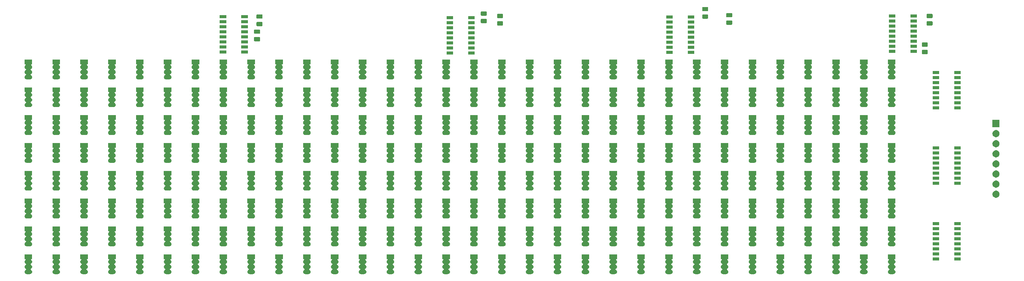
<source format=gbr>
G04 #@! TF.GenerationSoftware,KiCad,Pcbnew,(5.1.5)-3*
G04 #@! TF.CreationDate,2020-12-11T17:42:00+02:00*
G04 #@! TF.ProjectId,Led_matrica,4c65645f-6d61-4747-9269-63612e6b6963,rev?*
G04 #@! TF.SameCoordinates,Original*
G04 #@! TF.FileFunction,Soldermask,Top*
G04 #@! TF.FilePolarity,Negative*
%FSLAX46Y46*%
G04 Gerber Fmt 4.6, Leading zero omitted, Abs format (unit mm)*
G04 Created by KiCad (PCBNEW (5.1.5)-3) date 2020-12-11 17:42:00*
%MOMM*%
%LPD*%
G04 APERTURE LIST*
%ADD10C,0.100000*%
G04 APERTURE END LIST*
D10*
G36*
X91641000Y-82666000D02*
G01*
X91494609Y-82666000D01*
X91470223Y-82668402D01*
X91446774Y-82675515D01*
X91425163Y-82687066D01*
X91406221Y-82702611D01*
X91390676Y-82721553D01*
X91379125Y-82743164D01*
X91372012Y-82766613D01*
X91369610Y-82790999D01*
X91372012Y-82815385D01*
X91379125Y-82838834D01*
X91390676Y-82860445D01*
X91406221Y-82879387D01*
X91415311Y-82887625D01*
X91471370Y-82933630D01*
X91544598Y-83022860D01*
X91599013Y-83124662D01*
X91599013Y-83124663D01*
X91632521Y-83235124D01*
X91643835Y-83350000D01*
X91632521Y-83464876D01*
X91610182Y-83538517D01*
X91599013Y-83575338D01*
X91544598Y-83677140D01*
X91471370Y-83766370D01*
X91382140Y-83839598D01*
X91316355Y-83874761D01*
X91295981Y-83888375D01*
X91278654Y-83905702D01*
X91265040Y-83926076D01*
X91255663Y-83948715D01*
X91250883Y-83972749D01*
X91250883Y-83997253D01*
X91255664Y-84021286D01*
X91265041Y-84043925D01*
X91278655Y-84064299D01*
X91295982Y-84081626D01*
X91316355Y-84095239D01*
X91382140Y-84130402D01*
X91471370Y-84203630D01*
X91544598Y-84292860D01*
X91599013Y-84394662D01*
X91599013Y-84394663D01*
X91632521Y-84505124D01*
X91643835Y-84620000D01*
X91632521Y-84734876D01*
X91610182Y-84808517D01*
X91599013Y-84845338D01*
X91544598Y-84947140D01*
X91471370Y-85036370D01*
X91382140Y-85109598D01*
X91316355Y-85144761D01*
X91295981Y-85158375D01*
X91278654Y-85175702D01*
X91265040Y-85196076D01*
X91255663Y-85218715D01*
X91250883Y-85242749D01*
X91250883Y-85267253D01*
X91255664Y-85291286D01*
X91265041Y-85313925D01*
X91278655Y-85334299D01*
X91295982Y-85351626D01*
X91316355Y-85365239D01*
X91382140Y-85400402D01*
X91471370Y-85473630D01*
X91544598Y-85562860D01*
X91599013Y-85664662D01*
X91599013Y-85664663D01*
X91632521Y-85775124D01*
X91643835Y-85890000D01*
X91632521Y-86004876D01*
X91610182Y-86078517D01*
X91599013Y-86115338D01*
X91544598Y-86217140D01*
X91471370Y-86306370D01*
X91382140Y-86379598D01*
X91280338Y-86434013D01*
X91243517Y-86445182D01*
X91169876Y-86467521D01*
X91112482Y-86473174D01*
X91083786Y-86476000D01*
X90296214Y-86476000D01*
X90267518Y-86473174D01*
X90210124Y-86467521D01*
X90136483Y-86445182D01*
X90099662Y-86434013D01*
X89997860Y-86379598D01*
X89908630Y-86306370D01*
X89835402Y-86217140D01*
X89780987Y-86115338D01*
X89769818Y-86078517D01*
X89747479Y-86004876D01*
X89736165Y-85890000D01*
X89747479Y-85775124D01*
X89780987Y-85664663D01*
X89780987Y-85664662D01*
X89835402Y-85562860D01*
X89908630Y-85473630D01*
X89997860Y-85400402D01*
X90063645Y-85365239D01*
X90084019Y-85351625D01*
X90101346Y-85334298D01*
X90114960Y-85313924D01*
X90124337Y-85291285D01*
X90129117Y-85267251D01*
X90129117Y-85242747D01*
X90124336Y-85218714D01*
X90114959Y-85196075D01*
X90101345Y-85175701D01*
X90084018Y-85158374D01*
X90063645Y-85144761D01*
X89997860Y-85109598D01*
X89908630Y-85036370D01*
X89835402Y-84947140D01*
X89780987Y-84845338D01*
X89769818Y-84808517D01*
X89747479Y-84734876D01*
X89736165Y-84620000D01*
X89747479Y-84505124D01*
X89780987Y-84394663D01*
X89780987Y-84394662D01*
X89835402Y-84292860D01*
X89908630Y-84203630D01*
X89997860Y-84130402D01*
X90063645Y-84095239D01*
X90084019Y-84081625D01*
X90101346Y-84064298D01*
X90114960Y-84043924D01*
X90124337Y-84021285D01*
X90129117Y-83997251D01*
X90129117Y-83972747D01*
X90124336Y-83948714D01*
X90114959Y-83926075D01*
X90101345Y-83905701D01*
X90084018Y-83888374D01*
X90063645Y-83874761D01*
X89997860Y-83839598D01*
X89908630Y-83766370D01*
X89835402Y-83677140D01*
X89780987Y-83575338D01*
X89769818Y-83538517D01*
X89747479Y-83464876D01*
X89736165Y-83350000D01*
X89747479Y-83235124D01*
X89780987Y-83124663D01*
X89780987Y-83124662D01*
X89835402Y-83022860D01*
X89908630Y-82933630D01*
X89964689Y-82887625D01*
X89982016Y-82870298D01*
X89995630Y-82849924D01*
X90005007Y-82827285D01*
X90009788Y-82803252D01*
X90009788Y-82778748D01*
X90005008Y-82754715D01*
X89995631Y-82732076D01*
X89982017Y-82711701D01*
X89964690Y-82694374D01*
X89944316Y-82680760D01*
X89921677Y-82671383D01*
X89897644Y-82666602D01*
X89885391Y-82666000D01*
X89739000Y-82666000D01*
X89739000Y-81494000D01*
X91641000Y-81494000D01*
X91641000Y-82666000D01*
G37*
G36*
X147641000Y-82666000D02*
G01*
X147494609Y-82666000D01*
X147470223Y-82668402D01*
X147446774Y-82675515D01*
X147425163Y-82687066D01*
X147406221Y-82702611D01*
X147390676Y-82721553D01*
X147379125Y-82743164D01*
X147372012Y-82766613D01*
X147369610Y-82790999D01*
X147372012Y-82815385D01*
X147379125Y-82838834D01*
X147390676Y-82860445D01*
X147406221Y-82879387D01*
X147415311Y-82887625D01*
X147471370Y-82933630D01*
X147544598Y-83022860D01*
X147599013Y-83124662D01*
X147599013Y-83124663D01*
X147632521Y-83235124D01*
X147643835Y-83350000D01*
X147632521Y-83464876D01*
X147610182Y-83538517D01*
X147599013Y-83575338D01*
X147544598Y-83677140D01*
X147471370Y-83766370D01*
X147382140Y-83839598D01*
X147316355Y-83874761D01*
X147295981Y-83888375D01*
X147278654Y-83905702D01*
X147265040Y-83926076D01*
X147255663Y-83948715D01*
X147250883Y-83972749D01*
X147250883Y-83997253D01*
X147255664Y-84021286D01*
X147265041Y-84043925D01*
X147278655Y-84064299D01*
X147295982Y-84081626D01*
X147316355Y-84095239D01*
X147382140Y-84130402D01*
X147471370Y-84203630D01*
X147544598Y-84292860D01*
X147599013Y-84394662D01*
X147599013Y-84394663D01*
X147632521Y-84505124D01*
X147643835Y-84620000D01*
X147632521Y-84734876D01*
X147610182Y-84808517D01*
X147599013Y-84845338D01*
X147544598Y-84947140D01*
X147471370Y-85036370D01*
X147382140Y-85109598D01*
X147316355Y-85144761D01*
X147295981Y-85158375D01*
X147278654Y-85175702D01*
X147265040Y-85196076D01*
X147255663Y-85218715D01*
X147250883Y-85242749D01*
X147250883Y-85267253D01*
X147255664Y-85291286D01*
X147265041Y-85313925D01*
X147278655Y-85334299D01*
X147295982Y-85351626D01*
X147316355Y-85365239D01*
X147382140Y-85400402D01*
X147471370Y-85473630D01*
X147544598Y-85562860D01*
X147599013Y-85664662D01*
X147599013Y-85664663D01*
X147632521Y-85775124D01*
X147643835Y-85890000D01*
X147632521Y-86004876D01*
X147610182Y-86078517D01*
X147599013Y-86115338D01*
X147544598Y-86217140D01*
X147471370Y-86306370D01*
X147382140Y-86379598D01*
X147280338Y-86434013D01*
X147243517Y-86445182D01*
X147169876Y-86467521D01*
X147112482Y-86473174D01*
X147083786Y-86476000D01*
X146296214Y-86476000D01*
X146267518Y-86473174D01*
X146210124Y-86467521D01*
X146136483Y-86445182D01*
X146099662Y-86434013D01*
X145997860Y-86379598D01*
X145908630Y-86306370D01*
X145835402Y-86217140D01*
X145780987Y-86115338D01*
X145769818Y-86078517D01*
X145747479Y-86004876D01*
X145736165Y-85890000D01*
X145747479Y-85775124D01*
X145780987Y-85664663D01*
X145780987Y-85664662D01*
X145835402Y-85562860D01*
X145908630Y-85473630D01*
X145997860Y-85400402D01*
X146063645Y-85365239D01*
X146084019Y-85351625D01*
X146101346Y-85334298D01*
X146114960Y-85313924D01*
X146124337Y-85291285D01*
X146129117Y-85267251D01*
X146129117Y-85242747D01*
X146124336Y-85218714D01*
X146114959Y-85196075D01*
X146101345Y-85175701D01*
X146084018Y-85158374D01*
X146063645Y-85144761D01*
X145997860Y-85109598D01*
X145908630Y-85036370D01*
X145835402Y-84947140D01*
X145780987Y-84845338D01*
X145769818Y-84808517D01*
X145747479Y-84734876D01*
X145736165Y-84620000D01*
X145747479Y-84505124D01*
X145780987Y-84394663D01*
X145780987Y-84394662D01*
X145835402Y-84292860D01*
X145908630Y-84203630D01*
X145997860Y-84130402D01*
X146063645Y-84095239D01*
X146084019Y-84081625D01*
X146101346Y-84064298D01*
X146114960Y-84043924D01*
X146124337Y-84021285D01*
X146129117Y-83997251D01*
X146129117Y-83972747D01*
X146124336Y-83948714D01*
X146114959Y-83926075D01*
X146101345Y-83905701D01*
X146084018Y-83888374D01*
X146063645Y-83874761D01*
X145997860Y-83839598D01*
X145908630Y-83766370D01*
X145835402Y-83677140D01*
X145780987Y-83575338D01*
X145769818Y-83538517D01*
X145747479Y-83464876D01*
X145736165Y-83350000D01*
X145747479Y-83235124D01*
X145780987Y-83124663D01*
X145780987Y-83124662D01*
X145835402Y-83022860D01*
X145908630Y-82933630D01*
X145964689Y-82887625D01*
X145982016Y-82870298D01*
X145995630Y-82849924D01*
X146005007Y-82827285D01*
X146009788Y-82803252D01*
X146009788Y-82778748D01*
X146005008Y-82754715D01*
X145995631Y-82732076D01*
X145982017Y-82711701D01*
X145964690Y-82694374D01*
X145944316Y-82680760D01*
X145921677Y-82671383D01*
X145897644Y-82666602D01*
X145885391Y-82666000D01*
X145739000Y-82666000D01*
X145739000Y-81494000D01*
X147641000Y-81494000D01*
X147641000Y-82666000D01*
G37*
G36*
X112641000Y-82666000D02*
G01*
X112494609Y-82666000D01*
X112470223Y-82668402D01*
X112446774Y-82675515D01*
X112425163Y-82687066D01*
X112406221Y-82702611D01*
X112390676Y-82721553D01*
X112379125Y-82743164D01*
X112372012Y-82766613D01*
X112369610Y-82790999D01*
X112372012Y-82815385D01*
X112379125Y-82838834D01*
X112390676Y-82860445D01*
X112406221Y-82879387D01*
X112415311Y-82887625D01*
X112471370Y-82933630D01*
X112544598Y-83022860D01*
X112599013Y-83124662D01*
X112599013Y-83124663D01*
X112632521Y-83235124D01*
X112643835Y-83350000D01*
X112632521Y-83464876D01*
X112610182Y-83538517D01*
X112599013Y-83575338D01*
X112544598Y-83677140D01*
X112471370Y-83766370D01*
X112382140Y-83839598D01*
X112316355Y-83874761D01*
X112295981Y-83888375D01*
X112278654Y-83905702D01*
X112265040Y-83926076D01*
X112255663Y-83948715D01*
X112250883Y-83972749D01*
X112250883Y-83997253D01*
X112255664Y-84021286D01*
X112265041Y-84043925D01*
X112278655Y-84064299D01*
X112295982Y-84081626D01*
X112316355Y-84095239D01*
X112382140Y-84130402D01*
X112471370Y-84203630D01*
X112544598Y-84292860D01*
X112599013Y-84394662D01*
X112599013Y-84394663D01*
X112632521Y-84505124D01*
X112643835Y-84620000D01*
X112632521Y-84734876D01*
X112610182Y-84808517D01*
X112599013Y-84845338D01*
X112544598Y-84947140D01*
X112471370Y-85036370D01*
X112382140Y-85109598D01*
X112316355Y-85144761D01*
X112295981Y-85158375D01*
X112278654Y-85175702D01*
X112265040Y-85196076D01*
X112255663Y-85218715D01*
X112250883Y-85242749D01*
X112250883Y-85267253D01*
X112255664Y-85291286D01*
X112265041Y-85313925D01*
X112278655Y-85334299D01*
X112295982Y-85351626D01*
X112316355Y-85365239D01*
X112382140Y-85400402D01*
X112471370Y-85473630D01*
X112544598Y-85562860D01*
X112599013Y-85664662D01*
X112599013Y-85664663D01*
X112632521Y-85775124D01*
X112643835Y-85890000D01*
X112632521Y-86004876D01*
X112610182Y-86078517D01*
X112599013Y-86115338D01*
X112544598Y-86217140D01*
X112471370Y-86306370D01*
X112382140Y-86379598D01*
X112280338Y-86434013D01*
X112243517Y-86445182D01*
X112169876Y-86467521D01*
X112112482Y-86473174D01*
X112083786Y-86476000D01*
X111296214Y-86476000D01*
X111267518Y-86473174D01*
X111210124Y-86467521D01*
X111136483Y-86445182D01*
X111099662Y-86434013D01*
X110997860Y-86379598D01*
X110908630Y-86306370D01*
X110835402Y-86217140D01*
X110780987Y-86115338D01*
X110769818Y-86078517D01*
X110747479Y-86004876D01*
X110736165Y-85890000D01*
X110747479Y-85775124D01*
X110780987Y-85664663D01*
X110780987Y-85664662D01*
X110835402Y-85562860D01*
X110908630Y-85473630D01*
X110997860Y-85400402D01*
X111063645Y-85365239D01*
X111084019Y-85351625D01*
X111101346Y-85334298D01*
X111114960Y-85313924D01*
X111124337Y-85291285D01*
X111129117Y-85267251D01*
X111129117Y-85242747D01*
X111124336Y-85218714D01*
X111114959Y-85196075D01*
X111101345Y-85175701D01*
X111084018Y-85158374D01*
X111063645Y-85144761D01*
X110997860Y-85109598D01*
X110908630Y-85036370D01*
X110835402Y-84947140D01*
X110780987Y-84845338D01*
X110769818Y-84808517D01*
X110747479Y-84734876D01*
X110736165Y-84620000D01*
X110747479Y-84505124D01*
X110780987Y-84394663D01*
X110780987Y-84394662D01*
X110835402Y-84292860D01*
X110908630Y-84203630D01*
X110997860Y-84130402D01*
X111063645Y-84095239D01*
X111084019Y-84081625D01*
X111101346Y-84064298D01*
X111114960Y-84043924D01*
X111124337Y-84021285D01*
X111129117Y-83997251D01*
X111129117Y-83972747D01*
X111124336Y-83948714D01*
X111114959Y-83926075D01*
X111101345Y-83905701D01*
X111084018Y-83888374D01*
X111063645Y-83874761D01*
X110997860Y-83839598D01*
X110908630Y-83766370D01*
X110835402Y-83677140D01*
X110780987Y-83575338D01*
X110769818Y-83538517D01*
X110747479Y-83464876D01*
X110736165Y-83350000D01*
X110747479Y-83235124D01*
X110780987Y-83124663D01*
X110780987Y-83124662D01*
X110835402Y-83022860D01*
X110908630Y-82933630D01*
X110964689Y-82887625D01*
X110982016Y-82870298D01*
X110995630Y-82849924D01*
X111005007Y-82827285D01*
X111009788Y-82803252D01*
X111009788Y-82778748D01*
X111005008Y-82754715D01*
X110995631Y-82732076D01*
X110982017Y-82711701D01*
X110964690Y-82694374D01*
X110944316Y-82680760D01*
X110921677Y-82671383D01*
X110897644Y-82666602D01*
X110885391Y-82666000D01*
X110739000Y-82666000D01*
X110739000Y-81494000D01*
X112641000Y-81494000D01*
X112641000Y-82666000D01*
G37*
G36*
X105641000Y-82666000D02*
G01*
X105494609Y-82666000D01*
X105470223Y-82668402D01*
X105446774Y-82675515D01*
X105425163Y-82687066D01*
X105406221Y-82702611D01*
X105390676Y-82721553D01*
X105379125Y-82743164D01*
X105372012Y-82766613D01*
X105369610Y-82790999D01*
X105372012Y-82815385D01*
X105379125Y-82838834D01*
X105390676Y-82860445D01*
X105406221Y-82879387D01*
X105415311Y-82887625D01*
X105471370Y-82933630D01*
X105544598Y-83022860D01*
X105599013Y-83124662D01*
X105599013Y-83124663D01*
X105632521Y-83235124D01*
X105643835Y-83350000D01*
X105632521Y-83464876D01*
X105610182Y-83538517D01*
X105599013Y-83575338D01*
X105544598Y-83677140D01*
X105471370Y-83766370D01*
X105382140Y-83839598D01*
X105316355Y-83874761D01*
X105295981Y-83888375D01*
X105278654Y-83905702D01*
X105265040Y-83926076D01*
X105255663Y-83948715D01*
X105250883Y-83972749D01*
X105250883Y-83997253D01*
X105255664Y-84021286D01*
X105265041Y-84043925D01*
X105278655Y-84064299D01*
X105295982Y-84081626D01*
X105316355Y-84095239D01*
X105382140Y-84130402D01*
X105471370Y-84203630D01*
X105544598Y-84292860D01*
X105599013Y-84394662D01*
X105599013Y-84394663D01*
X105632521Y-84505124D01*
X105643835Y-84620000D01*
X105632521Y-84734876D01*
X105610182Y-84808517D01*
X105599013Y-84845338D01*
X105544598Y-84947140D01*
X105471370Y-85036370D01*
X105382140Y-85109598D01*
X105316355Y-85144761D01*
X105295981Y-85158375D01*
X105278654Y-85175702D01*
X105265040Y-85196076D01*
X105255663Y-85218715D01*
X105250883Y-85242749D01*
X105250883Y-85267253D01*
X105255664Y-85291286D01*
X105265041Y-85313925D01*
X105278655Y-85334299D01*
X105295982Y-85351626D01*
X105316355Y-85365239D01*
X105382140Y-85400402D01*
X105471370Y-85473630D01*
X105544598Y-85562860D01*
X105599013Y-85664662D01*
X105599013Y-85664663D01*
X105632521Y-85775124D01*
X105643835Y-85890000D01*
X105632521Y-86004876D01*
X105610182Y-86078517D01*
X105599013Y-86115338D01*
X105544598Y-86217140D01*
X105471370Y-86306370D01*
X105382140Y-86379598D01*
X105280338Y-86434013D01*
X105243517Y-86445182D01*
X105169876Y-86467521D01*
X105112482Y-86473174D01*
X105083786Y-86476000D01*
X104296214Y-86476000D01*
X104267518Y-86473174D01*
X104210124Y-86467521D01*
X104136483Y-86445182D01*
X104099662Y-86434013D01*
X103997860Y-86379598D01*
X103908630Y-86306370D01*
X103835402Y-86217140D01*
X103780987Y-86115338D01*
X103769818Y-86078517D01*
X103747479Y-86004876D01*
X103736165Y-85890000D01*
X103747479Y-85775124D01*
X103780987Y-85664663D01*
X103780987Y-85664662D01*
X103835402Y-85562860D01*
X103908630Y-85473630D01*
X103997860Y-85400402D01*
X104063645Y-85365239D01*
X104084019Y-85351625D01*
X104101346Y-85334298D01*
X104114960Y-85313924D01*
X104124337Y-85291285D01*
X104129117Y-85267251D01*
X104129117Y-85242747D01*
X104124336Y-85218714D01*
X104114959Y-85196075D01*
X104101345Y-85175701D01*
X104084018Y-85158374D01*
X104063645Y-85144761D01*
X103997860Y-85109598D01*
X103908630Y-85036370D01*
X103835402Y-84947140D01*
X103780987Y-84845338D01*
X103769818Y-84808517D01*
X103747479Y-84734876D01*
X103736165Y-84620000D01*
X103747479Y-84505124D01*
X103780987Y-84394663D01*
X103780987Y-84394662D01*
X103835402Y-84292860D01*
X103908630Y-84203630D01*
X103997860Y-84130402D01*
X104063645Y-84095239D01*
X104084019Y-84081625D01*
X104101346Y-84064298D01*
X104114960Y-84043924D01*
X104124337Y-84021285D01*
X104129117Y-83997251D01*
X104129117Y-83972747D01*
X104124336Y-83948714D01*
X104114959Y-83926075D01*
X104101345Y-83905701D01*
X104084018Y-83888374D01*
X104063645Y-83874761D01*
X103997860Y-83839598D01*
X103908630Y-83766370D01*
X103835402Y-83677140D01*
X103780987Y-83575338D01*
X103769818Y-83538517D01*
X103747479Y-83464876D01*
X103736165Y-83350000D01*
X103747479Y-83235124D01*
X103780987Y-83124663D01*
X103780987Y-83124662D01*
X103835402Y-83022860D01*
X103908630Y-82933630D01*
X103964689Y-82887625D01*
X103982016Y-82870298D01*
X103995630Y-82849924D01*
X104005007Y-82827285D01*
X104009788Y-82803252D01*
X104009788Y-82778748D01*
X104005008Y-82754715D01*
X103995631Y-82732076D01*
X103982017Y-82711701D01*
X103964690Y-82694374D01*
X103944316Y-82680760D01*
X103921677Y-82671383D01*
X103897644Y-82666602D01*
X103885391Y-82666000D01*
X103739000Y-82666000D01*
X103739000Y-81494000D01*
X105641000Y-81494000D01*
X105641000Y-82666000D01*
G37*
G36*
X119641000Y-82666000D02*
G01*
X119494609Y-82666000D01*
X119470223Y-82668402D01*
X119446774Y-82675515D01*
X119425163Y-82687066D01*
X119406221Y-82702611D01*
X119390676Y-82721553D01*
X119379125Y-82743164D01*
X119372012Y-82766613D01*
X119369610Y-82790999D01*
X119372012Y-82815385D01*
X119379125Y-82838834D01*
X119390676Y-82860445D01*
X119406221Y-82879387D01*
X119415311Y-82887625D01*
X119471370Y-82933630D01*
X119544598Y-83022860D01*
X119599013Y-83124662D01*
X119599013Y-83124663D01*
X119632521Y-83235124D01*
X119643835Y-83350000D01*
X119632521Y-83464876D01*
X119610182Y-83538517D01*
X119599013Y-83575338D01*
X119544598Y-83677140D01*
X119471370Y-83766370D01*
X119382140Y-83839598D01*
X119316355Y-83874761D01*
X119295981Y-83888375D01*
X119278654Y-83905702D01*
X119265040Y-83926076D01*
X119255663Y-83948715D01*
X119250883Y-83972749D01*
X119250883Y-83997253D01*
X119255664Y-84021286D01*
X119265041Y-84043925D01*
X119278655Y-84064299D01*
X119295982Y-84081626D01*
X119316355Y-84095239D01*
X119382140Y-84130402D01*
X119471370Y-84203630D01*
X119544598Y-84292860D01*
X119599013Y-84394662D01*
X119599013Y-84394663D01*
X119632521Y-84505124D01*
X119643835Y-84620000D01*
X119632521Y-84734876D01*
X119610182Y-84808517D01*
X119599013Y-84845338D01*
X119544598Y-84947140D01*
X119471370Y-85036370D01*
X119382140Y-85109598D01*
X119316355Y-85144761D01*
X119295981Y-85158375D01*
X119278654Y-85175702D01*
X119265040Y-85196076D01*
X119255663Y-85218715D01*
X119250883Y-85242749D01*
X119250883Y-85267253D01*
X119255664Y-85291286D01*
X119265041Y-85313925D01*
X119278655Y-85334299D01*
X119295982Y-85351626D01*
X119316355Y-85365239D01*
X119382140Y-85400402D01*
X119471370Y-85473630D01*
X119544598Y-85562860D01*
X119599013Y-85664662D01*
X119599013Y-85664663D01*
X119632521Y-85775124D01*
X119643835Y-85890000D01*
X119632521Y-86004876D01*
X119610182Y-86078517D01*
X119599013Y-86115338D01*
X119544598Y-86217140D01*
X119471370Y-86306370D01*
X119382140Y-86379598D01*
X119280338Y-86434013D01*
X119243517Y-86445182D01*
X119169876Y-86467521D01*
X119112482Y-86473174D01*
X119083786Y-86476000D01*
X118296214Y-86476000D01*
X118267518Y-86473174D01*
X118210124Y-86467521D01*
X118136483Y-86445182D01*
X118099662Y-86434013D01*
X117997860Y-86379598D01*
X117908630Y-86306370D01*
X117835402Y-86217140D01*
X117780987Y-86115338D01*
X117769818Y-86078517D01*
X117747479Y-86004876D01*
X117736165Y-85890000D01*
X117747479Y-85775124D01*
X117780987Y-85664663D01*
X117780987Y-85664662D01*
X117835402Y-85562860D01*
X117908630Y-85473630D01*
X117997860Y-85400402D01*
X118063645Y-85365239D01*
X118084019Y-85351625D01*
X118101346Y-85334298D01*
X118114960Y-85313924D01*
X118124337Y-85291285D01*
X118129117Y-85267251D01*
X118129117Y-85242747D01*
X118124336Y-85218714D01*
X118114959Y-85196075D01*
X118101345Y-85175701D01*
X118084018Y-85158374D01*
X118063645Y-85144761D01*
X117997860Y-85109598D01*
X117908630Y-85036370D01*
X117835402Y-84947140D01*
X117780987Y-84845338D01*
X117769818Y-84808517D01*
X117747479Y-84734876D01*
X117736165Y-84620000D01*
X117747479Y-84505124D01*
X117780987Y-84394663D01*
X117780987Y-84394662D01*
X117835402Y-84292860D01*
X117908630Y-84203630D01*
X117997860Y-84130402D01*
X118063645Y-84095239D01*
X118084019Y-84081625D01*
X118101346Y-84064298D01*
X118114960Y-84043924D01*
X118124337Y-84021285D01*
X118129117Y-83997251D01*
X118129117Y-83972747D01*
X118124336Y-83948714D01*
X118114959Y-83926075D01*
X118101345Y-83905701D01*
X118084018Y-83888374D01*
X118063645Y-83874761D01*
X117997860Y-83839598D01*
X117908630Y-83766370D01*
X117835402Y-83677140D01*
X117780987Y-83575338D01*
X117769818Y-83538517D01*
X117747479Y-83464876D01*
X117736165Y-83350000D01*
X117747479Y-83235124D01*
X117780987Y-83124663D01*
X117780987Y-83124662D01*
X117835402Y-83022860D01*
X117908630Y-82933630D01*
X117964689Y-82887625D01*
X117982016Y-82870298D01*
X117995630Y-82849924D01*
X118005007Y-82827285D01*
X118009788Y-82803252D01*
X118009788Y-82778748D01*
X118005008Y-82754715D01*
X117995631Y-82732076D01*
X117982017Y-82711701D01*
X117964690Y-82694374D01*
X117944316Y-82680760D01*
X117921677Y-82671383D01*
X117897644Y-82666602D01*
X117885391Y-82666000D01*
X117739000Y-82666000D01*
X117739000Y-81494000D01*
X119641000Y-81494000D01*
X119641000Y-82666000D01*
G37*
G36*
X126641000Y-82666000D02*
G01*
X126494609Y-82666000D01*
X126470223Y-82668402D01*
X126446774Y-82675515D01*
X126425163Y-82687066D01*
X126406221Y-82702611D01*
X126390676Y-82721553D01*
X126379125Y-82743164D01*
X126372012Y-82766613D01*
X126369610Y-82790999D01*
X126372012Y-82815385D01*
X126379125Y-82838834D01*
X126390676Y-82860445D01*
X126406221Y-82879387D01*
X126415311Y-82887625D01*
X126471370Y-82933630D01*
X126544598Y-83022860D01*
X126599013Y-83124662D01*
X126599013Y-83124663D01*
X126632521Y-83235124D01*
X126643835Y-83350000D01*
X126632521Y-83464876D01*
X126610182Y-83538517D01*
X126599013Y-83575338D01*
X126544598Y-83677140D01*
X126471370Y-83766370D01*
X126382140Y-83839598D01*
X126316355Y-83874761D01*
X126295981Y-83888375D01*
X126278654Y-83905702D01*
X126265040Y-83926076D01*
X126255663Y-83948715D01*
X126250883Y-83972749D01*
X126250883Y-83997253D01*
X126255664Y-84021286D01*
X126265041Y-84043925D01*
X126278655Y-84064299D01*
X126295982Y-84081626D01*
X126316355Y-84095239D01*
X126382140Y-84130402D01*
X126471370Y-84203630D01*
X126544598Y-84292860D01*
X126599013Y-84394662D01*
X126599013Y-84394663D01*
X126632521Y-84505124D01*
X126643835Y-84620000D01*
X126632521Y-84734876D01*
X126610182Y-84808517D01*
X126599013Y-84845338D01*
X126544598Y-84947140D01*
X126471370Y-85036370D01*
X126382140Y-85109598D01*
X126316355Y-85144761D01*
X126295981Y-85158375D01*
X126278654Y-85175702D01*
X126265040Y-85196076D01*
X126255663Y-85218715D01*
X126250883Y-85242749D01*
X126250883Y-85267253D01*
X126255664Y-85291286D01*
X126265041Y-85313925D01*
X126278655Y-85334299D01*
X126295982Y-85351626D01*
X126316355Y-85365239D01*
X126382140Y-85400402D01*
X126471370Y-85473630D01*
X126544598Y-85562860D01*
X126599013Y-85664662D01*
X126599013Y-85664663D01*
X126632521Y-85775124D01*
X126643835Y-85890000D01*
X126632521Y-86004876D01*
X126610182Y-86078517D01*
X126599013Y-86115338D01*
X126544598Y-86217140D01*
X126471370Y-86306370D01*
X126382140Y-86379598D01*
X126280338Y-86434013D01*
X126243517Y-86445182D01*
X126169876Y-86467521D01*
X126112482Y-86473174D01*
X126083786Y-86476000D01*
X125296214Y-86476000D01*
X125267518Y-86473174D01*
X125210124Y-86467521D01*
X125136483Y-86445182D01*
X125099662Y-86434013D01*
X124997860Y-86379598D01*
X124908630Y-86306370D01*
X124835402Y-86217140D01*
X124780987Y-86115338D01*
X124769818Y-86078517D01*
X124747479Y-86004876D01*
X124736165Y-85890000D01*
X124747479Y-85775124D01*
X124780987Y-85664663D01*
X124780987Y-85664662D01*
X124835402Y-85562860D01*
X124908630Y-85473630D01*
X124997860Y-85400402D01*
X125063645Y-85365239D01*
X125084019Y-85351625D01*
X125101346Y-85334298D01*
X125114960Y-85313924D01*
X125124337Y-85291285D01*
X125129117Y-85267251D01*
X125129117Y-85242747D01*
X125124336Y-85218714D01*
X125114959Y-85196075D01*
X125101345Y-85175701D01*
X125084018Y-85158374D01*
X125063645Y-85144761D01*
X124997860Y-85109598D01*
X124908630Y-85036370D01*
X124835402Y-84947140D01*
X124780987Y-84845338D01*
X124769818Y-84808517D01*
X124747479Y-84734876D01*
X124736165Y-84620000D01*
X124747479Y-84505124D01*
X124780987Y-84394663D01*
X124780987Y-84394662D01*
X124835402Y-84292860D01*
X124908630Y-84203630D01*
X124997860Y-84130402D01*
X125063645Y-84095239D01*
X125084019Y-84081625D01*
X125101346Y-84064298D01*
X125114960Y-84043924D01*
X125124337Y-84021285D01*
X125129117Y-83997251D01*
X125129117Y-83972747D01*
X125124336Y-83948714D01*
X125114959Y-83926075D01*
X125101345Y-83905701D01*
X125084018Y-83888374D01*
X125063645Y-83874761D01*
X124997860Y-83839598D01*
X124908630Y-83766370D01*
X124835402Y-83677140D01*
X124780987Y-83575338D01*
X124769818Y-83538517D01*
X124747479Y-83464876D01*
X124736165Y-83350000D01*
X124747479Y-83235124D01*
X124780987Y-83124663D01*
X124780987Y-83124662D01*
X124835402Y-83022860D01*
X124908630Y-82933630D01*
X124964689Y-82887625D01*
X124982016Y-82870298D01*
X124995630Y-82849924D01*
X125005007Y-82827285D01*
X125009788Y-82803252D01*
X125009788Y-82778748D01*
X125005008Y-82754715D01*
X124995631Y-82732076D01*
X124982017Y-82711701D01*
X124964690Y-82694374D01*
X124944316Y-82680760D01*
X124921677Y-82671383D01*
X124897644Y-82666602D01*
X124885391Y-82666000D01*
X124739000Y-82666000D01*
X124739000Y-81494000D01*
X126641000Y-81494000D01*
X126641000Y-82666000D01*
G37*
G36*
X98641000Y-82666000D02*
G01*
X98494609Y-82666000D01*
X98470223Y-82668402D01*
X98446774Y-82675515D01*
X98425163Y-82687066D01*
X98406221Y-82702611D01*
X98390676Y-82721553D01*
X98379125Y-82743164D01*
X98372012Y-82766613D01*
X98369610Y-82790999D01*
X98372012Y-82815385D01*
X98379125Y-82838834D01*
X98390676Y-82860445D01*
X98406221Y-82879387D01*
X98415311Y-82887625D01*
X98471370Y-82933630D01*
X98544598Y-83022860D01*
X98599013Y-83124662D01*
X98599013Y-83124663D01*
X98632521Y-83235124D01*
X98643835Y-83350000D01*
X98632521Y-83464876D01*
X98610182Y-83538517D01*
X98599013Y-83575338D01*
X98544598Y-83677140D01*
X98471370Y-83766370D01*
X98382140Y-83839598D01*
X98316355Y-83874761D01*
X98295981Y-83888375D01*
X98278654Y-83905702D01*
X98265040Y-83926076D01*
X98255663Y-83948715D01*
X98250883Y-83972749D01*
X98250883Y-83997253D01*
X98255664Y-84021286D01*
X98265041Y-84043925D01*
X98278655Y-84064299D01*
X98295982Y-84081626D01*
X98316355Y-84095239D01*
X98382140Y-84130402D01*
X98471370Y-84203630D01*
X98544598Y-84292860D01*
X98599013Y-84394662D01*
X98599013Y-84394663D01*
X98632521Y-84505124D01*
X98643835Y-84620000D01*
X98632521Y-84734876D01*
X98610182Y-84808517D01*
X98599013Y-84845338D01*
X98544598Y-84947140D01*
X98471370Y-85036370D01*
X98382140Y-85109598D01*
X98316355Y-85144761D01*
X98295981Y-85158375D01*
X98278654Y-85175702D01*
X98265040Y-85196076D01*
X98255663Y-85218715D01*
X98250883Y-85242749D01*
X98250883Y-85267253D01*
X98255664Y-85291286D01*
X98265041Y-85313925D01*
X98278655Y-85334299D01*
X98295982Y-85351626D01*
X98316355Y-85365239D01*
X98382140Y-85400402D01*
X98471370Y-85473630D01*
X98544598Y-85562860D01*
X98599013Y-85664662D01*
X98599013Y-85664663D01*
X98632521Y-85775124D01*
X98643835Y-85890000D01*
X98632521Y-86004876D01*
X98610182Y-86078517D01*
X98599013Y-86115338D01*
X98544598Y-86217140D01*
X98471370Y-86306370D01*
X98382140Y-86379598D01*
X98280338Y-86434013D01*
X98243517Y-86445182D01*
X98169876Y-86467521D01*
X98112482Y-86473174D01*
X98083786Y-86476000D01*
X97296214Y-86476000D01*
X97267518Y-86473174D01*
X97210124Y-86467521D01*
X97136483Y-86445182D01*
X97099662Y-86434013D01*
X96997860Y-86379598D01*
X96908630Y-86306370D01*
X96835402Y-86217140D01*
X96780987Y-86115338D01*
X96769818Y-86078517D01*
X96747479Y-86004876D01*
X96736165Y-85890000D01*
X96747479Y-85775124D01*
X96780987Y-85664663D01*
X96780987Y-85664662D01*
X96835402Y-85562860D01*
X96908630Y-85473630D01*
X96997860Y-85400402D01*
X97063645Y-85365239D01*
X97084019Y-85351625D01*
X97101346Y-85334298D01*
X97114960Y-85313924D01*
X97124337Y-85291285D01*
X97129117Y-85267251D01*
X97129117Y-85242747D01*
X97124336Y-85218714D01*
X97114959Y-85196075D01*
X97101345Y-85175701D01*
X97084018Y-85158374D01*
X97063645Y-85144761D01*
X96997860Y-85109598D01*
X96908630Y-85036370D01*
X96835402Y-84947140D01*
X96780987Y-84845338D01*
X96769818Y-84808517D01*
X96747479Y-84734876D01*
X96736165Y-84620000D01*
X96747479Y-84505124D01*
X96780987Y-84394663D01*
X96780987Y-84394662D01*
X96835402Y-84292860D01*
X96908630Y-84203630D01*
X96997860Y-84130402D01*
X97063645Y-84095239D01*
X97084019Y-84081625D01*
X97101346Y-84064298D01*
X97114960Y-84043924D01*
X97124337Y-84021285D01*
X97129117Y-83997251D01*
X97129117Y-83972747D01*
X97124336Y-83948714D01*
X97114959Y-83926075D01*
X97101345Y-83905701D01*
X97084018Y-83888374D01*
X97063645Y-83874761D01*
X96997860Y-83839598D01*
X96908630Y-83766370D01*
X96835402Y-83677140D01*
X96780987Y-83575338D01*
X96769818Y-83538517D01*
X96747479Y-83464876D01*
X96736165Y-83350000D01*
X96747479Y-83235124D01*
X96780987Y-83124663D01*
X96780987Y-83124662D01*
X96835402Y-83022860D01*
X96908630Y-82933630D01*
X96964689Y-82887625D01*
X96982016Y-82870298D01*
X96995630Y-82849924D01*
X97005007Y-82827285D01*
X97009788Y-82803252D01*
X97009788Y-82778748D01*
X97005008Y-82754715D01*
X96995631Y-82732076D01*
X96982017Y-82711701D01*
X96964690Y-82694374D01*
X96944316Y-82680760D01*
X96921677Y-82671383D01*
X96897644Y-82666602D01*
X96885391Y-82666000D01*
X96739000Y-82666000D01*
X96739000Y-81494000D01*
X98641000Y-81494000D01*
X98641000Y-82666000D01*
G37*
G36*
X133641000Y-82666000D02*
G01*
X133494609Y-82666000D01*
X133470223Y-82668402D01*
X133446774Y-82675515D01*
X133425163Y-82687066D01*
X133406221Y-82702611D01*
X133390676Y-82721553D01*
X133379125Y-82743164D01*
X133372012Y-82766613D01*
X133369610Y-82790999D01*
X133372012Y-82815385D01*
X133379125Y-82838834D01*
X133390676Y-82860445D01*
X133406221Y-82879387D01*
X133415311Y-82887625D01*
X133471370Y-82933630D01*
X133544598Y-83022860D01*
X133599013Y-83124662D01*
X133599013Y-83124663D01*
X133632521Y-83235124D01*
X133643835Y-83350000D01*
X133632521Y-83464876D01*
X133610182Y-83538517D01*
X133599013Y-83575338D01*
X133544598Y-83677140D01*
X133471370Y-83766370D01*
X133382140Y-83839598D01*
X133316355Y-83874761D01*
X133295981Y-83888375D01*
X133278654Y-83905702D01*
X133265040Y-83926076D01*
X133255663Y-83948715D01*
X133250883Y-83972749D01*
X133250883Y-83997253D01*
X133255664Y-84021286D01*
X133265041Y-84043925D01*
X133278655Y-84064299D01*
X133295982Y-84081626D01*
X133316355Y-84095239D01*
X133382140Y-84130402D01*
X133471370Y-84203630D01*
X133544598Y-84292860D01*
X133599013Y-84394662D01*
X133599013Y-84394663D01*
X133632521Y-84505124D01*
X133643835Y-84620000D01*
X133632521Y-84734876D01*
X133610182Y-84808517D01*
X133599013Y-84845338D01*
X133544598Y-84947140D01*
X133471370Y-85036370D01*
X133382140Y-85109598D01*
X133316355Y-85144761D01*
X133295981Y-85158375D01*
X133278654Y-85175702D01*
X133265040Y-85196076D01*
X133255663Y-85218715D01*
X133250883Y-85242749D01*
X133250883Y-85267253D01*
X133255664Y-85291286D01*
X133265041Y-85313925D01*
X133278655Y-85334299D01*
X133295982Y-85351626D01*
X133316355Y-85365239D01*
X133382140Y-85400402D01*
X133471370Y-85473630D01*
X133544598Y-85562860D01*
X133599013Y-85664662D01*
X133599013Y-85664663D01*
X133632521Y-85775124D01*
X133643835Y-85890000D01*
X133632521Y-86004876D01*
X133610182Y-86078517D01*
X133599013Y-86115338D01*
X133544598Y-86217140D01*
X133471370Y-86306370D01*
X133382140Y-86379598D01*
X133280338Y-86434013D01*
X133243517Y-86445182D01*
X133169876Y-86467521D01*
X133112482Y-86473174D01*
X133083786Y-86476000D01*
X132296214Y-86476000D01*
X132267518Y-86473174D01*
X132210124Y-86467521D01*
X132136483Y-86445182D01*
X132099662Y-86434013D01*
X131997860Y-86379598D01*
X131908630Y-86306370D01*
X131835402Y-86217140D01*
X131780987Y-86115338D01*
X131769818Y-86078517D01*
X131747479Y-86004876D01*
X131736165Y-85890000D01*
X131747479Y-85775124D01*
X131780987Y-85664663D01*
X131780987Y-85664662D01*
X131835402Y-85562860D01*
X131908630Y-85473630D01*
X131997860Y-85400402D01*
X132063645Y-85365239D01*
X132084019Y-85351625D01*
X132101346Y-85334298D01*
X132114960Y-85313924D01*
X132124337Y-85291285D01*
X132129117Y-85267251D01*
X132129117Y-85242747D01*
X132124336Y-85218714D01*
X132114959Y-85196075D01*
X132101345Y-85175701D01*
X132084018Y-85158374D01*
X132063645Y-85144761D01*
X131997860Y-85109598D01*
X131908630Y-85036370D01*
X131835402Y-84947140D01*
X131780987Y-84845338D01*
X131769818Y-84808517D01*
X131747479Y-84734876D01*
X131736165Y-84620000D01*
X131747479Y-84505124D01*
X131780987Y-84394663D01*
X131780987Y-84394662D01*
X131835402Y-84292860D01*
X131908630Y-84203630D01*
X131997860Y-84130402D01*
X132063645Y-84095239D01*
X132084019Y-84081625D01*
X132101346Y-84064298D01*
X132114960Y-84043924D01*
X132124337Y-84021285D01*
X132129117Y-83997251D01*
X132129117Y-83972747D01*
X132124336Y-83948714D01*
X132114959Y-83926075D01*
X132101345Y-83905701D01*
X132084018Y-83888374D01*
X132063645Y-83874761D01*
X131997860Y-83839598D01*
X131908630Y-83766370D01*
X131835402Y-83677140D01*
X131780987Y-83575338D01*
X131769818Y-83538517D01*
X131747479Y-83464876D01*
X131736165Y-83350000D01*
X131747479Y-83235124D01*
X131780987Y-83124663D01*
X131780987Y-83124662D01*
X131835402Y-83022860D01*
X131908630Y-82933630D01*
X131964689Y-82887625D01*
X131982016Y-82870298D01*
X131995630Y-82849924D01*
X132005007Y-82827285D01*
X132009788Y-82803252D01*
X132009788Y-82778748D01*
X132005008Y-82754715D01*
X131995631Y-82732076D01*
X131982017Y-82711701D01*
X131964690Y-82694374D01*
X131944316Y-82680760D01*
X131921677Y-82671383D01*
X131897644Y-82666602D01*
X131885391Y-82666000D01*
X131739000Y-82666000D01*
X131739000Y-81494000D01*
X133641000Y-81494000D01*
X133641000Y-82666000D01*
G37*
G36*
X140641000Y-82666000D02*
G01*
X140494609Y-82666000D01*
X140470223Y-82668402D01*
X140446774Y-82675515D01*
X140425163Y-82687066D01*
X140406221Y-82702611D01*
X140390676Y-82721553D01*
X140379125Y-82743164D01*
X140372012Y-82766613D01*
X140369610Y-82790999D01*
X140372012Y-82815385D01*
X140379125Y-82838834D01*
X140390676Y-82860445D01*
X140406221Y-82879387D01*
X140415311Y-82887625D01*
X140471370Y-82933630D01*
X140544598Y-83022860D01*
X140599013Y-83124662D01*
X140599013Y-83124663D01*
X140632521Y-83235124D01*
X140643835Y-83350000D01*
X140632521Y-83464876D01*
X140610182Y-83538517D01*
X140599013Y-83575338D01*
X140544598Y-83677140D01*
X140471370Y-83766370D01*
X140382140Y-83839598D01*
X140316355Y-83874761D01*
X140295981Y-83888375D01*
X140278654Y-83905702D01*
X140265040Y-83926076D01*
X140255663Y-83948715D01*
X140250883Y-83972749D01*
X140250883Y-83997253D01*
X140255664Y-84021286D01*
X140265041Y-84043925D01*
X140278655Y-84064299D01*
X140295982Y-84081626D01*
X140316355Y-84095239D01*
X140382140Y-84130402D01*
X140471370Y-84203630D01*
X140544598Y-84292860D01*
X140599013Y-84394662D01*
X140599013Y-84394663D01*
X140632521Y-84505124D01*
X140643835Y-84620000D01*
X140632521Y-84734876D01*
X140610182Y-84808517D01*
X140599013Y-84845338D01*
X140544598Y-84947140D01*
X140471370Y-85036370D01*
X140382140Y-85109598D01*
X140316355Y-85144761D01*
X140295981Y-85158375D01*
X140278654Y-85175702D01*
X140265040Y-85196076D01*
X140255663Y-85218715D01*
X140250883Y-85242749D01*
X140250883Y-85267253D01*
X140255664Y-85291286D01*
X140265041Y-85313925D01*
X140278655Y-85334299D01*
X140295982Y-85351626D01*
X140316355Y-85365239D01*
X140382140Y-85400402D01*
X140471370Y-85473630D01*
X140544598Y-85562860D01*
X140599013Y-85664662D01*
X140599013Y-85664663D01*
X140632521Y-85775124D01*
X140643835Y-85890000D01*
X140632521Y-86004876D01*
X140610182Y-86078517D01*
X140599013Y-86115338D01*
X140544598Y-86217140D01*
X140471370Y-86306370D01*
X140382140Y-86379598D01*
X140280338Y-86434013D01*
X140243517Y-86445182D01*
X140169876Y-86467521D01*
X140112482Y-86473174D01*
X140083786Y-86476000D01*
X139296214Y-86476000D01*
X139267518Y-86473174D01*
X139210124Y-86467521D01*
X139136483Y-86445182D01*
X139099662Y-86434013D01*
X138997860Y-86379598D01*
X138908630Y-86306370D01*
X138835402Y-86217140D01*
X138780987Y-86115338D01*
X138769818Y-86078517D01*
X138747479Y-86004876D01*
X138736165Y-85890000D01*
X138747479Y-85775124D01*
X138780987Y-85664663D01*
X138780987Y-85664662D01*
X138835402Y-85562860D01*
X138908630Y-85473630D01*
X138997860Y-85400402D01*
X139063645Y-85365239D01*
X139084019Y-85351625D01*
X139101346Y-85334298D01*
X139114960Y-85313924D01*
X139124337Y-85291285D01*
X139129117Y-85267251D01*
X139129117Y-85242747D01*
X139124336Y-85218714D01*
X139114959Y-85196075D01*
X139101345Y-85175701D01*
X139084018Y-85158374D01*
X139063645Y-85144761D01*
X138997860Y-85109598D01*
X138908630Y-85036370D01*
X138835402Y-84947140D01*
X138780987Y-84845338D01*
X138769818Y-84808517D01*
X138747479Y-84734876D01*
X138736165Y-84620000D01*
X138747479Y-84505124D01*
X138780987Y-84394663D01*
X138780987Y-84394662D01*
X138835402Y-84292860D01*
X138908630Y-84203630D01*
X138997860Y-84130402D01*
X139063645Y-84095239D01*
X139084019Y-84081625D01*
X139101346Y-84064298D01*
X139114960Y-84043924D01*
X139124337Y-84021285D01*
X139129117Y-83997251D01*
X139129117Y-83972747D01*
X139124336Y-83948714D01*
X139114959Y-83926075D01*
X139101345Y-83905701D01*
X139084018Y-83888374D01*
X139063645Y-83874761D01*
X138997860Y-83839598D01*
X138908630Y-83766370D01*
X138835402Y-83677140D01*
X138780987Y-83575338D01*
X138769818Y-83538517D01*
X138747479Y-83464876D01*
X138736165Y-83350000D01*
X138747479Y-83235124D01*
X138780987Y-83124663D01*
X138780987Y-83124662D01*
X138835402Y-83022860D01*
X138908630Y-82933630D01*
X138964689Y-82887625D01*
X138982016Y-82870298D01*
X138995630Y-82849924D01*
X139005007Y-82827285D01*
X139009788Y-82803252D01*
X139009788Y-82778748D01*
X139005008Y-82754715D01*
X138995631Y-82732076D01*
X138982017Y-82711701D01*
X138964690Y-82694374D01*
X138944316Y-82680760D01*
X138921677Y-82671383D01*
X138897644Y-82666602D01*
X138885391Y-82666000D01*
X138739000Y-82666000D01*
X138739000Y-81494000D01*
X140641000Y-81494000D01*
X140641000Y-82666000D01*
G37*
G36*
X63641000Y-82666000D02*
G01*
X63494609Y-82666000D01*
X63470223Y-82668402D01*
X63446774Y-82675515D01*
X63425163Y-82687066D01*
X63406221Y-82702611D01*
X63390676Y-82721553D01*
X63379125Y-82743164D01*
X63372012Y-82766613D01*
X63369610Y-82790999D01*
X63372012Y-82815385D01*
X63379125Y-82838834D01*
X63390676Y-82860445D01*
X63406221Y-82879387D01*
X63415311Y-82887625D01*
X63471370Y-82933630D01*
X63544598Y-83022860D01*
X63599013Y-83124662D01*
X63599013Y-83124663D01*
X63632521Y-83235124D01*
X63643835Y-83350000D01*
X63632521Y-83464876D01*
X63610182Y-83538517D01*
X63599013Y-83575338D01*
X63544598Y-83677140D01*
X63471370Y-83766370D01*
X63382140Y-83839598D01*
X63316355Y-83874761D01*
X63295981Y-83888375D01*
X63278654Y-83905702D01*
X63265040Y-83926076D01*
X63255663Y-83948715D01*
X63250883Y-83972749D01*
X63250883Y-83997253D01*
X63255664Y-84021286D01*
X63265041Y-84043925D01*
X63278655Y-84064299D01*
X63295982Y-84081626D01*
X63316355Y-84095239D01*
X63382140Y-84130402D01*
X63471370Y-84203630D01*
X63544598Y-84292860D01*
X63599013Y-84394662D01*
X63599013Y-84394663D01*
X63632521Y-84505124D01*
X63643835Y-84620000D01*
X63632521Y-84734876D01*
X63610182Y-84808517D01*
X63599013Y-84845338D01*
X63544598Y-84947140D01*
X63471370Y-85036370D01*
X63382140Y-85109598D01*
X63316355Y-85144761D01*
X63295981Y-85158375D01*
X63278654Y-85175702D01*
X63265040Y-85196076D01*
X63255663Y-85218715D01*
X63250883Y-85242749D01*
X63250883Y-85267253D01*
X63255664Y-85291286D01*
X63265041Y-85313925D01*
X63278655Y-85334299D01*
X63295982Y-85351626D01*
X63316355Y-85365239D01*
X63382140Y-85400402D01*
X63471370Y-85473630D01*
X63544598Y-85562860D01*
X63599013Y-85664662D01*
X63599013Y-85664663D01*
X63632521Y-85775124D01*
X63643835Y-85890000D01*
X63632521Y-86004876D01*
X63610182Y-86078517D01*
X63599013Y-86115338D01*
X63544598Y-86217140D01*
X63471370Y-86306370D01*
X63382140Y-86379598D01*
X63280338Y-86434013D01*
X63243517Y-86445182D01*
X63169876Y-86467521D01*
X63112482Y-86473174D01*
X63083786Y-86476000D01*
X62296214Y-86476000D01*
X62267518Y-86473174D01*
X62210124Y-86467521D01*
X62136483Y-86445182D01*
X62099662Y-86434013D01*
X61997860Y-86379598D01*
X61908630Y-86306370D01*
X61835402Y-86217140D01*
X61780987Y-86115338D01*
X61769818Y-86078517D01*
X61747479Y-86004876D01*
X61736165Y-85890000D01*
X61747479Y-85775124D01*
X61780987Y-85664663D01*
X61780987Y-85664662D01*
X61835402Y-85562860D01*
X61908630Y-85473630D01*
X61997860Y-85400402D01*
X62063645Y-85365239D01*
X62084019Y-85351625D01*
X62101346Y-85334298D01*
X62114960Y-85313924D01*
X62124337Y-85291285D01*
X62129117Y-85267251D01*
X62129117Y-85242747D01*
X62124336Y-85218714D01*
X62114959Y-85196075D01*
X62101345Y-85175701D01*
X62084018Y-85158374D01*
X62063645Y-85144761D01*
X61997860Y-85109598D01*
X61908630Y-85036370D01*
X61835402Y-84947140D01*
X61780987Y-84845338D01*
X61769818Y-84808517D01*
X61747479Y-84734876D01*
X61736165Y-84620000D01*
X61747479Y-84505124D01*
X61780987Y-84394663D01*
X61780987Y-84394662D01*
X61835402Y-84292860D01*
X61908630Y-84203630D01*
X61997860Y-84130402D01*
X62063645Y-84095239D01*
X62084019Y-84081625D01*
X62101346Y-84064298D01*
X62114960Y-84043924D01*
X62124337Y-84021285D01*
X62129117Y-83997251D01*
X62129117Y-83972747D01*
X62124336Y-83948714D01*
X62114959Y-83926075D01*
X62101345Y-83905701D01*
X62084018Y-83888374D01*
X62063645Y-83874761D01*
X61997860Y-83839598D01*
X61908630Y-83766370D01*
X61835402Y-83677140D01*
X61780987Y-83575338D01*
X61769818Y-83538517D01*
X61747479Y-83464876D01*
X61736165Y-83350000D01*
X61747479Y-83235124D01*
X61780987Y-83124663D01*
X61780987Y-83124662D01*
X61835402Y-83022860D01*
X61908630Y-82933630D01*
X61964689Y-82887625D01*
X61982016Y-82870298D01*
X61995630Y-82849924D01*
X62005007Y-82827285D01*
X62009788Y-82803252D01*
X62009788Y-82778748D01*
X62005008Y-82754715D01*
X61995631Y-82732076D01*
X61982017Y-82711701D01*
X61964690Y-82694374D01*
X61944316Y-82680760D01*
X61921677Y-82671383D01*
X61897644Y-82666602D01*
X61885391Y-82666000D01*
X61739000Y-82666000D01*
X61739000Y-81494000D01*
X63641000Y-81494000D01*
X63641000Y-82666000D01*
G37*
G36*
X84641000Y-82666000D02*
G01*
X84494609Y-82666000D01*
X84470223Y-82668402D01*
X84446774Y-82675515D01*
X84425163Y-82687066D01*
X84406221Y-82702611D01*
X84390676Y-82721553D01*
X84379125Y-82743164D01*
X84372012Y-82766613D01*
X84369610Y-82790999D01*
X84372012Y-82815385D01*
X84379125Y-82838834D01*
X84390676Y-82860445D01*
X84406221Y-82879387D01*
X84415311Y-82887625D01*
X84471370Y-82933630D01*
X84544598Y-83022860D01*
X84599013Y-83124662D01*
X84599013Y-83124663D01*
X84632521Y-83235124D01*
X84643835Y-83350000D01*
X84632521Y-83464876D01*
X84610182Y-83538517D01*
X84599013Y-83575338D01*
X84544598Y-83677140D01*
X84471370Y-83766370D01*
X84382140Y-83839598D01*
X84316355Y-83874761D01*
X84295981Y-83888375D01*
X84278654Y-83905702D01*
X84265040Y-83926076D01*
X84255663Y-83948715D01*
X84250883Y-83972749D01*
X84250883Y-83997253D01*
X84255664Y-84021286D01*
X84265041Y-84043925D01*
X84278655Y-84064299D01*
X84295982Y-84081626D01*
X84316355Y-84095239D01*
X84382140Y-84130402D01*
X84471370Y-84203630D01*
X84544598Y-84292860D01*
X84599013Y-84394662D01*
X84599013Y-84394663D01*
X84632521Y-84505124D01*
X84643835Y-84620000D01*
X84632521Y-84734876D01*
X84610182Y-84808517D01*
X84599013Y-84845338D01*
X84544598Y-84947140D01*
X84471370Y-85036370D01*
X84382140Y-85109598D01*
X84316355Y-85144761D01*
X84295981Y-85158375D01*
X84278654Y-85175702D01*
X84265040Y-85196076D01*
X84255663Y-85218715D01*
X84250883Y-85242749D01*
X84250883Y-85267253D01*
X84255664Y-85291286D01*
X84265041Y-85313925D01*
X84278655Y-85334299D01*
X84295982Y-85351626D01*
X84316355Y-85365239D01*
X84382140Y-85400402D01*
X84471370Y-85473630D01*
X84544598Y-85562860D01*
X84599013Y-85664662D01*
X84599013Y-85664663D01*
X84632521Y-85775124D01*
X84643835Y-85890000D01*
X84632521Y-86004876D01*
X84610182Y-86078517D01*
X84599013Y-86115338D01*
X84544598Y-86217140D01*
X84471370Y-86306370D01*
X84382140Y-86379598D01*
X84280338Y-86434013D01*
X84243517Y-86445182D01*
X84169876Y-86467521D01*
X84112482Y-86473174D01*
X84083786Y-86476000D01*
X83296214Y-86476000D01*
X83267518Y-86473174D01*
X83210124Y-86467521D01*
X83136483Y-86445182D01*
X83099662Y-86434013D01*
X82997860Y-86379598D01*
X82908630Y-86306370D01*
X82835402Y-86217140D01*
X82780987Y-86115338D01*
X82769818Y-86078517D01*
X82747479Y-86004876D01*
X82736165Y-85890000D01*
X82747479Y-85775124D01*
X82780987Y-85664663D01*
X82780987Y-85664662D01*
X82835402Y-85562860D01*
X82908630Y-85473630D01*
X82997860Y-85400402D01*
X83063645Y-85365239D01*
X83084019Y-85351625D01*
X83101346Y-85334298D01*
X83114960Y-85313924D01*
X83124337Y-85291285D01*
X83129117Y-85267251D01*
X83129117Y-85242747D01*
X83124336Y-85218714D01*
X83114959Y-85196075D01*
X83101345Y-85175701D01*
X83084018Y-85158374D01*
X83063645Y-85144761D01*
X82997860Y-85109598D01*
X82908630Y-85036370D01*
X82835402Y-84947140D01*
X82780987Y-84845338D01*
X82769818Y-84808517D01*
X82747479Y-84734876D01*
X82736165Y-84620000D01*
X82747479Y-84505124D01*
X82780987Y-84394663D01*
X82780987Y-84394662D01*
X82835402Y-84292860D01*
X82908630Y-84203630D01*
X82997860Y-84130402D01*
X83063645Y-84095239D01*
X83084019Y-84081625D01*
X83101346Y-84064298D01*
X83114960Y-84043924D01*
X83124337Y-84021285D01*
X83129117Y-83997251D01*
X83129117Y-83972747D01*
X83124336Y-83948714D01*
X83114959Y-83926075D01*
X83101345Y-83905701D01*
X83084018Y-83888374D01*
X83063645Y-83874761D01*
X82997860Y-83839598D01*
X82908630Y-83766370D01*
X82835402Y-83677140D01*
X82780987Y-83575338D01*
X82769818Y-83538517D01*
X82747479Y-83464876D01*
X82736165Y-83350000D01*
X82747479Y-83235124D01*
X82780987Y-83124663D01*
X82780987Y-83124662D01*
X82835402Y-83022860D01*
X82908630Y-82933630D01*
X82964689Y-82887625D01*
X82982016Y-82870298D01*
X82995630Y-82849924D01*
X83005007Y-82827285D01*
X83009788Y-82803252D01*
X83009788Y-82778748D01*
X83005008Y-82754715D01*
X82995631Y-82732076D01*
X82982017Y-82711701D01*
X82964690Y-82694374D01*
X82944316Y-82680760D01*
X82921677Y-82671383D01*
X82897644Y-82666602D01*
X82885391Y-82666000D01*
X82739000Y-82666000D01*
X82739000Y-81494000D01*
X84641000Y-81494000D01*
X84641000Y-82666000D01*
G37*
G36*
X154641000Y-82666000D02*
G01*
X154494609Y-82666000D01*
X154470223Y-82668402D01*
X154446774Y-82675515D01*
X154425163Y-82687066D01*
X154406221Y-82702611D01*
X154390676Y-82721553D01*
X154379125Y-82743164D01*
X154372012Y-82766613D01*
X154369610Y-82790999D01*
X154372012Y-82815385D01*
X154379125Y-82838834D01*
X154390676Y-82860445D01*
X154406221Y-82879387D01*
X154415311Y-82887625D01*
X154471370Y-82933630D01*
X154544598Y-83022860D01*
X154599013Y-83124662D01*
X154599013Y-83124663D01*
X154632521Y-83235124D01*
X154643835Y-83350000D01*
X154632521Y-83464876D01*
X154610182Y-83538517D01*
X154599013Y-83575338D01*
X154544598Y-83677140D01*
X154471370Y-83766370D01*
X154382140Y-83839598D01*
X154316355Y-83874761D01*
X154295981Y-83888375D01*
X154278654Y-83905702D01*
X154265040Y-83926076D01*
X154255663Y-83948715D01*
X154250883Y-83972749D01*
X154250883Y-83997253D01*
X154255664Y-84021286D01*
X154265041Y-84043925D01*
X154278655Y-84064299D01*
X154295982Y-84081626D01*
X154316355Y-84095239D01*
X154382140Y-84130402D01*
X154471370Y-84203630D01*
X154544598Y-84292860D01*
X154599013Y-84394662D01*
X154599013Y-84394663D01*
X154632521Y-84505124D01*
X154643835Y-84620000D01*
X154632521Y-84734876D01*
X154610182Y-84808517D01*
X154599013Y-84845338D01*
X154544598Y-84947140D01*
X154471370Y-85036370D01*
X154382140Y-85109598D01*
X154316355Y-85144761D01*
X154295981Y-85158375D01*
X154278654Y-85175702D01*
X154265040Y-85196076D01*
X154255663Y-85218715D01*
X154250883Y-85242749D01*
X154250883Y-85267253D01*
X154255664Y-85291286D01*
X154265041Y-85313925D01*
X154278655Y-85334299D01*
X154295982Y-85351626D01*
X154316355Y-85365239D01*
X154382140Y-85400402D01*
X154471370Y-85473630D01*
X154544598Y-85562860D01*
X154599013Y-85664662D01*
X154599013Y-85664663D01*
X154632521Y-85775124D01*
X154643835Y-85890000D01*
X154632521Y-86004876D01*
X154610182Y-86078517D01*
X154599013Y-86115338D01*
X154544598Y-86217140D01*
X154471370Y-86306370D01*
X154382140Y-86379598D01*
X154280338Y-86434013D01*
X154243517Y-86445182D01*
X154169876Y-86467521D01*
X154112482Y-86473174D01*
X154083786Y-86476000D01*
X153296214Y-86476000D01*
X153267518Y-86473174D01*
X153210124Y-86467521D01*
X153136483Y-86445182D01*
X153099662Y-86434013D01*
X152997860Y-86379598D01*
X152908630Y-86306370D01*
X152835402Y-86217140D01*
X152780987Y-86115338D01*
X152769818Y-86078517D01*
X152747479Y-86004876D01*
X152736165Y-85890000D01*
X152747479Y-85775124D01*
X152780987Y-85664663D01*
X152780987Y-85664662D01*
X152835402Y-85562860D01*
X152908630Y-85473630D01*
X152997860Y-85400402D01*
X153063645Y-85365239D01*
X153084019Y-85351625D01*
X153101346Y-85334298D01*
X153114960Y-85313924D01*
X153124337Y-85291285D01*
X153129117Y-85267251D01*
X153129117Y-85242747D01*
X153124336Y-85218714D01*
X153114959Y-85196075D01*
X153101345Y-85175701D01*
X153084018Y-85158374D01*
X153063645Y-85144761D01*
X152997860Y-85109598D01*
X152908630Y-85036370D01*
X152835402Y-84947140D01*
X152780987Y-84845338D01*
X152769818Y-84808517D01*
X152747479Y-84734876D01*
X152736165Y-84620000D01*
X152747479Y-84505124D01*
X152780987Y-84394663D01*
X152780987Y-84394662D01*
X152835402Y-84292860D01*
X152908630Y-84203630D01*
X152997860Y-84130402D01*
X153063645Y-84095239D01*
X153084019Y-84081625D01*
X153101346Y-84064298D01*
X153114960Y-84043924D01*
X153124337Y-84021285D01*
X153129117Y-83997251D01*
X153129117Y-83972747D01*
X153124336Y-83948714D01*
X153114959Y-83926075D01*
X153101345Y-83905701D01*
X153084018Y-83888374D01*
X153063645Y-83874761D01*
X152997860Y-83839598D01*
X152908630Y-83766370D01*
X152835402Y-83677140D01*
X152780987Y-83575338D01*
X152769818Y-83538517D01*
X152747479Y-83464876D01*
X152736165Y-83350000D01*
X152747479Y-83235124D01*
X152780987Y-83124663D01*
X152780987Y-83124662D01*
X152835402Y-83022860D01*
X152908630Y-82933630D01*
X152964689Y-82887625D01*
X152982016Y-82870298D01*
X152995630Y-82849924D01*
X153005007Y-82827285D01*
X153009788Y-82803252D01*
X153009788Y-82778748D01*
X153005008Y-82754715D01*
X152995631Y-82732076D01*
X152982017Y-82711701D01*
X152964690Y-82694374D01*
X152944316Y-82680760D01*
X152921677Y-82671383D01*
X152897644Y-82666602D01*
X152885391Y-82666000D01*
X152739000Y-82666000D01*
X152739000Y-81494000D01*
X154641000Y-81494000D01*
X154641000Y-82666000D01*
G37*
G36*
X161641000Y-82666000D02*
G01*
X161494609Y-82666000D01*
X161470223Y-82668402D01*
X161446774Y-82675515D01*
X161425163Y-82687066D01*
X161406221Y-82702611D01*
X161390676Y-82721553D01*
X161379125Y-82743164D01*
X161372012Y-82766613D01*
X161369610Y-82790999D01*
X161372012Y-82815385D01*
X161379125Y-82838834D01*
X161390676Y-82860445D01*
X161406221Y-82879387D01*
X161415311Y-82887625D01*
X161471370Y-82933630D01*
X161544598Y-83022860D01*
X161599013Y-83124662D01*
X161599013Y-83124663D01*
X161632521Y-83235124D01*
X161643835Y-83350000D01*
X161632521Y-83464876D01*
X161610182Y-83538517D01*
X161599013Y-83575338D01*
X161544598Y-83677140D01*
X161471370Y-83766370D01*
X161382140Y-83839598D01*
X161316355Y-83874761D01*
X161295981Y-83888375D01*
X161278654Y-83905702D01*
X161265040Y-83926076D01*
X161255663Y-83948715D01*
X161250883Y-83972749D01*
X161250883Y-83997253D01*
X161255664Y-84021286D01*
X161265041Y-84043925D01*
X161278655Y-84064299D01*
X161295982Y-84081626D01*
X161316355Y-84095239D01*
X161382140Y-84130402D01*
X161471370Y-84203630D01*
X161544598Y-84292860D01*
X161599013Y-84394662D01*
X161599013Y-84394663D01*
X161632521Y-84505124D01*
X161643835Y-84620000D01*
X161632521Y-84734876D01*
X161610182Y-84808517D01*
X161599013Y-84845338D01*
X161544598Y-84947140D01*
X161471370Y-85036370D01*
X161382140Y-85109598D01*
X161316355Y-85144761D01*
X161295981Y-85158375D01*
X161278654Y-85175702D01*
X161265040Y-85196076D01*
X161255663Y-85218715D01*
X161250883Y-85242749D01*
X161250883Y-85267253D01*
X161255664Y-85291286D01*
X161265041Y-85313925D01*
X161278655Y-85334299D01*
X161295982Y-85351626D01*
X161316355Y-85365239D01*
X161382140Y-85400402D01*
X161471370Y-85473630D01*
X161544598Y-85562860D01*
X161599013Y-85664662D01*
X161599013Y-85664663D01*
X161632521Y-85775124D01*
X161643835Y-85890000D01*
X161632521Y-86004876D01*
X161610182Y-86078517D01*
X161599013Y-86115338D01*
X161544598Y-86217140D01*
X161471370Y-86306370D01*
X161382140Y-86379598D01*
X161280338Y-86434013D01*
X161243517Y-86445182D01*
X161169876Y-86467521D01*
X161112482Y-86473174D01*
X161083786Y-86476000D01*
X160296214Y-86476000D01*
X160267518Y-86473174D01*
X160210124Y-86467521D01*
X160136483Y-86445182D01*
X160099662Y-86434013D01*
X159997860Y-86379598D01*
X159908630Y-86306370D01*
X159835402Y-86217140D01*
X159780987Y-86115338D01*
X159769818Y-86078517D01*
X159747479Y-86004876D01*
X159736165Y-85890000D01*
X159747479Y-85775124D01*
X159780987Y-85664663D01*
X159780987Y-85664662D01*
X159835402Y-85562860D01*
X159908630Y-85473630D01*
X159997860Y-85400402D01*
X160063645Y-85365239D01*
X160084019Y-85351625D01*
X160101346Y-85334298D01*
X160114960Y-85313924D01*
X160124337Y-85291285D01*
X160129117Y-85267251D01*
X160129117Y-85242747D01*
X160124336Y-85218714D01*
X160114959Y-85196075D01*
X160101345Y-85175701D01*
X160084018Y-85158374D01*
X160063645Y-85144761D01*
X159997860Y-85109598D01*
X159908630Y-85036370D01*
X159835402Y-84947140D01*
X159780987Y-84845338D01*
X159769818Y-84808517D01*
X159747479Y-84734876D01*
X159736165Y-84620000D01*
X159747479Y-84505124D01*
X159780987Y-84394663D01*
X159780987Y-84394662D01*
X159835402Y-84292860D01*
X159908630Y-84203630D01*
X159997860Y-84130402D01*
X160063645Y-84095239D01*
X160084019Y-84081625D01*
X160101346Y-84064298D01*
X160114960Y-84043924D01*
X160124337Y-84021285D01*
X160129117Y-83997251D01*
X160129117Y-83972747D01*
X160124336Y-83948714D01*
X160114959Y-83926075D01*
X160101345Y-83905701D01*
X160084018Y-83888374D01*
X160063645Y-83874761D01*
X159997860Y-83839598D01*
X159908630Y-83766370D01*
X159835402Y-83677140D01*
X159780987Y-83575338D01*
X159769818Y-83538517D01*
X159747479Y-83464876D01*
X159736165Y-83350000D01*
X159747479Y-83235124D01*
X159780987Y-83124663D01*
X159780987Y-83124662D01*
X159835402Y-83022860D01*
X159908630Y-82933630D01*
X159964689Y-82887625D01*
X159982016Y-82870298D01*
X159995630Y-82849924D01*
X160005007Y-82827285D01*
X160009788Y-82803252D01*
X160009788Y-82778748D01*
X160005008Y-82754715D01*
X159995631Y-82732076D01*
X159982017Y-82711701D01*
X159964690Y-82694374D01*
X159944316Y-82680760D01*
X159921677Y-82671383D01*
X159897644Y-82666602D01*
X159885391Y-82666000D01*
X159739000Y-82666000D01*
X159739000Y-81494000D01*
X161641000Y-81494000D01*
X161641000Y-82666000D01*
G37*
G36*
X77641000Y-82666000D02*
G01*
X77494609Y-82666000D01*
X77470223Y-82668402D01*
X77446774Y-82675515D01*
X77425163Y-82687066D01*
X77406221Y-82702611D01*
X77390676Y-82721553D01*
X77379125Y-82743164D01*
X77372012Y-82766613D01*
X77369610Y-82790999D01*
X77372012Y-82815385D01*
X77379125Y-82838834D01*
X77390676Y-82860445D01*
X77406221Y-82879387D01*
X77415311Y-82887625D01*
X77471370Y-82933630D01*
X77544598Y-83022860D01*
X77599013Y-83124662D01*
X77599013Y-83124663D01*
X77632521Y-83235124D01*
X77643835Y-83350000D01*
X77632521Y-83464876D01*
X77610182Y-83538517D01*
X77599013Y-83575338D01*
X77544598Y-83677140D01*
X77471370Y-83766370D01*
X77382140Y-83839598D01*
X77316355Y-83874761D01*
X77295981Y-83888375D01*
X77278654Y-83905702D01*
X77265040Y-83926076D01*
X77255663Y-83948715D01*
X77250883Y-83972749D01*
X77250883Y-83997253D01*
X77255664Y-84021286D01*
X77265041Y-84043925D01*
X77278655Y-84064299D01*
X77295982Y-84081626D01*
X77316355Y-84095239D01*
X77382140Y-84130402D01*
X77471370Y-84203630D01*
X77544598Y-84292860D01*
X77599013Y-84394662D01*
X77599013Y-84394663D01*
X77632521Y-84505124D01*
X77643835Y-84620000D01*
X77632521Y-84734876D01*
X77610182Y-84808517D01*
X77599013Y-84845338D01*
X77544598Y-84947140D01*
X77471370Y-85036370D01*
X77382140Y-85109598D01*
X77316355Y-85144761D01*
X77295981Y-85158375D01*
X77278654Y-85175702D01*
X77265040Y-85196076D01*
X77255663Y-85218715D01*
X77250883Y-85242749D01*
X77250883Y-85267253D01*
X77255664Y-85291286D01*
X77265041Y-85313925D01*
X77278655Y-85334299D01*
X77295982Y-85351626D01*
X77316355Y-85365239D01*
X77382140Y-85400402D01*
X77471370Y-85473630D01*
X77544598Y-85562860D01*
X77599013Y-85664662D01*
X77599013Y-85664663D01*
X77632521Y-85775124D01*
X77643835Y-85890000D01*
X77632521Y-86004876D01*
X77610182Y-86078517D01*
X77599013Y-86115338D01*
X77544598Y-86217140D01*
X77471370Y-86306370D01*
X77382140Y-86379598D01*
X77280338Y-86434013D01*
X77243517Y-86445182D01*
X77169876Y-86467521D01*
X77112482Y-86473174D01*
X77083786Y-86476000D01*
X76296214Y-86476000D01*
X76267518Y-86473174D01*
X76210124Y-86467521D01*
X76136483Y-86445182D01*
X76099662Y-86434013D01*
X75997860Y-86379598D01*
X75908630Y-86306370D01*
X75835402Y-86217140D01*
X75780987Y-86115338D01*
X75769818Y-86078517D01*
X75747479Y-86004876D01*
X75736165Y-85890000D01*
X75747479Y-85775124D01*
X75780987Y-85664663D01*
X75780987Y-85664662D01*
X75835402Y-85562860D01*
X75908630Y-85473630D01*
X75997860Y-85400402D01*
X76063645Y-85365239D01*
X76084019Y-85351625D01*
X76101346Y-85334298D01*
X76114960Y-85313924D01*
X76124337Y-85291285D01*
X76129117Y-85267251D01*
X76129117Y-85242747D01*
X76124336Y-85218714D01*
X76114959Y-85196075D01*
X76101345Y-85175701D01*
X76084018Y-85158374D01*
X76063645Y-85144761D01*
X75997860Y-85109598D01*
X75908630Y-85036370D01*
X75835402Y-84947140D01*
X75780987Y-84845338D01*
X75769818Y-84808517D01*
X75747479Y-84734876D01*
X75736165Y-84620000D01*
X75747479Y-84505124D01*
X75780987Y-84394663D01*
X75780987Y-84394662D01*
X75835402Y-84292860D01*
X75908630Y-84203630D01*
X75997860Y-84130402D01*
X76063645Y-84095239D01*
X76084019Y-84081625D01*
X76101346Y-84064298D01*
X76114960Y-84043924D01*
X76124337Y-84021285D01*
X76129117Y-83997251D01*
X76129117Y-83972747D01*
X76124336Y-83948714D01*
X76114959Y-83926075D01*
X76101345Y-83905701D01*
X76084018Y-83888374D01*
X76063645Y-83874761D01*
X75997860Y-83839598D01*
X75908630Y-83766370D01*
X75835402Y-83677140D01*
X75780987Y-83575338D01*
X75769818Y-83538517D01*
X75747479Y-83464876D01*
X75736165Y-83350000D01*
X75747479Y-83235124D01*
X75780987Y-83124663D01*
X75780987Y-83124662D01*
X75835402Y-83022860D01*
X75908630Y-82933630D01*
X75964689Y-82887625D01*
X75982016Y-82870298D01*
X75995630Y-82849924D01*
X76005007Y-82827285D01*
X76009788Y-82803252D01*
X76009788Y-82778748D01*
X76005008Y-82754715D01*
X75995631Y-82732076D01*
X75982017Y-82711701D01*
X75964690Y-82694374D01*
X75944316Y-82680760D01*
X75921677Y-82671383D01*
X75897644Y-82666602D01*
X75885391Y-82666000D01*
X75739000Y-82666000D01*
X75739000Y-81494000D01*
X77641000Y-81494000D01*
X77641000Y-82666000D01*
G37*
G36*
X168641000Y-82666000D02*
G01*
X168494609Y-82666000D01*
X168470223Y-82668402D01*
X168446774Y-82675515D01*
X168425163Y-82687066D01*
X168406221Y-82702611D01*
X168390676Y-82721553D01*
X168379125Y-82743164D01*
X168372012Y-82766613D01*
X168369610Y-82790999D01*
X168372012Y-82815385D01*
X168379125Y-82838834D01*
X168390676Y-82860445D01*
X168406221Y-82879387D01*
X168415311Y-82887625D01*
X168471370Y-82933630D01*
X168544598Y-83022860D01*
X168599013Y-83124662D01*
X168599013Y-83124663D01*
X168632521Y-83235124D01*
X168643835Y-83350000D01*
X168632521Y-83464876D01*
X168610182Y-83538517D01*
X168599013Y-83575338D01*
X168544598Y-83677140D01*
X168471370Y-83766370D01*
X168382140Y-83839598D01*
X168316355Y-83874761D01*
X168295981Y-83888375D01*
X168278654Y-83905702D01*
X168265040Y-83926076D01*
X168255663Y-83948715D01*
X168250883Y-83972749D01*
X168250883Y-83997253D01*
X168255664Y-84021286D01*
X168265041Y-84043925D01*
X168278655Y-84064299D01*
X168295982Y-84081626D01*
X168316355Y-84095239D01*
X168382140Y-84130402D01*
X168471370Y-84203630D01*
X168544598Y-84292860D01*
X168599013Y-84394662D01*
X168599013Y-84394663D01*
X168632521Y-84505124D01*
X168643835Y-84620000D01*
X168632521Y-84734876D01*
X168610182Y-84808517D01*
X168599013Y-84845338D01*
X168544598Y-84947140D01*
X168471370Y-85036370D01*
X168382140Y-85109598D01*
X168316355Y-85144761D01*
X168295981Y-85158375D01*
X168278654Y-85175702D01*
X168265040Y-85196076D01*
X168255663Y-85218715D01*
X168250883Y-85242749D01*
X168250883Y-85267253D01*
X168255664Y-85291286D01*
X168265041Y-85313925D01*
X168278655Y-85334299D01*
X168295982Y-85351626D01*
X168316355Y-85365239D01*
X168382140Y-85400402D01*
X168471370Y-85473630D01*
X168544598Y-85562860D01*
X168599013Y-85664662D01*
X168599013Y-85664663D01*
X168632521Y-85775124D01*
X168643835Y-85890000D01*
X168632521Y-86004876D01*
X168610182Y-86078517D01*
X168599013Y-86115338D01*
X168544598Y-86217140D01*
X168471370Y-86306370D01*
X168382140Y-86379598D01*
X168280338Y-86434013D01*
X168243517Y-86445182D01*
X168169876Y-86467521D01*
X168112482Y-86473174D01*
X168083786Y-86476000D01*
X167296214Y-86476000D01*
X167267518Y-86473174D01*
X167210124Y-86467521D01*
X167136483Y-86445182D01*
X167099662Y-86434013D01*
X166997860Y-86379598D01*
X166908630Y-86306370D01*
X166835402Y-86217140D01*
X166780987Y-86115338D01*
X166769818Y-86078517D01*
X166747479Y-86004876D01*
X166736165Y-85890000D01*
X166747479Y-85775124D01*
X166780987Y-85664663D01*
X166780987Y-85664662D01*
X166835402Y-85562860D01*
X166908630Y-85473630D01*
X166997860Y-85400402D01*
X167063645Y-85365239D01*
X167084019Y-85351625D01*
X167101346Y-85334298D01*
X167114960Y-85313924D01*
X167124337Y-85291285D01*
X167129117Y-85267251D01*
X167129117Y-85242747D01*
X167124336Y-85218714D01*
X167114959Y-85196075D01*
X167101345Y-85175701D01*
X167084018Y-85158374D01*
X167063645Y-85144761D01*
X166997860Y-85109598D01*
X166908630Y-85036370D01*
X166835402Y-84947140D01*
X166780987Y-84845338D01*
X166769818Y-84808517D01*
X166747479Y-84734876D01*
X166736165Y-84620000D01*
X166747479Y-84505124D01*
X166780987Y-84394663D01*
X166780987Y-84394662D01*
X166835402Y-84292860D01*
X166908630Y-84203630D01*
X166997860Y-84130402D01*
X167063645Y-84095239D01*
X167084019Y-84081625D01*
X167101346Y-84064298D01*
X167114960Y-84043924D01*
X167124337Y-84021285D01*
X167129117Y-83997251D01*
X167129117Y-83972747D01*
X167124336Y-83948714D01*
X167114959Y-83926075D01*
X167101345Y-83905701D01*
X167084018Y-83888374D01*
X167063645Y-83874761D01*
X166997860Y-83839598D01*
X166908630Y-83766370D01*
X166835402Y-83677140D01*
X166780987Y-83575338D01*
X166769818Y-83538517D01*
X166747479Y-83464876D01*
X166736165Y-83350000D01*
X166747479Y-83235124D01*
X166780987Y-83124663D01*
X166780987Y-83124662D01*
X166835402Y-83022860D01*
X166908630Y-82933630D01*
X166964689Y-82887625D01*
X166982016Y-82870298D01*
X166995630Y-82849924D01*
X167005007Y-82827285D01*
X167009788Y-82803252D01*
X167009788Y-82778748D01*
X167005008Y-82754715D01*
X166995631Y-82732076D01*
X166982017Y-82711701D01*
X166964690Y-82694374D01*
X166944316Y-82680760D01*
X166921677Y-82671383D01*
X166897644Y-82666602D01*
X166885391Y-82666000D01*
X166739000Y-82666000D01*
X166739000Y-81494000D01*
X168641000Y-81494000D01*
X168641000Y-82666000D01*
G37*
G36*
X70641000Y-82666000D02*
G01*
X70494609Y-82666000D01*
X70470223Y-82668402D01*
X70446774Y-82675515D01*
X70425163Y-82687066D01*
X70406221Y-82702611D01*
X70390676Y-82721553D01*
X70379125Y-82743164D01*
X70372012Y-82766613D01*
X70369610Y-82790999D01*
X70372012Y-82815385D01*
X70379125Y-82838834D01*
X70390676Y-82860445D01*
X70406221Y-82879387D01*
X70415311Y-82887625D01*
X70471370Y-82933630D01*
X70544598Y-83022860D01*
X70599013Y-83124662D01*
X70599013Y-83124663D01*
X70632521Y-83235124D01*
X70643835Y-83350000D01*
X70632521Y-83464876D01*
X70610182Y-83538517D01*
X70599013Y-83575338D01*
X70544598Y-83677140D01*
X70471370Y-83766370D01*
X70382140Y-83839598D01*
X70316355Y-83874761D01*
X70295981Y-83888375D01*
X70278654Y-83905702D01*
X70265040Y-83926076D01*
X70255663Y-83948715D01*
X70250883Y-83972749D01*
X70250883Y-83997253D01*
X70255664Y-84021286D01*
X70265041Y-84043925D01*
X70278655Y-84064299D01*
X70295982Y-84081626D01*
X70316355Y-84095239D01*
X70382140Y-84130402D01*
X70471370Y-84203630D01*
X70544598Y-84292860D01*
X70599013Y-84394662D01*
X70599013Y-84394663D01*
X70632521Y-84505124D01*
X70643835Y-84620000D01*
X70632521Y-84734876D01*
X70610182Y-84808517D01*
X70599013Y-84845338D01*
X70544598Y-84947140D01*
X70471370Y-85036370D01*
X70382140Y-85109598D01*
X70316355Y-85144761D01*
X70295981Y-85158375D01*
X70278654Y-85175702D01*
X70265040Y-85196076D01*
X70255663Y-85218715D01*
X70250883Y-85242749D01*
X70250883Y-85267253D01*
X70255664Y-85291286D01*
X70265041Y-85313925D01*
X70278655Y-85334299D01*
X70295982Y-85351626D01*
X70316355Y-85365239D01*
X70382140Y-85400402D01*
X70471370Y-85473630D01*
X70544598Y-85562860D01*
X70599013Y-85664662D01*
X70599013Y-85664663D01*
X70632521Y-85775124D01*
X70643835Y-85890000D01*
X70632521Y-86004876D01*
X70610182Y-86078517D01*
X70599013Y-86115338D01*
X70544598Y-86217140D01*
X70471370Y-86306370D01*
X70382140Y-86379598D01*
X70280338Y-86434013D01*
X70243517Y-86445182D01*
X70169876Y-86467521D01*
X70112482Y-86473174D01*
X70083786Y-86476000D01*
X69296214Y-86476000D01*
X69267518Y-86473174D01*
X69210124Y-86467521D01*
X69136483Y-86445182D01*
X69099662Y-86434013D01*
X68997860Y-86379598D01*
X68908630Y-86306370D01*
X68835402Y-86217140D01*
X68780987Y-86115338D01*
X68769818Y-86078517D01*
X68747479Y-86004876D01*
X68736165Y-85890000D01*
X68747479Y-85775124D01*
X68780987Y-85664663D01*
X68780987Y-85664662D01*
X68835402Y-85562860D01*
X68908630Y-85473630D01*
X68997860Y-85400402D01*
X69063645Y-85365239D01*
X69084019Y-85351625D01*
X69101346Y-85334298D01*
X69114960Y-85313924D01*
X69124337Y-85291285D01*
X69129117Y-85267251D01*
X69129117Y-85242747D01*
X69124336Y-85218714D01*
X69114959Y-85196075D01*
X69101345Y-85175701D01*
X69084018Y-85158374D01*
X69063645Y-85144761D01*
X68997860Y-85109598D01*
X68908630Y-85036370D01*
X68835402Y-84947140D01*
X68780987Y-84845338D01*
X68769818Y-84808517D01*
X68747479Y-84734876D01*
X68736165Y-84620000D01*
X68747479Y-84505124D01*
X68780987Y-84394663D01*
X68780987Y-84394662D01*
X68835402Y-84292860D01*
X68908630Y-84203630D01*
X68997860Y-84130402D01*
X69063645Y-84095239D01*
X69084019Y-84081625D01*
X69101346Y-84064298D01*
X69114960Y-84043924D01*
X69124337Y-84021285D01*
X69129117Y-83997251D01*
X69129117Y-83972747D01*
X69124336Y-83948714D01*
X69114959Y-83926075D01*
X69101345Y-83905701D01*
X69084018Y-83888374D01*
X69063645Y-83874761D01*
X68997860Y-83839598D01*
X68908630Y-83766370D01*
X68835402Y-83677140D01*
X68780987Y-83575338D01*
X68769818Y-83538517D01*
X68747479Y-83464876D01*
X68736165Y-83350000D01*
X68747479Y-83235124D01*
X68780987Y-83124663D01*
X68780987Y-83124662D01*
X68835402Y-83022860D01*
X68908630Y-82933630D01*
X68964689Y-82887625D01*
X68982016Y-82870298D01*
X68995630Y-82849924D01*
X69005007Y-82827285D01*
X69009788Y-82803252D01*
X69009788Y-82778748D01*
X69005008Y-82754715D01*
X68995631Y-82732076D01*
X68982017Y-82711701D01*
X68964690Y-82694374D01*
X68944316Y-82680760D01*
X68921677Y-82671383D01*
X68897644Y-82666602D01*
X68885391Y-82666000D01*
X68739000Y-82666000D01*
X68739000Y-81494000D01*
X70641000Y-81494000D01*
X70641000Y-82666000D01*
G37*
G36*
X49641000Y-82666000D02*
G01*
X49494609Y-82666000D01*
X49470223Y-82668402D01*
X49446774Y-82675515D01*
X49425163Y-82687066D01*
X49406221Y-82702611D01*
X49390676Y-82721553D01*
X49379125Y-82743164D01*
X49372012Y-82766613D01*
X49369610Y-82790999D01*
X49372012Y-82815385D01*
X49379125Y-82838834D01*
X49390676Y-82860445D01*
X49406221Y-82879387D01*
X49415311Y-82887625D01*
X49471370Y-82933630D01*
X49544598Y-83022860D01*
X49599013Y-83124662D01*
X49599013Y-83124663D01*
X49632521Y-83235124D01*
X49643835Y-83350000D01*
X49632521Y-83464876D01*
X49610182Y-83538517D01*
X49599013Y-83575338D01*
X49544598Y-83677140D01*
X49471370Y-83766370D01*
X49382140Y-83839598D01*
X49316355Y-83874761D01*
X49295981Y-83888375D01*
X49278654Y-83905702D01*
X49265040Y-83926076D01*
X49255663Y-83948715D01*
X49250883Y-83972749D01*
X49250883Y-83997253D01*
X49255664Y-84021286D01*
X49265041Y-84043925D01*
X49278655Y-84064299D01*
X49295982Y-84081626D01*
X49316355Y-84095239D01*
X49382140Y-84130402D01*
X49471370Y-84203630D01*
X49544598Y-84292860D01*
X49599013Y-84394662D01*
X49599013Y-84394663D01*
X49632521Y-84505124D01*
X49643835Y-84620000D01*
X49632521Y-84734876D01*
X49610182Y-84808517D01*
X49599013Y-84845338D01*
X49544598Y-84947140D01*
X49471370Y-85036370D01*
X49382140Y-85109598D01*
X49316355Y-85144761D01*
X49295981Y-85158375D01*
X49278654Y-85175702D01*
X49265040Y-85196076D01*
X49255663Y-85218715D01*
X49250883Y-85242749D01*
X49250883Y-85267253D01*
X49255664Y-85291286D01*
X49265041Y-85313925D01*
X49278655Y-85334299D01*
X49295982Y-85351626D01*
X49316355Y-85365239D01*
X49382140Y-85400402D01*
X49471370Y-85473630D01*
X49544598Y-85562860D01*
X49599013Y-85664662D01*
X49599013Y-85664663D01*
X49632521Y-85775124D01*
X49643835Y-85890000D01*
X49632521Y-86004876D01*
X49610182Y-86078517D01*
X49599013Y-86115338D01*
X49544598Y-86217140D01*
X49471370Y-86306370D01*
X49382140Y-86379598D01*
X49280338Y-86434013D01*
X49243517Y-86445182D01*
X49169876Y-86467521D01*
X49112482Y-86473174D01*
X49083786Y-86476000D01*
X48296214Y-86476000D01*
X48267518Y-86473174D01*
X48210124Y-86467521D01*
X48136483Y-86445182D01*
X48099662Y-86434013D01*
X47997860Y-86379598D01*
X47908630Y-86306370D01*
X47835402Y-86217140D01*
X47780987Y-86115338D01*
X47769818Y-86078517D01*
X47747479Y-86004876D01*
X47736165Y-85890000D01*
X47747479Y-85775124D01*
X47780987Y-85664663D01*
X47780987Y-85664662D01*
X47835402Y-85562860D01*
X47908630Y-85473630D01*
X47997860Y-85400402D01*
X48063645Y-85365239D01*
X48084019Y-85351625D01*
X48101346Y-85334298D01*
X48114960Y-85313924D01*
X48124337Y-85291285D01*
X48129117Y-85267251D01*
X48129117Y-85242747D01*
X48124336Y-85218714D01*
X48114959Y-85196075D01*
X48101345Y-85175701D01*
X48084018Y-85158374D01*
X48063645Y-85144761D01*
X47997860Y-85109598D01*
X47908630Y-85036370D01*
X47835402Y-84947140D01*
X47780987Y-84845338D01*
X47769818Y-84808517D01*
X47747479Y-84734876D01*
X47736165Y-84620000D01*
X47747479Y-84505124D01*
X47780987Y-84394663D01*
X47780987Y-84394662D01*
X47835402Y-84292860D01*
X47908630Y-84203630D01*
X47997860Y-84130402D01*
X48063645Y-84095239D01*
X48084019Y-84081625D01*
X48101346Y-84064298D01*
X48114960Y-84043924D01*
X48124337Y-84021285D01*
X48129117Y-83997251D01*
X48129117Y-83972747D01*
X48124336Y-83948714D01*
X48114959Y-83926075D01*
X48101345Y-83905701D01*
X48084018Y-83888374D01*
X48063645Y-83874761D01*
X47997860Y-83839598D01*
X47908630Y-83766370D01*
X47835402Y-83677140D01*
X47780987Y-83575338D01*
X47769818Y-83538517D01*
X47747479Y-83464876D01*
X47736165Y-83350000D01*
X47747479Y-83235124D01*
X47780987Y-83124663D01*
X47780987Y-83124662D01*
X47835402Y-83022860D01*
X47908630Y-82933630D01*
X47964689Y-82887625D01*
X47982016Y-82870298D01*
X47995630Y-82849924D01*
X48005007Y-82827285D01*
X48009788Y-82803252D01*
X48009788Y-82778748D01*
X48005008Y-82754715D01*
X47995631Y-82732076D01*
X47982017Y-82711701D01*
X47964690Y-82694374D01*
X47944316Y-82680760D01*
X47921677Y-82671383D01*
X47897644Y-82666602D01*
X47885391Y-82666000D01*
X47739000Y-82666000D01*
X47739000Y-81494000D01*
X49641000Y-81494000D01*
X49641000Y-82666000D01*
G37*
G36*
X210641000Y-82666000D02*
G01*
X210494609Y-82666000D01*
X210470223Y-82668402D01*
X210446774Y-82675515D01*
X210425163Y-82687066D01*
X210406221Y-82702611D01*
X210390676Y-82721553D01*
X210379125Y-82743164D01*
X210372012Y-82766613D01*
X210369610Y-82790999D01*
X210372012Y-82815385D01*
X210379125Y-82838834D01*
X210390676Y-82860445D01*
X210406221Y-82879387D01*
X210415311Y-82887625D01*
X210471370Y-82933630D01*
X210544598Y-83022860D01*
X210599013Y-83124662D01*
X210599013Y-83124663D01*
X210632521Y-83235124D01*
X210643835Y-83350000D01*
X210632521Y-83464876D01*
X210610182Y-83538517D01*
X210599013Y-83575338D01*
X210544598Y-83677140D01*
X210471370Y-83766370D01*
X210382140Y-83839598D01*
X210316355Y-83874761D01*
X210295981Y-83888375D01*
X210278654Y-83905702D01*
X210265040Y-83926076D01*
X210255663Y-83948715D01*
X210250883Y-83972749D01*
X210250883Y-83997253D01*
X210255664Y-84021286D01*
X210265041Y-84043925D01*
X210278655Y-84064299D01*
X210295982Y-84081626D01*
X210316355Y-84095239D01*
X210382140Y-84130402D01*
X210471370Y-84203630D01*
X210544598Y-84292860D01*
X210599013Y-84394662D01*
X210599013Y-84394663D01*
X210632521Y-84505124D01*
X210643835Y-84620000D01*
X210632521Y-84734876D01*
X210610182Y-84808517D01*
X210599013Y-84845338D01*
X210544598Y-84947140D01*
X210471370Y-85036370D01*
X210382140Y-85109598D01*
X210316355Y-85144761D01*
X210295981Y-85158375D01*
X210278654Y-85175702D01*
X210265040Y-85196076D01*
X210255663Y-85218715D01*
X210250883Y-85242749D01*
X210250883Y-85267253D01*
X210255664Y-85291286D01*
X210265041Y-85313925D01*
X210278655Y-85334299D01*
X210295982Y-85351626D01*
X210316355Y-85365239D01*
X210382140Y-85400402D01*
X210471370Y-85473630D01*
X210544598Y-85562860D01*
X210599013Y-85664662D01*
X210599013Y-85664663D01*
X210632521Y-85775124D01*
X210643835Y-85890000D01*
X210632521Y-86004876D01*
X210610182Y-86078517D01*
X210599013Y-86115338D01*
X210544598Y-86217140D01*
X210471370Y-86306370D01*
X210382140Y-86379598D01*
X210280338Y-86434013D01*
X210243517Y-86445182D01*
X210169876Y-86467521D01*
X210112482Y-86473174D01*
X210083786Y-86476000D01*
X209296214Y-86476000D01*
X209267518Y-86473174D01*
X209210124Y-86467521D01*
X209136483Y-86445182D01*
X209099662Y-86434013D01*
X208997860Y-86379598D01*
X208908630Y-86306370D01*
X208835402Y-86217140D01*
X208780987Y-86115338D01*
X208769818Y-86078517D01*
X208747479Y-86004876D01*
X208736165Y-85890000D01*
X208747479Y-85775124D01*
X208780987Y-85664663D01*
X208780987Y-85664662D01*
X208835402Y-85562860D01*
X208908630Y-85473630D01*
X208997860Y-85400402D01*
X209063645Y-85365239D01*
X209084019Y-85351625D01*
X209101346Y-85334298D01*
X209114960Y-85313924D01*
X209124337Y-85291285D01*
X209129117Y-85267251D01*
X209129117Y-85242747D01*
X209124336Y-85218714D01*
X209114959Y-85196075D01*
X209101345Y-85175701D01*
X209084018Y-85158374D01*
X209063645Y-85144761D01*
X208997860Y-85109598D01*
X208908630Y-85036370D01*
X208835402Y-84947140D01*
X208780987Y-84845338D01*
X208769818Y-84808517D01*
X208747479Y-84734876D01*
X208736165Y-84620000D01*
X208747479Y-84505124D01*
X208780987Y-84394663D01*
X208780987Y-84394662D01*
X208835402Y-84292860D01*
X208908630Y-84203630D01*
X208997860Y-84130402D01*
X209063645Y-84095239D01*
X209084019Y-84081625D01*
X209101346Y-84064298D01*
X209114960Y-84043924D01*
X209124337Y-84021285D01*
X209129117Y-83997251D01*
X209129117Y-83972747D01*
X209124336Y-83948714D01*
X209114959Y-83926075D01*
X209101345Y-83905701D01*
X209084018Y-83888374D01*
X209063645Y-83874761D01*
X208997860Y-83839598D01*
X208908630Y-83766370D01*
X208835402Y-83677140D01*
X208780987Y-83575338D01*
X208769818Y-83538517D01*
X208747479Y-83464876D01*
X208736165Y-83350000D01*
X208747479Y-83235124D01*
X208780987Y-83124663D01*
X208780987Y-83124662D01*
X208835402Y-83022860D01*
X208908630Y-82933630D01*
X208964689Y-82887625D01*
X208982016Y-82870298D01*
X208995630Y-82849924D01*
X209005007Y-82827285D01*
X209009788Y-82803252D01*
X209009788Y-82778748D01*
X209005008Y-82754715D01*
X208995631Y-82732076D01*
X208982017Y-82711701D01*
X208964690Y-82694374D01*
X208944316Y-82680760D01*
X208921677Y-82671383D01*
X208897644Y-82666602D01*
X208885391Y-82666000D01*
X208739000Y-82666000D01*
X208739000Y-81494000D01*
X210641000Y-81494000D01*
X210641000Y-82666000D01*
G37*
G36*
X21641000Y-82666000D02*
G01*
X21494609Y-82666000D01*
X21470223Y-82668402D01*
X21446774Y-82675515D01*
X21425163Y-82687066D01*
X21406221Y-82702611D01*
X21390676Y-82721553D01*
X21379125Y-82743164D01*
X21372012Y-82766613D01*
X21369610Y-82790999D01*
X21372012Y-82815385D01*
X21379125Y-82838834D01*
X21390676Y-82860445D01*
X21406221Y-82879387D01*
X21415311Y-82887625D01*
X21471370Y-82933630D01*
X21544598Y-83022860D01*
X21599013Y-83124662D01*
X21599013Y-83124663D01*
X21632521Y-83235124D01*
X21643835Y-83350000D01*
X21632521Y-83464876D01*
X21610182Y-83538517D01*
X21599013Y-83575338D01*
X21544598Y-83677140D01*
X21471370Y-83766370D01*
X21382140Y-83839598D01*
X21316355Y-83874761D01*
X21295981Y-83888375D01*
X21278654Y-83905702D01*
X21265040Y-83926076D01*
X21255663Y-83948715D01*
X21250883Y-83972749D01*
X21250883Y-83997253D01*
X21255664Y-84021286D01*
X21265041Y-84043925D01*
X21278655Y-84064299D01*
X21295982Y-84081626D01*
X21316355Y-84095239D01*
X21382140Y-84130402D01*
X21471370Y-84203630D01*
X21544598Y-84292860D01*
X21599013Y-84394662D01*
X21599013Y-84394663D01*
X21632521Y-84505124D01*
X21643835Y-84620000D01*
X21632521Y-84734876D01*
X21610182Y-84808517D01*
X21599013Y-84845338D01*
X21544598Y-84947140D01*
X21471370Y-85036370D01*
X21382140Y-85109598D01*
X21316355Y-85144761D01*
X21295981Y-85158375D01*
X21278654Y-85175702D01*
X21265040Y-85196076D01*
X21255663Y-85218715D01*
X21250883Y-85242749D01*
X21250883Y-85267253D01*
X21255664Y-85291286D01*
X21265041Y-85313925D01*
X21278655Y-85334299D01*
X21295982Y-85351626D01*
X21316355Y-85365239D01*
X21382140Y-85400402D01*
X21471370Y-85473630D01*
X21544598Y-85562860D01*
X21599013Y-85664662D01*
X21599013Y-85664663D01*
X21632521Y-85775124D01*
X21643835Y-85890000D01*
X21632521Y-86004876D01*
X21610182Y-86078517D01*
X21599013Y-86115338D01*
X21544598Y-86217140D01*
X21471370Y-86306370D01*
X21382140Y-86379598D01*
X21280338Y-86434013D01*
X21243517Y-86445182D01*
X21169876Y-86467521D01*
X21112482Y-86473174D01*
X21083786Y-86476000D01*
X20296214Y-86476000D01*
X20267518Y-86473174D01*
X20210124Y-86467521D01*
X20136483Y-86445182D01*
X20099662Y-86434013D01*
X19997860Y-86379598D01*
X19908630Y-86306370D01*
X19835402Y-86217140D01*
X19780987Y-86115338D01*
X19769818Y-86078517D01*
X19747479Y-86004876D01*
X19736165Y-85890000D01*
X19747479Y-85775124D01*
X19780987Y-85664663D01*
X19780987Y-85664662D01*
X19835402Y-85562860D01*
X19908630Y-85473630D01*
X19997860Y-85400402D01*
X20063645Y-85365239D01*
X20084019Y-85351625D01*
X20101346Y-85334298D01*
X20114960Y-85313924D01*
X20124337Y-85291285D01*
X20129117Y-85267251D01*
X20129117Y-85242747D01*
X20124336Y-85218714D01*
X20114959Y-85196075D01*
X20101345Y-85175701D01*
X20084018Y-85158374D01*
X20063645Y-85144761D01*
X19997860Y-85109598D01*
X19908630Y-85036370D01*
X19835402Y-84947140D01*
X19780987Y-84845338D01*
X19769818Y-84808517D01*
X19747479Y-84734876D01*
X19736165Y-84620000D01*
X19747479Y-84505124D01*
X19780987Y-84394663D01*
X19780987Y-84394662D01*
X19835402Y-84292860D01*
X19908630Y-84203630D01*
X19997860Y-84130402D01*
X20063645Y-84095239D01*
X20084019Y-84081625D01*
X20101346Y-84064298D01*
X20114960Y-84043924D01*
X20124337Y-84021285D01*
X20129117Y-83997251D01*
X20129117Y-83972747D01*
X20124336Y-83948714D01*
X20114959Y-83926075D01*
X20101345Y-83905701D01*
X20084018Y-83888374D01*
X20063645Y-83874761D01*
X19997860Y-83839598D01*
X19908630Y-83766370D01*
X19835402Y-83677140D01*
X19780987Y-83575338D01*
X19769818Y-83538517D01*
X19747479Y-83464876D01*
X19736165Y-83350000D01*
X19747479Y-83235124D01*
X19780987Y-83124663D01*
X19780987Y-83124662D01*
X19835402Y-83022860D01*
X19908630Y-82933630D01*
X19964689Y-82887625D01*
X19982016Y-82870298D01*
X19995630Y-82849924D01*
X20005007Y-82827285D01*
X20009788Y-82803252D01*
X20009788Y-82778748D01*
X20005008Y-82754715D01*
X19995631Y-82732076D01*
X19982017Y-82711701D01*
X19964690Y-82694374D01*
X19944316Y-82680760D01*
X19921677Y-82671383D01*
X19897644Y-82666602D01*
X19885391Y-82666000D01*
X19739000Y-82666000D01*
X19739000Y-81494000D01*
X21641000Y-81494000D01*
X21641000Y-82666000D01*
G37*
G36*
X182641000Y-82666000D02*
G01*
X182494609Y-82666000D01*
X182470223Y-82668402D01*
X182446774Y-82675515D01*
X182425163Y-82687066D01*
X182406221Y-82702611D01*
X182390676Y-82721553D01*
X182379125Y-82743164D01*
X182372012Y-82766613D01*
X182369610Y-82790999D01*
X182372012Y-82815385D01*
X182379125Y-82838834D01*
X182390676Y-82860445D01*
X182406221Y-82879387D01*
X182415311Y-82887625D01*
X182471370Y-82933630D01*
X182544598Y-83022860D01*
X182599013Y-83124662D01*
X182599013Y-83124663D01*
X182632521Y-83235124D01*
X182643835Y-83350000D01*
X182632521Y-83464876D01*
X182610182Y-83538517D01*
X182599013Y-83575338D01*
X182544598Y-83677140D01*
X182471370Y-83766370D01*
X182382140Y-83839598D01*
X182316355Y-83874761D01*
X182295981Y-83888375D01*
X182278654Y-83905702D01*
X182265040Y-83926076D01*
X182255663Y-83948715D01*
X182250883Y-83972749D01*
X182250883Y-83997253D01*
X182255664Y-84021286D01*
X182265041Y-84043925D01*
X182278655Y-84064299D01*
X182295982Y-84081626D01*
X182316355Y-84095239D01*
X182382140Y-84130402D01*
X182471370Y-84203630D01*
X182544598Y-84292860D01*
X182599013Y-84394662D01*
X182599013Y-84394663D01*
X182632521Y-84505124D01*
X182643835Y-84620000D01*
X182632521Y-84734876D01*
X182610182Y-84808517D01*
X182599013Y-84845338D01*
X182544598Y-84947140D01*
X182471370Y-85036370D01*
X182382140Y-85109598D01*
X182316355Y-85144761D01*
X182295981Y-85158375D01*
X182278654Y-85175702D01*
X182265040Y-85196076D01*
X182255663Y-85218715D01*
X182250883Y-85242749D01*
X182250883Y-85267253D01*
X182255664Y-85291286D01*
X182265041Y-85313925D01*
X182278655Y-85334299D01*
X182295982Y-85351626D01*
X182316355Y-85365239D01*
X182382140Y-85400402D01*
X182471370Y-85473630D01*
X182544598Y-85562860D01*
X182599013Y-85664662D01*
X182599013Y-85664663D01*
X182632521Y-85775124D01*
X182643835Y-85890000D01*
X182632521Y-86004876D01*
X182610182Y-86078517D01*
X182599013Y-86115338D01*
X182544598Y-86217140D01*
X182471370Y-86306370D01*
X182382140Y-86379598D01*
X182280338Y-86434013D01*
X182243517Y-86445182D01*
X182169876Y-86467521D01*
X182112482Y-86473174D01*
X182083786Y-86476000D01*
X181296214Y-86476000D01*
X181267518Y-86473174D01*
X181210124Y-86467521D01*
X181136483Y-86445182D01*
X181099662Y-86434013D01*
X180997860Y-86379598D01*
X180908630Y-86306370D01*
X180835402Y-86217140D01*
X180780987Y-86115338D01*
X180769818Y-86078517D01*
X180747479Y-86004876D01*
X180736165Y-85890000D01*
X180747479Y-85775124D01*
X180780987Y-85664663D01*
X180780987Y-85664662D01*
X180835402Y-85562860D01*
X180908630Y-85473630D01*
X180997860Y-85400402D01*
X181063645Y-85365239D01*
X181084019Y-85351625D01*
X181101346Y-85334298D01*
X181114960Y-85313924D01*
X181124337Y-85291285D01*
X181129117Y-85267251D01*
X181129117Y-85242747D01*
X181124336Y-85218714D01*
X181114959Y-85196075D01*
X181101345Y-85175701D01*
X181084018Y-85158374D01*
X181063645Y-85144761D01*
X180997860Y-85109598D01*
X180908630Y-85036370D01*
X180835402Y-84947140D01*
X180780987Y-84845338D01*
X180769818Y-84808517D01*
X180747479Y-84734876D01*
X180736165Y-84620000D01*
X180747479Y-84505124D01*
X180780987Y-84394663D01*
X180780987Y-84394662D01*
X180835402Y-84292860D01*
X180908630Y-84203630D01*
X180997860Y-84130402D01*
X181063645Y-84095239D01*
X181084019Y-84081625D01*
X181101346Y-84064298D01*
X181114960Y-84043924D01*
X181124337Y-84021285D01*
X181129117Y-83997251D01*
X181129117Y-83972747D01*
X181124336Y-83948714D01*
X181114959Y-83926075D01*
X181101345Y-83905701D01*
X181084018Y-83888374D01*
X181063645Y-83874761D01*
X180997860Y-83839598D01*
X180908630Y-83766370D01*
X180835402Y-83677140D01*
X180780987Y-83575338D01*
X180769818Y-83538517D01*
X180747479Y-83464876D01*
X180736165Y-83350000D01*
X180747479Y-83235124D01*
X180780987Y-83124663D01*
X180780987Y-83124662D01*
X180835402Y-83022860D01*
X180908630Y-82933630D01*
X180964689Y-82887625D01*
X180982016Y-82870298D01*
X180995630Y-82849924D01*
X181005007Y-82827285D01*
X181009788Y-82803252D01*
X181009788Y-82778748D01*
X181005008Y-82754715D01*
X180995631Y-82732076D01*
X180982017Y-82711701D01*
X180964690Y-82694374D01*
X180944316Y-82680760D01*
X180921677Y-82671383D01*
X180897644Y-82666602D01*
X180885391Y-82666000D01*
X180739000Y-82666000D01*
X180739000Y-81494000D01*
X182641000Y-81494000D01*
X182641000Y-82666000D01*
G37*
G36*
X189641000Y-82666000D02*
G01*
X189494609Y-82666000D01*
X189470223Y-82668402D01*
X189446774Y-82675515D01*
X189425163Y-82687066D01*
X189406221Y-82702611D01*
X189390676Y-82721553D01*
X189379125Y-82743164D01*
X189372012Y-82766613D01*
X189369610Y-82790999D01*
X189372012Y-82815385D01*
X189379125Y-82838834D01*
X189390676Y-82860445D01*
X189406221Y-82879387D01*
X189415311Y-82887625D01*
X189471370Y-82933630D01*
X189544598Y-83022860D01*
X189599013Y-83124662D01*
X189599013Y-83124663D01*
X189632521Y-83235124D01*
X189643835Y-83350000D01*
X189632521Y-83464876D01*
X189610182Y-83538517D01*
X189599013Y-83575338D01*
X189544598Y-83677140D01*
X189471370Y-83766370D01*
X189382140Y-83839598D01*
X189316355Y-83874761D01*
X189295981Y-83888375D01*
X189278654Y-83905702D01*
X189265040Y-83926076D01*
X189255663Y-83948715D01*
X189250883Y-83972749D01*
X189250883Y-83997253D01*
X189255664Y-84021286D01*
X189265041Y-84043925D01*
X189278655Y-84064299D01*
X189295982Y-84081626D01*
X189316355Y-84095239D01*
X189382140Y-84130402D01*
X189471370Y-84203630D01*
X189544598Y-84292860D01*
X189599013Y-84394662D01*
X189599013Y-84394663D01*
X189632521Y-84505124D01*
X189643835Y-84620000D01*
X189632521Y-84734876D01*
X189610182Y-84808517D01*
X189599013Y-84845338D01*
X189544598Y-84947140D01*
X189471370Y-85036370D01*
X189382140Y-85109598D01*
X189316355Y-85144761D01*
X189295981Y-85158375D01*
X189278654Y-85175702D01*
X189265040Y-85196076D01*
X189255663Y-85218715D01*
X189250883Y-85242749D01*
X189250883Y-85267253D01*
X189255664Y-85291286D01*
X189265041Y-85313925D01*
X189278655Y-85334299D01*
X189295982Y-85351626D01*
X189316355Y-85365239D01*
X189382140Y-85400402D01*
X189471370Y-85473630D01*
X189544598Y-85562860D01*
X189599013Y-85664662D01*
X189599013Y-85664663D01*
X189632521Y-85775124D01*
X189643835Y-85890000D01*
X189632521Y-86004876D01*
X189610182Y-86078517D01*
X189599013Y-86115338D01*
X189544598Y-86217140D01*
X189471370Y-86306370D01*
X189382140Y-86379598D01*
X189280338Y-86434013D01*
X189243517Y-86445182D01*
X189169876Y-86467521D01*
X189112482Y-86473174D01*
X189083786Y-86476000D01*
X188296214Y-86476000D01*
X188267518Y-86473174D01*
X188210124Y-86467521D01*
X188136483Y-86445182D01*
X188099662Y-86434013D01*
X187997860Y-86379598D01*
X187908630Y-86306370D01*
X187835402Y-86217140D01*
X187780987Y-86115338D01*
X187769818Y-86078517D01*
X187747479Y-86004876D01*
X187736165Y-85890000D01*
X187747479Y-85775124D01*
X187780987Y-85664663D01*
X187780987Y-85664662D01*
X187835402Y-85562860D01*
X187908630Y-85473630D01*
X187997860Y-85400402D01*
X188063645Y-85365239D01*
X188084019Y-85351625D01*
X188101346Y-85334298D01*
X188114960Y-85313924D01*
X188124337Y-85291285D01*
X188129117Y-85267251D01*
X188129117Y-85242747D01*
X188124336Y-85218714D01*
X188114959Y-85196075D01*
X188101345Y-85175701D01*
X188084018Y-85158374D01*
X188063645Y-85144761D01*
X187997860Y-85109598D01*
X187908630Y-85036370D01*
X187835402Y-84947140D01*
X187780987Y-84845338D01*
X187769818Y-84808517D01*
X187747479Y-84734876D01*
X187736165Y-84620000D01*
X187747479Y-84505124D01*
X187780987Y-84394663D01*
X187780987Y-84394662D01*
X187835402Y-84292860D01*
X187908630Y-84203630D01*
X187997860Y-84130402D01*
X188063645Y-84095239D01*
X188084019Y-84081625D01*
X188101346Y-84064298D01*
X188114960Y-84043924D01*
X188124337Y-84021285D01*
X188129117Y-83997251D01*
X188129117Y-83972747D01*
X188124336Y-83948714D01*
X188114959Y-83926075D01*
X188101345Y-83905701D01*
X188084018Y-83888374D01*
X188063645Y-83874761D01*
X187997860Y-83839598D01*
X187908630Y-83766370D01*
X187835402Y-83677140D01*
X187780987Y-83575338D01*
X187769818Y-83538517D01*
X187747479Y-83464876D01*
X187736165Y-83350000D01*
X187747479Y-83235124D01*
X187780987Y-83124663D01*
X187780987Y-83124662D01*
X187835402Y-83022860D01*
X187908630Y-82933630D01*
X187964689Y-82887625D01*
X187982016Y-82870298D01*
X187995630Y-82849924D01*
X188005007Y-82827285D01*
X188009788Y-82803252D01*
X188009788Y-82778748D01*
X188005008Y-82754715D01*
X187995631Y-82732076D01*
X187982017Y-82711701D01*
X187964690Y-82694374D01*
X187944316Y-82680760D01*
X187921677Y-82671383D01*
X187897644Y-82666602D01*
X187885391Y-82666000D01*
X187739000Y-82666000D01*
X187739000Y-81494000D01*
X189641000Y-81494000D01*
X189641000Y-82666000D01*
G37*
G36*
X56641000Y-82666000D02*
G01*
X56494609Y-82666000D01*
X56470223Y-82668402D01*
X56446774Y-82675515D01*
X56425163Y-82687066D01*
X56406221Y-82702611D01*
X56390676Y-82721553D01*
X56379125Y-82743164D01*
X56372012Y-82766613D01*
X56369610Y-82790999D01*
X56372012Y-82815385D01*
X56379125Y-82838834D01*
X56390676Y-82860445D01*
X56406221Y-82879387D01*
X56415311Y-82887625D01*
X56471370Y-82933630D01*
X56544598Y-83022860D01*
X56599013Y-83124662D01*
X56599013Y-83124663D01*
X56632521Y-83235124D01*
X56643835Y-83350000D01*
X56632521Y-83464876D01*
X56610182Y-83538517D01*
X56599013Y-83575338D01*
X56544598Y-83677140D01*
X56471370Y-83766370D01*
X56382140Y-83839598D01*
X56316355Y-83874761D01*
X56295981Y-83888375D01*
X56278654Y-83905702D01*
X56265040Y-83926076D01*
X56255663Y-83948715D01*
X56250883Y-83972749D01*
X56250883Y-83997253D01*
X56255664Y-84021286D01*
X56265041Y-84043925D01*
X56278655Y-84064299D01*
X56295982Y-84081626D01*
X56316355Y-84095239D01*
X56382140Y-84130402D01*
X56471370Y-84203630D01*
X56544598Y-84292860D01*
X56599013Y-84394662D01*
X56599013Y-84394663D01*
X56632521Y-84505124D01*
X56643835Y-84620000D01*
X56632521Y-84734876D01*
X56610182Y-84808517D01*
X56599013Y-84845338D01*
X56544598Y-84947140D01*
X56471370Y-85036370D01*
X56382140Y-85109598D01*
X56316355Y-85144761D01*
X56295981Y-85158375D01*
X56278654Y-85175702D01*
X56265040Y-85196076D01*
X56255663Y-85218715D01*
X56250883Y-85242749D01*
X56250883Y-85267253D01*
X56255664Y-85291286D01*
X56265041Y-85313925D01*
X56278655Y-85334299D01*
X56295982Y-85351626D01*
X56316355Y-85365239D01*
X56382140Y-85400402D01*
X56471370Y-85473630D01*
X56544598Y-85562860D01*
X56599013Y-85664662D01*
X56599013Y-85664663D01*
X56632521Y-85775124D01*
X56643835Y-85890000D01*
X56632521Y-86004876D01*
X56610182Y-86078517D01*
X56599013Y-86115338D01*
X56544598Y-86217140D01*
X56471370Y-86306370D01*
X56382140Y-86379598D01*
X56280338Y-86434013D01*
X56243517Y-86445182D01*
X56169876Y-86467521D01*
X56112482Y-86473174D01*
X56083786Y-86476000D01*
X55296214Y-86476000D01*
X55267518Y-86473174D01*
X55210124Y-86467521D01*
X55136483Y-86445182D01*
X55099662Y-86434013D01*
X54997860Y-86379598D01*
X54908630Y-86306370D01*
X54835402Y-86217140D01*
X54780987Y-86115338D01*
X54769818Y-86078517D01*
X54747479Y-86004876D01*
X54736165Y-85890000D01*
X54747479Y-85775124D01*
X54780987Y-85664663D01*
X54780987Y-85664662D01*
X54835402Y-85562860D01*
X54908630Y-85473630D01*
X54997860Y-85400402D01*
X55063645Y-85365239D01*
X55084019Y-85351625D01*
X55101346Y-85334298D01*
X55114960Y-85313924D01*
X55124337Y-85291285D01*
X55129117Y-85267251D01*
X55129117Y-85242747D01*
X55124336Y-85218714D01*
X55114959Y-85196075D01*
X55101345Y-85175701D01*
X55084018Y-85158374D01*
X55063645Y-85144761D01*
X54997860Y-85109598D01*
X54908630Y-85036370D01*
X54835402Y-84947140D01*
X54780987Y-84845338D01*
X54769818Y-84808517D01*
X54747479Y-84734876D01*
X54736165Y-84620000D01*
X54747479Y-84505124D01*
X54780987Y-84394663D01*
X54780987Y-84394662D01*
X54835402Y-84292860D01*
X54908630Y-84203630D01*
X54997860Y-84130402D01*
X55063645Y-84095239D01*
X55084019Y-84081625D01*
X55101346Y-84064298D01*
X55114960Y-84043924D01*
X55124337Y-84021285D01*
X55129117Y-83997251D01*
X55129117Y-83972747D01*
X55124336Y-83948714D01*
X55114959Y-83926075D01*
X55101345Y-83905701D01*
X55084018Y-83888374D01*
X55063645Y-83874761D01*
X54997860Y-83839598D01*
X54908630Y-83766370D01*
X54835402Y-83677140D01*
X54780987Y-83575338D01*
X54769818Y-83538517D01*
X54747479Y-83464876D01*
X54736165Y-83350000D01*
X54747479Y-83235124D01*
X54780987Y-83124663D01*
X54780987Y-83124662D01*
X54835402Y-83022860D01*
X54908630Y-82933630D01*
X54964689Y-82887625D01*
X54982016Y-82870298D01*
X54995630Y-82849924D01*
X55005007Y-82827285D01*
X55009788Y-82803252D01*
X55009788Y-82778748D01*
X55005008Y-82754715D01*
X54995631Y-82732076D01*
X54982017Y-82711701D01*
X54964690Y-82694374D01*
X54944316Y-82680760D01*
X54921677Y-82671383D01*
X54897644Y-82666602D01*
X54885391Y-82666000D01*
X54739000Y-82666000D01*
X54739000Y-81494000D01*
X56641000Y-81494000D01*
X56641000Y-82666000D01*
G37*
G36*
X196641000Y-82666000D02*
G01*
X196494609Y-82666000D01*
X196470223Y-82668402D01*
X196446774Y-82675515D01*
X196425163Y-82687066D01*
X196406221Y-82702611D01*
X196390676Y-82721553D01*
X196379125Y-82743164D01*
X196372012Y-82766613D01*
X196369610Y-82790999D01*
X196372012Y-82815385D01*
X196379125Y-82838834D01*
X196390676Y-82860445D01*
X196406221Y-82879387D01*
X196415311Y-82887625D01*
X196471370Y-82933630D01*
X196544598Y-83022860D01*
X196599013Y-83124662D01*
X196599013Y-83124663D01*
X196632521Y-83235124D01*
X196643835Y-83350000D01*
X196632521Y-83464876D01*
X196610182Y-83538517D01*
X196599013Y-83575338D01*
X196544598Y-83677140D01*
X196471370Y-83766370D01*
X196382140Y-83839598D01*
X196316355Y-83874761D01*
X196295981Y-83888375D01*
X196278654Y-83905702D01*
X196265040Y-83926076D01*
X196255663Y-83948715D01*
X196250883Y-83972749D01*
X196250883Y-83997253D01*
X196255664Y-84021286D01*
X196265041Y-84043925D01*
X196278655Y-84064299D01*
X196295982Y-84081626D01*
X196316355Y-84095239D01*
X196382140Y-84130402D01*
X196471370Y-84203630D01*
X196544598Y-84292860D01*
X196599013Y-84394662D01*
X196599013Y-84394663D01*
X196632521Y-84505124D01*
X196643835Y-84620000D01*
X196632521Y-84734876D01*
X196610182Y-84808517D01*
X196599013Y-84845338D01*
X196544598Y-84947140D01*
X196471370Y-85036370D01*
X196382140Y-85109598D01*
X196316355Y-85144761D01*
X196295981Y-85158375D01*
X196278654Y-85175702D01*
X196265040Y-85196076D01*
X196255663Y-85218715D01*
X196250883Y-85242749D01*
X196250883Y-85267253D01*
X196255664Y-85291286D01*
X196265041Y-85313925D01*
X196278655Y-85334299D01*
X196295982Y-85351626D01*
X196316355Y-85365239D01*
X196382140Y-85400402D01*
X196471370Y-85473630D01*
X196544598Y-85562860D01*
X196599013Y-85664662D01*
X196599013Y-85664663D01*
X196632521Y-85775124D01*
X196643835Y-85890000D01*
X196632521Y-86004876D01*
X196610182Y-86078517D01*
X196599013Y-86115338D01*
X196544598Y-86217140D01*
X196471370Y-86306370D01*
X196382140Y-86379598D01*
X196280338Y-86434013D01*
X196243517Y-86445182D01*
X196169876Y-86467521D01*
X196112482Y-86473174D01*
X196083786Y-86476000D01*
X195296214Y-86476000D01*
X195267518Y-86473174D01*
X195210124Y-86467521D01*
X195136483Y-86445182D01*
X195099662Y-86434013D01*
X194997860Y-86379598D01*
X194908630Y-86306370D01*
X194835402Y-86217140D01*
X194780987Y-86115338D01*
X194769818Y-86078517D01*
X194747479Y-86004876D01*
X194736165Y-85890000D01*
X194747479Y-85775124D01*
X194780987Y-85664663D01*
X194780987Y-85664662D01*
X194835402Y-85562860D01*
X194908630Y-85473630D01*
X194997860Y-85400402D01*
X195063645Y-85365239D01*
X195084019Y-85351625D01*
X195101346Y-85334298D01*
X195114960Y-85313924D01*
X195124337Y-85291285D01*
X195129117Y-85267251D01*
X195129117Y-85242747D01*
X195124336Y-85218714D01*
X195114959Y-85196075D01*
X195101345Y-85175701D01*
X195084018Y-85158374D01*
X195063645Y-85144761D01*
X194997860Y-85109598D01*
X194908630Y-85036370D01*
X194835402Y-84947140D01*
X194780987Y-84845338D01*
X194769818Y-84808517D01*
X194747479Y-84734876D01*
X194736165Y-84620000D01*
X194747479Y-84505124D01*
X194780987Y-84394663D01*
X194780987Y-84394662D01*
X194835402Y-84292860D01*
X194908630Y-84203630D01*
X194997860Y-84130402D01*
X195063645Y-84095239D01*
X195084019Y-84081625D01*
X195101346Y-84064298D01*
X195114960Y-84043924D01*
X195124337Y-84021285D01*
X195129117Y-83997251D01*
X195129117Y-83972747D01*
X195124336Y-83948714D01*
X195114959Y-83926075D01*
X195101345Y-83905701D01*
X195084018Y-83888374D01*
X195063645Y-83874761D01*
X194997860Y-83839598D01*
X194908630Y-83766370D01*
X194835402Y-83677140D01*
X194780987Y-83575338D01*
X194769818Y-83538517D01*
X194747479Y-83464876D01*
X194736165Y-83350000D01*
X194747479Y-83235124D01*
X194780987Y-83124663D01*
X194780987Y-83124662D01*
X194835402Y-83022860D01*
X194908630Y-82933630D01*
X194964689Y-82887625D01*
X194982016Y-82870298D01*
X194995630Y-82849924D01*
X195005007Y-82827285D01*
X195009788Y-82803252D01*
X195009788Y-82778748D01*
X195005008Y-82754715D01*
X194995631Y-82732076D01*
X194982017Y-82711701D01*
X194964690Y-82694374D01*
X194944316Y-82680760D01*
X194921677Y-82671383D01*
X194897644Y-82666602D01*
X194885391Y-82666000D01*
X194739000Y-82666000D01*
X194739000Y-81494000D01*
X196641000Y-81494000D01*
X196641000Y-82666000D01*
G37*
G36*
X203641000Y-82666000D02*
G01*
X203494609Y-82666000D01*
X203470223Y-82668402D01*
X203446774Y-82675515D01*
X203425163Y-82687066D01*
X203406221Y-82702611D01*
X203390676Y-82721553D01*
X203379125Y-82743164D01*
X203372012Y-82766613D01*
X203369610Y-82790999D01*
X203372012Y-82815385D01*
X203379125Y-82838834D01*
X203390676Y-82860445D01*
X203406221Y-82879387D01*
X203415311Y-82887625D01*
X203471370Y-82933630D01*
X203544598Y-83022860D01*
X203599013Y-83124662D01*
X203599013Y-83124663D01*
X203632521Y-83235124D01*
X203643835Y-83350000D01*
X203632521Y-83464876D01*
X203610182Y-83538517D01*
X203599013Y-83575338D01*
X203544598Y-83677140D01*
X203471370Y-83766370D01*
X203382140Y-83839598D01*
X203316355Y-83874761D01*
X203295981Y-83888375D01*
X203278654Y-83905702D01*
X203265040Y-83926076D01*
X203255663Y-83948715D01*
X203250883Y-83972749D01*
X203250883Y-83997253D01*
X203255664Y-84021286D01*
X203265041Y-84043925D01*
X203278655Y-84064299D01*
X203295982Y-84081626D01*
X203316355Y-84095239D01*
X203382140Y-84130402D01*
X203471370Y-84203630D01*
X203544598Y-84292860D01*
X203599013Y-84394662D01*
X203599013Y-84394663D01*
X203632521Y-84505124D01*
X203643835Y-84620000D01*
X203632521Y-84734876D01*
X203610182Y-84808517D01*
X203599013Y-84845338D01*
X203544598Y-84947140D01*
X203471370Y-85036370D01*
X203382140Y-85109598D01*
X203316355Y-85144761D01*
X203295981Y-85158375D01*
X203278654Y-85175702D01*
X203265040Y-85196076D01*
X203255663Y-85218715D01*
X203250883Y-85242749D01*
X203250883Y-85267253D01*
X203255664Y-85291286D01*
X203265041Y-85313925D01*
X203278655Y-85334299D01*
X203295982Y-85351626D01*
X203316355Y-85365239D01*
X203382140Y-85400402D01*
X203471370Y-85473630D01*
X203544598Y-85562860D01*
X203599013Y-85664662D01*
X203599013Y-85664663D01*
X203632521Y-85775124D01*
X203643835Y-85890000D01*
X203632521Y-86004876D01*
X203610182Y-86078517D01*
X203599013Y-86115338D01*
X203544598Y-86217140D01*
X203471370Y-86306370D01*
X203382140Y-86379598D01*
X203280338Y-86434013D01*
X203243517Y-86445182D01*
X203169876Y-86467521D01*
X203112482Y-86473174D01*
X203083786Y-86476000D01*
X202296214Y-86476000D01*
X202267518Y-86473174D01*
X202210124Y-86467521D01*
X202136483Y-86445182D01*
X202099662Y-86434013D01*
X201997860Y-86379598D01*
X201908630Y-86306370D01*
X201835402Y-86217140D01*
X201780987Y-86115338D01*
X201769818Y-86078517D01*
X201747479Y-86004876D01*
X201736165Y-85890000D01*
X201747479Y-85775124D01*
X201780987Y-85664663D01*
X201780987Y-85664662D01*
X201835402Y-85562860D01*
X201908630Y-85473630D01*
X201997860Y-85400402D01*
X202063645Y-85365239D01*
X202084019Y-85351625D01*
X202101346Y-85334298D01*
X202114960Y-85313924D01*
X202124337Y-85291285D01*
X202129117Y-85267251D01*
X202129117Y-85242747D01*
X202124336Y-85218714D01*
X202114959Y-85196075D01*
X202101345Y-85175701D01*
X202084018Y-85158374D01*
X202063645Y-85144761D01*
X201997860Y-85109598D01*
X201908630Y-85036370D01*
X201835402Y-84947140D01*
X201780987Y-84845338D01*
X201769818Y-84808517D01*
X201747479Y-84734876D01*
X201736165Y-84620000D01*
X201747479Y-84505124D01*
X201780987Y-84394663D01*
X201780987Y-84394662D01*
X201835402Y-84292860D01*
X201908630Y-84203630D01*
X201997860Y-84130402D01*
X202063645Y-84095239D01*
X202084019Y-84081625D01*
X202101346Y-84064298D01*
X202114960Y-84043924D01*
X202124337Y-84021285D01*
X202129117Y-83997251D01*
X202129117Y-83972747D01*
X202124336Y-83948714D01*
X202114959Y-83926075D01*
X202101345Y-83905701D01*
X202084018Y-83888374D01*
X202063645Y-83874761D01*
X201997860Y-83839598D01*
X201908630Y-83766370D01*
X201835402Y-83677140D01*
X201780987Y-83575338D01*
X201769818Y-83538517D01*
X201747479Y-83464876D01*
X201736165Y-83350000D01*
X201747479Y-83235124D01*
X201780987Y-83124663D01*
X201780987Y-83124662D01*
X201835402Y-83022860D01*
X201908630Y-82933630D01*
X201964689Y-82887625D01*
X201982016Y-82870298D01*
X201995630Y-82849924D01*
X202005007Y-82827285D01*
X202009788Y-82803252D01*
X202009788Y-82778748D01*
X202005008Y-82754715D01*
X201995631Y-82732076D01*
X201982017Y-82711701D01*
X201964690Y-82694374D01*
X201944316Y-82680760D01*
X201921677Y-82671383D01*
X201897644Y-82666602D01*
X201885391Y-82666000D01*
X201739000Y-82666000D01*
X201739000Y-81494000D01*
X203641000Y-81494000D01*
X203641000Y-82666000D01*
G37*
G36*
X217641000Y-82666000D02*
G01*
X217494609Y-82666000D01*
X217470223Y-82668402D01*
X217446774Y-82675515D01*
X217425163Y-82687066D01*
X217406221Y-82702611D01*
X217390676Y-82721553D01*
X217379125Y-82743164D01*
X217372012Y-82766613D01*
X217369610Y-82790999D01*
X217372012Y-82815385D01*
X217379125Y-82838834D01*
X217390676Y-82860445D01*
X217406221Y-82879387D01*
X217415311Y-82887625D01*
X217471370Y-82933630D01*
X217544598Y-83022860D01*
X217599013Y-83124662D01*
X217599013Y-83124663D01*
X217632521Y-83235124D01*
X217643835Y-83350000D01*
X217632521Y-83464876D01*
X217610182Y-83538517D01*
X217599013Y-83575338D01*
X217544598Y-83677140D01*
X217471370Y-83766370D01*
X217382140Y-83839598D01*
X217316355Y-83874761D01*
X217295981Y-83888375D01*
X217278654Y-83905702D01*
X217265040Y-83926076D01*
X217255663Y-83948715D01*
X217250883Y-83972749D01*
X217250883Y-83997253D01*
X217255664Y-84021286D01*
X217265041Y-84043925D01*
X217278655Y-84064299D01*
X217295982Y-84081626D01*
X217316355Y-84095239D01*
X217382140Y-84130402D01*
X217471370Y-84203630D01*
X217544598Y-84292860D01*
X217599013Y-84394662D01*
X217599013Y-84394663D01*
X217632521Y-84505124D01*
X217643835Y-84620000D01*
X217632521Y-84734876D01*
X217610182Y-84808517D01*
X217599013Y-84845338D01*
X217544598Y-84947140D01*
X217471370Y-85036370D01*
X217382140Y-85109598D01*
X217316355Y-85144761D01*
X217295981Y-85158375D01*
X217278654Y-85175702D01*
X217265040Y-85196076D01*
X217255663Y-85218715D01*
X217250883Y-85242749D01*
X217250883Y-85267253D01*
X217255664Y-85291286D01*
X217265041Y-85313925D01*
X217278655Y-85334299D01*
X217295982Y-85351626D01*
X217316355Y-85365239D01*
X217382140Y-85400402D01*
X217471370Y-85473630D01*
X217544598Y-85562860D01*
X217599013Y-85664662D01*
X217599013Y-85664663D01*
X217632521Y-85775124D01*
X217643835Y-85890000D01*
X217632521Y-86004876D01*
X217610182Y-86078517D01*
X217599013Y-86115338D01*
X217544598Y-86217140D01*
X217471370Y-86306370D01*
X217382140Y-86379598D01*
X217280338Y-86434013D01*
X217243517Y-86445182D01*
X217169876Y-86467521D01*
X217112482Y-86473174D01*
X217083786Y-86476000D01*
X216296214Y-86476000D01*
X216267518Y-86473174D01*
X216210124Y-86467521D01*
X216136483Y-86445182D01*
X216099662Y-86434013D01*
X215997860Y-86379598D01*
X215908630Y-86306370D01*
X215835402Y-86217140D01*
X215780987Y-86115338D01*
X215769818Y-86078517D01*
X215747479Y-86004876D01*
X215736165Y-85890000D01*
X215747479Y-85775124D01*
X215780987Y-85664663D01*
X215780987Y-85664662D01*
X215835402Y-85562860D01*
X215908630Y-85473630D01*
X215997860Y-85400402D01*
X216063645Y-85365239D01*
X216084019Y-85351625D01*
X216101346Y-85334298D01*
X216114960Y-85313924D01*
X216124337Y-85291285D01*
X216129117Y-85267251D01*
X216129117Y-85242747D01*
X216124336Y-85218714D01*
X216114959Y-85196075D01*
X216101345Y-85175701D01*
X216084018Y-85158374D01*
X216063645Y-85144761D01*
X215997860Y-85109598D01*
X215908630Y-85036370D01*
X215835402Y-84947140D01*
X215780987Y-84845338D01*
X215769818Y-84808517D01*
X215747479Y-84734876D01*
X215736165Y-84620000D01*
X215747479Y-84505124D01*
X215780987Y-84394663D01*
X215780987Y-84394662D01*
X215835402Y-84292860D01*
X215908630Y-84203630D01*
X215997860Y-84130402D01*
X216063645Y-84095239D01*
X216084019Y-84081625D01*
X216101346Y-84064298D01*
X216114960Y-84043924D01*
X216124337Y-84021285D01*
X216129117Y-83997251D01*
X216129117Y-83972747D01*
X216124336Y-83948714D01*
X216114959Y-83926075D01*
X216101345Y-83905701D01*
X216084018Y-83888374D01*
X216063645Y-83874761D01*
X215997860Y-83839598D01*
X215908630Y-83766370D01*
X215835402Y-83677140D01*
X215780987Y-83575338D01*
X215769818Y-83538517D01*
X215747479Y-83464876D01*
X215736165Y-83350000D01*
X215747479Y-83235124D01*
X215780987Y-83124663D01*
X215780987Y-83124662D01*
X215835402Y-83022860D01*
X215908630Y-82933630D01*
X215964689Y-82887625D01*
X215982016Y-82870298D01*
X215995630Y-82849924D01*
X216005007Y-82827285D01*
X216009788Y-82803252D01*
X216009788Y-82778748D01*
X216005008Y-82754715D01*
X215995631Y-82732076D01*
X215982017Y-82711701D01*
X215964690Y-82694374D01*
X215944316Y-82680760D01*
X215921677Y-82671383D01*
X215897644Y-82666602D01*
X215885391Y-82666000D01*
X215739000Y-82666000D01*
X215739000Y-81494000D01*
X217641000Y-81494000D01*
X217641000Y-82666000D01*
G37*
G36*
X175641000Y-82666000D02*
G01*
X175494609Y-82666000D01*
X175470223Y-82668402D01*
X175446774Y-82675515D01*
X175425163Y-82687066D01*
X175406221Y-82702611D01*
X175390676Y-82721553D01*
X175379125Y-82743164D01*
X175372012Y-82766613D01*
X175369610Y-82790999D01*
X175372012Y-82815385D01*
X175379125Y-82838834D01*
X175390676Y-82860445D01*
X175406221Y-82879387D01*
X175415311Y-82887625D01*
X175471370Y-82933630D01*
X175544598Y-83022860D01*
X175599013Y-83124662D01*
X175599013Y-83124663D01*
X175632521Y-83235124D01*
X175643835Y-83350000D01*
X175632521Y-83464876D01*
X175610182Y-83538517D01*
X175599013Y-83575338D01*
X175544598Y-83677140D01*
X175471370Y-83766370D01*
X175382140Y-83839598D01*
X175316355Y-83874761D01*
X175295981Y-83888375D01*
X175278654Y-83905702D01*
X175265040Y-83926076D01*
X175255663Y-83948715D01*
X175250883Y-83972749D01*
X175250883Y-83997253D01*
X175255664Y-84021286D01*
X175265041Y-84043925D01*
X175278655Y-84064299D01*
X175295982Y-84081626D01*
X175316355Y-84095239D01*
X175382140Y-84130402D01*
X175471370Y-84203630D01*
X175544598Y-84292860D01*
X175599013Y-84394662D01*
X175599013Y-84394663D01*
X175632521Y-84505124D01*
X175643835Y-84620000D01*
X175632521Y-84734876D01*
X175610182Y-84808517D01*
X175599013Y-84845338D01*
X175544598Y-84947140D01*
X175471370Y-85036370D01*
X175382140Y-85109598D01*
X175316355Y-85144761D01*
X175295981Y-85158375D01*
X175278654Y-85175702D01*
X175265040Y-85196076D01*
X175255663Y-85218715D01*
X175250883Y-85242749D01*
X175250883Y-85267253D01*
X175255664Y-85291286D01*
X175265041Y-85313925D01*
X175278655Y-85334299D01*
X175295982Y-85351626D01*
X175316355Y-85365239D01*
X175382140Y-85400402D01*
X175471370Y-85473630D01*
X175544598Y-85562860D01*
X175599013Y-85664662D01*
X175599013Y-85664663D01*
X175632521Y-85775124D01*
X175643835Y-85890000D01*
X175632521Y-86004876D01*
X175610182Y-86078517D01*
X175599013Y-86115338D01*
X175544598Y-86217140D01*
X175471370Y-86306370D01*
X175382140Y-86379598D01*
X175280338Y-86434013D01*
X175243517Y-86445182D01*
X175169876Y-86467521D01*
X175112482Y-86473174D01*
X175083786Y-86476000D01*
X174296214Y-86476000D01*
X174267518Y-86473174D01*
X174210124Y-86467521D01*
X174136483Y-86445182D01*
X174099662Y-86434013D01*
X173997860Y-86379598D01*
X173908630Y-86306370D01*
X173835402Y-86217140D01*
X173780987Y-86115338D01*
X173769818Y-86078517D01*
X173747479Y-86004876D01*
X173736165Y-85890000D01*
X173747479Y-85775124D01*
X173780987Y-85664663D01*
X173780987Y-85664662D01*
X173835402Y-85562860D01*
X173908630Y-85473630D01*
X173997860Y-85400402D01*
X174063645Y-85365239D01*
X174084019Y-85351625D01*
X174101346Y-85334298D01*
X174114960Y-85313924D01*
X174124337Y-85291285D01*
X174129117Y-85267251D01*
X174129117Y-85242747D01*
X174124336Y-85218714D01*
X174114959Y-85196075D01*
X174101345Y-85175701D01*
X174084018Y-85158374D01*
X174063645Y-85144761D01*
X173997860Y-85109598D01*
X173908630Y-85036370D01*
X173835402Y-84947140D01*
X173780987Y-84845338D01*
X173769818Y-84808517D01*
X173747479Y-84734876D01*
X173736165Y-84620000D01*
X173747479Y-84505124D01*
X173780987Y-84394663D01*
X173780987Y-84394662D01*
X173835402Y-84292860D01*
X173908630Y-84203630D01*
X173997860Y-84130402D01*
X174063645Y-84095239D01*
X174084019Y-84081625D01*
X174101346Y-84064298D01*
X174114960Y-84043924D01*
X174124337Y-84021285D01*
X174129117Y-83997251D01*
X174129117Y-83972747D01*
X174124336Y-83948714D01*
X174114959Y-83926075D01*
X174101345Y-83905701D01*
X174084018Y-83888374D01*
X174063645Y-83874761D01*
X173997860Y-83839598D01*
X173908630Y-83766370D01*
X173835402Y-83677140D01*
X173780987Y-83575338D01*
X173769818Y-83538517D01*
X173747479Y-83464876D01*
X173736165Y-83350000D01*
X173747479Y-83235124D01*
X173780987Y-83124663D01*
X173780987Y-83124662D01*
X173835402Y-83022860D01*
X173908630Y-82933630D01*
X173964689Y-82887625D01*
X173982016Y-82870298D01*
X173995630Y-82849924D01*
X174005007Y-82827285D01*
X174009788Y-82803252D01*
X174009788Y-82778748D01*
X174005008Y-82754715D01*
X173995631Y-82732076D01*
X173982017Y-82711701D01*
X173964690Y-82694374D01*
X173944316Y-82680760D01*
X173921677Y-82671383D01*
X173897644Y-82666602D01*
X173885391Y-82666000D01*
X173739000Y-82666000D01*
X173739000Y-81494000D01*
X175641000Y-81494000D01*
X175641000Y-82666000D01*
G37*
G36*
X42641000Y-82666000D02*
G01*
X42494609Y-82666000D01*
X42470223Y-82668402D01*
X42446774Y-82675515D01*
X42425163Y-82687066D01*
X42406221Y-82702611D01*
X42390676Y-82721553D01*
X42379125Y-82743164D01*
X42372012Y-82766613D01*
X42369610Y-82790999D01*
X42372012Y-82815385D01*
X42379125Y-82838834D01*
X42390676Y-82860445D01*
X42406221Y-82879387D01*
X42415311Y-82887625D01*
X42471370Y-82933630D01*
X42544598Y-83022860D01*
X42599013Y-83124662D01*
X42599013Y-83124663D01*
X42632521Y-83235124D01*
X42643835Y-83350000D01*
X42632521Y-83464876D01*
X42610182Y-83538517D01*
X42599013Y-83575338D01*
X42544598Y-83677140D01*
X42471370Y-83766370D01*
X42382140Y-83839598D01*
X42316355Y-83874761D01*
X42295981Y-83888375D01*
X42278654Y-83905702D01*
X42265040Y-83926076D01*
X42255663Y-83948715D01*
X42250883Y-83972749D01*
X42250883Y-83997253D01*
X42255664Y-84021286D01*
X42265041Y-84043925D01*
X42278655Y-84064299D01*
X42295982Y-84081626D01*
X42316355Y-84095239D01*
X42382140Y-84130402D01*
X42471370Y-84203630D01*
X42544598Y-84292860D01*
X42599013Y-84394662D01*
X42599013Y-84394663D01*
X42632521Y-84505124D01*
X42643835Y-84620000D01*
X42632521Y-84734876D01*
X42610182Y-84808517D01*
X42599013Y-84845338D01*
X42544598Y-84947140D01*
X42471370Y-85036370D01*
X42382140Y-85109598D01*
X42316355Y-85144761D01*
X42295981Y-85158375D01*
X42278654Y-85175702D01*
X42265040Y-85196076D01*
X42255663Y-85218715D01*
X42250883Y-85242749D01*
X42250883Y-85267253D01*
X42255664Y-85291286D01*
X42265041Y-85313925D01*
X42278655Y-85334299D01*
X42295982Y-85351626D01*
X42316355Y-85365239D01*
X42382140Y-85400402D01*
X42471370Y-85473630D01*
X42544598Y-85562860D01*
X42599013Y-85664662D01*
X42599013Y-85664663D01*
X42632521Y-85775124D01*
X42643835Y-85890000D01*
X42632521Y-86004876D01*
X42610182Y-86078517D01*
X42599013Y-86115338D01*
X42544598Y-86217140D01*
X42471370Y-86306370D01*
X42382140Y-86379598D01*
X42280338Y-86434013D01*
X42243517Y-86445182D01*
X42169876Y-86467521D01*
X42112482Y-86473174D01*
X42083786Y-86476000D01*
X41296214Y-86476000D01*
X41267518Y-86473174D01*
X41210124Y-86467521D01*
X41136483Y-86445182D01*
X41099662Y-86434013D01*
X40997860Y-86379598D01*
X40908630Y-86306370D01*
X40835402Y-86217140D01*
X40780987Y-86115338D01*
X40769818Y-86078517D01*
X40747479Y-86004876D01*
X40736165Y-85890000D01*
X40747479Y-85775124D01*
X40780987Y-85664663D01*
X40780987Y-85664662D01*
X40835402Y-85562860D01*
X40908630Y-85473630D01*
X40997860Y-85400402D01*
X41063645Y-85365239D01*
X41084019Y-85351625D01*
X41101346Y-85334298D01*
X41114960Y-85313924D01*
X41124337Y-85291285D01*
X41129117Y-85267251D01*
X41129117Y-85242747D01*
X41124336Y-85218714D01*
X41114959Y-85196075D01*
X41101345Y-85175701D01*
X41084018Y-85158374D01*
X41063645Y-85144761D01*
X40997860Y-85109598D01*
X40908630Y-85036370D01*
X40835402Y-84947140D01*
X40780987Y-84845338D01*
X40769818Y-84808517D01*
X40747479Y-84734876D01*
X40736165Y-84620000D01*
X40747479Y-84505124D01*
X40780987Y-84394663D01*
X40780987Y-84394662D01*
X40835402Y-84292860D01*
X40908630Y-84203630D01*
X40997860Y-84130402D01*
X41063645Y-84095239D01*
X41084019Y-84081625D01*
X41101346Y-84064298D01*
X41114960Y-84043924D01*
X41124337Y-84021285D01*
X41129117Y-83997251D01*
X41129117Y-83972747D01*
X41124336Y-83948714D01*
X41114959Y-83926075D01*
X41101345Y-83905701D01*
X41084018Y-83888374D01*
X41063645Y-83874761D01*
X40997860Y-83839598D01*
X40908630Y-83766370D01*
X40835402Y-83677140D01*
X40780987Y-83575338D01*
X40769818Y-83538517D01*
X40747479Y-83464876D01*
X40736165Y-83350000D01*
X40747479Y-83235124D01*
X40780987Y-83124663D01*
X40780987Y-83124662D01*
X40835402Y-83022860D01*
X40908630Y-82933630D01*
X40964689Y-82887625D01*
X40982016Y-82870298D01*
X40995630Y-82849924D01*
X41005007Y-82827285D01*
X41009788Y-82803252D01*
X41009788Y-82778748D01*
X41005008Y-82754715D01*
X40995631Y-82732076D01*
X40982017Y-82711701D01*
X40964690Y-82694374D01*
X40944316Y-82680760D01*
X40921677Y-82671383D01*
X40897644Y-82666602D01*
X40885391Y-82666000D01*
X40739000Y-82666000D01*
X40739000Y-81494000D01*
X42641000Y-81494000D01*
X42641000Y-82666000D01*
G37*
G36*
X224641000Y-82666000D02*
G01*
X224494609Y-82666000D01*
X224470223Y-82668402D01*
X224446774Y-82675515D01*
X224425163Y-82687066D01*
X224406221Y-82702611D01*
X224390676Y-82721553D01*
X224379125Y-82743164D01*
X224372012Y-82766613D01*
X224369610Y-82790999D01*
X224372012Y-82815385D01*
X224379125Y-82838834D01*
X224390676Y-82860445D01*
X224406221Y-82879387D01*
X224415311Y-82887625D01*
X224471370Y-82933630D01*
X224544598Y-83022860D01*
X224599013Y-83124662D01*
X224599013Y-83124663D01*
X224632521Y-83235124D01*
X224643835Y-83350000D01*
X224632521Y-83464876D01*
X224610182Y-83538517D01*
X224599013Y-83575338D01*
X224544598Y-83677140D01*
X224471370Y-83766370D01*
X224382140Y-83839598D01*
X224316355Y-83874761D01*
X224295981Y-83888375D01*
X224278654Y-83905702D01*
X224265040Y-83926076D01*
X224255663Y-83948715D01*
X224250883Y-83972749D01*
X224250883Y-83997253D01*
X224255664Y-84021286D01*
X224265041Y-84043925D01*
X224278655Y-84064299D01*
X224295982Y-84081626D01*
X224316355Y-84095239D01*
X224382140Y-84130402D01*
X224471370Y-84203630D01*
X224544598Y-84292860D01*
X224599013Y-84394662D01*
X224599013Y-84394663D01*
X224632521Y-84505124D01*
X224643835Y-84620000D01*
X224632521Y-84734876D01*
X224610182Y-84808517D01*
X224599013Y-84845338D01*
X224544598Y-84947140D01*
X224471370Y-85036370D01*
X224382140Y-85109598D01*
X224316355Y-85144761D01*
X224295981Y-85158375D01*
X224278654Y-85175702D01*
X224265040Y-85196076D01*
X224255663Y-85218715D01*
X224250883Y-85242749D01*
X224250883Y-85267253D01*
X224255664Y-85291286D01*
X224265041Y-85313925D01*
X224278655Y-85334299D01*
X224295982Y-85351626D01*
X224316355Y-85365239D01*
X224382140Y-85400402D01*
X224471370Y-85473630D01*
X224544598Y-85562860D01*
X224599013Y-85664662D01*
X224599013Y-85664663D01*
X224632521Y-85775124D01*
X224643835Y-85890000D01*
X224632521Y-86004876D01*
X224610182Y-86078517D01*
X224599013Y-86115338D01*
X224544598Y-86217140D01*
X224471370Y-86306370D01*
X224382140Y-86379598D01*
X224280338Y-86434013D01*
X224243517Y-86445182D01*
X224169876Y-86467521D01*
X224112482Y-86473174D01*
X224083786Y-86476000D01*
X223296214Y-86476000D01*
X223267518Y-86473174D01*
X223210124Y-86467521D01*
X223136483Y-86445182D01*
X223099662Y-86434013D01*
X222997860Y-86379598D01*
X222908630Y-86306370D01*
X222835402Y-86217140D01*
X222780987Y-86115338D01*
X222769818Y-86078517D01*
X222747479Y-86004876D01*
X222736165Y-85890000D01*
X222747479Y-85775124D01*
X222780987Y-85664663D01*
X222780987Y-85664662D01*
X222835402Y-85562860D01*
X222908630Y-85473630D01*
X222997860Y-85400402D01*
X223063645Y-85365239D01*
X223084019Y-85351625D01*
X223101346Y-85334298D01*
X223114960Y-85313924D01*
X223124337Y-85291285D01*
X223129117Y-85267251D01*
X223129117Y-85242747D01*
X223124336Y-85218714D01*
X223114959Y-85196075D01*
X223101345Y-85175701D01*
X223084018Y-85158374D01*
X223063645Y-85144761D01*
X222997860Y-85109598D01*
X222908630Y-85036370D01*
X222835402Y-84947140D01*
X222780987Y-84845338D01*
X222769818Y-84808517D01*
X222747479Y-84734876D01*
X222736165Y-84620000D01*
X222747479Y-84505124D01*
X222780987Y-84394663D01*
X222780987Y-84394662D01*
X222835402Y-84292860D01*
X222908630Y-84203630D01*
X222997860Y-84130402D01*
X223063645Y-84095239D01*
X223084019Y-84081625D01*
X223101346Y-84064298D01*
X223114960Y-84043924D01*
X223124337Y-84021285D01*
X223129117Y-83997251D01*
X223129117Y-83972747D01*
X223124336Y-83948714D01*
X223114959Y-83926075D01*
X223101345Y-83905701D01*
X223084018Y-83888374D01*
X223063645Y-83874761D01*
X222997860Y-83839598D01*
X222908630Y-83766370D01*
X222835402Y-83677140D01*
X222780987Y-83575338D01*
X222769818Y-83538517D01*
X222747479Y-83464876D01*
X222736165Y-83350000D01*
X222747479Y-83235124D01*
X222780987Y-83124663D01*
X222780987Y-83124662D01*
X222835402Y-83022860D01*
X222908630Y-82933630D01*
X222964689Y-82887625D01*
X222982016Y-82870298D01*
X222995630Y-82849924D01*
X223005007Y-82827285D01*
X223009788Y-82803252D01*
X223009788Y-82778748D01*
X223005008Y-82754715D01*
X222995631Y-82732076D01*
X222982017Y-82711701D01*
X222964690Y-82694374D01*
X222944316Y-82680760D01*
X222921677Y-82671383D01*
X222897644Y-82666602D01*
X222885391Y-82666000D01*
X222739000Y-82666000D01*
X222739000Y-81494000D01*
X224641000Y-81494000D01*
X224641000Y-82666000D01*
G37*
G36*
X231641000Y-82666000D02*
G01*
X231494609Y-82666000D01*
X231470223Y-82668402D01*
X231446774Y-82675515D01*
X231425163Y-82687066D01*
X231406221Y-82702611D01*
X231390676Y-82721553D01*
X231379125Y-82743164D01*
X231372012Y-82766613D01*
X231369610Y-82790999D01*
X231372012Y-82815385D01*
X231379125Y-82838834D01*
X231390676Y-82860445D01*
X231406221Y-82879387D01*
X231415311Y-82887625D01*
X231471370Y-82933630D01*
X231544598Y-83022860D01*
X231599013Y-83124662D01*
X231599013Y-83124663D01*
X231632521Y-83235124D01*
X231643835Y-83350000D01*
X231632521Y-83464876D01*
X231610182Y-83538517D01*
X231599013Y-83575338D01*
X231544598Y-83677140D01*
X231471370Y-83766370D01*
X231382140Y-83839598D01*
X231316355Y-83874761D01*
X231295981Y-83888375D01*
X231278654Y-83905702D01*
X231265040Y-83926076D01*
X231255663Y-83948715D01*
X231250883Y-83972749D01*
X231250883Y-83997253D01*
X231255664Y-84021286D01*
X231265041Y-84043925D01*
X231278655Y-84064299D01*
X231295982Y-84081626D01*
X231316355Y-84095239D01*
X231382140Y-84130402D01*
X231471370Y-84203630D01*
X231544598Y-84292860D01*
X231599013Y-84394662D01*
X231599013Y-84394663D01*
X231632521Y-84505124D01*
X231643835Y-84620000D01*
X231632521Y-84734876D01*
X231610182Y-84808517D01*
X231599013Y-84845338D01*
X231544598Y-84947140D01*
X231471370Y-85036370D01*
X231382140Y-85109598D01*
X231316355Y-85144761D01*
X231295981Y-85158375D01*
X231278654Y-85175702D01*
X231265040Y-85196076D01*
X231255663Y-85218715D01*
X231250883Y-85242749D01*
X231250883Y-85267253D01*
X231255664Y-85291286D01*
X231265041Y-85313925D01*
X231278655Y-85334299D01*
X231295982Y-85351626D01*
X231316355Y-85365239D01*
X231382140Y-85400402D01*
X231471370Y-85473630D01*
X231544598Y-85562860D01*
X231599013Y-85664662D01*
X231599013Y-85664663D01*
X231632521Y-85775124D01*
X231643835Y-85890000D01*
X231632521Y-86004876D01*
X231610182Y-86078517D01*
X231599013Y-86115338D01*
X231544598Y-86217140D01*
X231471370Y-86306370D01*
X231382140Y-86379598D01*
X231280338Y-86434013D01*
X231243517Y-86445182D01*
X231169876Y-86467521D01*
X231112482Y-86473174D01*
X231083786Y-86476000D01*
X230296214Y-86476000D01*
X230267518Y-86473174D01*
X230210124Y-86467521D01*
X230136483Y-86445182D01*
X230099662Y-86434013D01*
X229997860Y-86379598D01*
X229908630Y-86306370D01*
X229835402Y-86217140D01*
X229780987Y-86115338D01*
X229769818Y-86078517D01*
X229747479Y-86004876D01*
X229736165Y-85890000D01*
X229747479Y-85775124D01*
X229780987Y-85664663D01*
X229780987Y-85664662D01*
X229835402Y-85562860D01*
X229908630Y-85473630D01*
X229997860Y-85400402D01*
X230063645Y-85365239D01*
X230084019Y-85351625D01*
X230101346Y-85334298D01*
X230114960Y-85313924D01*
X230124337Y-85291285D01*
X230129117Y-85267251D01*
X230129117Y-85242747D01*
X230124336Y-85218714D01*
X230114959Y-85196075D01*
X230101345Y-85175701D01*
X230084018Y-85158374D01*
X230063645Y-85144761D01*
X229997860Y-85109598D01*
X229908630Y-85036370D01*
X229835402Y-84947140D01*
X229780987Y-84845338D01*
X229769818Y-84808517D01*
X229747479Y-84734876D01*
X229736165Y-84620000D01*
X229747479Y-84505124D01*
X229780987Y-84394663D01*
X229780987Y-84394662D01*
X229835402Y-84292860D01*
X229908630Y-84203630D01*
X229997860Y-84130402D01*
X230063645Y-84095239D01*
X230084019Y-84081625D01*
X230101346Y-84064298D01*
X230114960Y-84043924D01*
X230124337Y-84021285D01*
X230129117Y-83997251D01*
X230129117Y-83972747D01*
X230124336Y-83948714D01*
X230114959Y-83926075D01*
X230101345Y-83905701D01*
X230084018Y-83888374D01*
X230063645Y-83874761D01*
X229997860Y-83839598D01*
X229908630Y-83766370D01*
X229835402Y-83677140D01*
X229780987Y-83575338D01*
X229769818Y-83538517D01*
X229747479Y-83464876D01*
X229736165Y-83350000D01*
X229747479Y-83235124D01*
X229780987Y-83124663D01*
X229780987Y-83124662D01*
X229835402Y-83022860D01*
X229908630Y-82933630D01*
X229964689Y-82887625D01*
X229982016Y-82870298D01*
X229995630Y-82849924D01*
X230005007Y-82827285D01*
X230009788Y-82803252D01*
X230009788Y-82778748D01*
X230005008Y-82754715D01*
X229995631Y-82732076D01*
X229982017Y-82711701D01*
X229964690Y-82694374D01*
X229944316Y-82680760D01*
X229921677Y-82671383D01*
X229897644Y-82666602D01*
X229885391Y-82666000D01*
X229739000Y-82666000D01*
X229739000Y-81494000D01*
X231641000Y-81494000D01*
X231641000Y-82666000D01*
G37*
G36*
X14641000Y-82666000D02*
G01*
X14494609Y-82666000D01*
X14470223Y-82668402D01*
X14446774Y-82675515D01*
X14425163Y-82687066D01*
X14406221Y-82702611D01*
X14390676Y-82721553D01*
X14379125Y-82743164D01*
X14372012Y-82766613D01*
X14369610Y-82790999D01*
X14372012Y-82815385D01*
X14379125Y-82838834D01*
X14390676Y-82860445D01*
X14406221Y-82879387D01*
X14415311Y-82887625D01*
X14471370Y-82933630D01*
X14544598Y-83022860D01*
X14599013Y-83124662D01*
X14599013Y-83124663D01*
X14632521Y-83235124D01*
X14643835Y-83350000D01*
X14632521Y-83464876D01*
X14610182Y-83538517D01*
X14599013Y-83575338D01*
X14544598Y-83677140D01*
X14471370Y-83766370D01*
X14382140Y-83839598D01*
X14316355Y-83874761D01*
X14295981Y-83888375D01*
X14278654Y-83905702D01*
X14265040Y-83926076D01*
X14255663Y-83948715D01*
X14250883Y-83972749D01*
X14250883Y-83997253D01*
X14255664Y-84021286D01*
X14265041Y-84043925D01*
X14278655Y-84064299D01*
X14295982Y-84081626D01*
X14316355Y-84095239D01*
X14382140Y-84130402D01*
X14471370Y-84203630D01*
X14544598Y-84292860D01*
X14599013Y-84394662D01*
X14599013Y-84394663D01*
X14632521Y-84505124D01*
X14643835Y-84620000D01*
X14632521Y-84734876D01*
X14610182Y-84808517D01*
X14599013Y-84845338D01*
X14544598Y-84947140D01*
X14471370Y-85036370D01*
X14382140Y-85109598D01*
X14316355Y-85144761D01*
X14295981Y-85158375D01*
X14278654Y-85175702D01*
X14265040Y-85196076D01*
X14255663Y-85218715D01*
X14250883Y-85242749D01*
X14250883Y-85267253D01*
X14255664Y-85291286D01*
X14265041Y-85313925D01*
X14278655Y-85334299D01*
X14295982Y-85351626D01*
X14316355Y-85365239D01*
X14382140Y-85400402D01*
X14471370Y-85473630D01*
X14544598Y-85562860D01*
X14599013Y-85664662D01*
X14599013Y-85664663D01*
X14632521Y-85775124D01*
X14643835Y-85890000D01*
X14632521Y-86004876D01*
X14610182Y-86078517D01*
X14599013Y-86115338D01*
X14544598Y-86217140D01*
X14471370Y-86306370D01*
X14382140Y-86379598D01*
X14280338Y-86434013D01*
X14243517Y-86445182D01*
X14169876Y-86467521D01*
X14112482Y-86473174D01*
X14083786Y-86476000D01*
X13296214Y-86476000D01*
X13267518Y-86473174D01*
X13210124Y-86467521D01*
X13136483Y-86445182D01*
X13099662Y-86434013D01*
X12997860Y-86379598D01*
X12908630Y-86306370D01*
X12835402Y-86217140D01*
X12780987Y-86115338D01*
X12769818Y-86078517D01*
X12747479Y-86004876D01*
X12736165Y-85890000D01*
X12747479Y-85775124D01*
X12780987Y-85664663D01*
X12780987Y-85664662D01*
X12835402Y-85562860D01*
X12908630Y-85473630D01*
X12997860Y-85400402D01*
X13063645Y-85365239D01*
X13084019Y-85351625D01*
X13101346Y-85334298D01*
X13114960Y-85313924D01*
X13124337Y-85291285D01*
X13129117Y-85267251D01*
X13129117Y-85242747D01*
X13124336Y-85218714D01*
X13114959Y-85196075D01*
X13101345Y-85175701D01*
X13084018Y-85158374D01*
X13063645Y-85144761D01*
X12997860Y-85109598D01*
X12908630Y-85036370D01*
X12835402Y-84947140D01*
X12780987Y-84845338D01*
X12769818Y-84808517D01*
X12747479Y-84734876D01*
X12736165Y-84620000D01*
X12747479Y-84505124D01*
X12780987Y-84394663D01*
X12780987Y-84394662D01*
X12835402Y-84292860D01*
X12908630Y-84203630D01*
X12997860Y-84130402D01*
X13063645Y-84095239D01*
X13084019Y-84081625D01*
X13101346Y-84064298D01*
X13114960Y-84043924D01*
X13124337Y-84021285D01*
X13129117Y-83997251D01*
X13129117Y-83972747D01*
X13124336Y-83948714D01*
X13114959Y-83926075D01*
X13101345Y-83905701D01*
X13084018Y-83888374D01*
X13063645Y-83874761D01*
X12997860Y-83839598D01*
X12908630Y-83766370D01*
X12835402Y-83677140D01*
X12780987Y-83575338D01*
X12769818Y-83538517D01*
X12747479Y-83464876D01*
X12736165Y-83350000D01*
X12747479Y-83235124D01*
X12780987Y-83124663D01*
X12780987Y-83124662D01*
X12835402Y-83022860D01*
X12908630Y-82933630D01*
X12964689Y-82887625D01*
X12982016Y-82870298D01*
X12995630Y-82849924D01*
X13005007Y-82827285D01*
X13009788Y-82803252D01*
X13009788Y-82778748D01*
X13005008Y-82754715D01*
X12995631Y-82732076D01*
X12982017Y-82711701D01*
X12964690Y-82694374D01*
X12944316Y-82680760D01*
X12921677Y-82671383D01*
X12897644Y-82666602D01*
X12885391Y-82666000D01*
X12739000Y-82666000D01*
X12739000Y-81494000D01*
X14641000Y-81494000D01*
X14641000Y-82666000D01*
G37*
G36*
X35641000Y-82666000D02*
G01*
X35494609Y-82666000D01*
X35470223Y-82668402D01*
X35446774Y-82675515D01*
X35425163Y-82687066D01*
X35406221Y-82702611D01*
X35390676Y-82721553D01*
X35379125Y-82743164D01*
X35372012Y-82766613D01*
X35369610Y-82790999D01*
X35372012Y-82815385D01*
X35379125Y-82838834D01*
X35390676Y-82860445D01*
X35406221Y-82879387D01*
X35415311Y-82887625D01*
X35471370Y-82933630D01*
X35544598Y-83022860D01*
X35599013Y-83124662D01*
X35599013Y-83124663D01*
X35632521Y-83235124D01*
X35643835Y-83350000D01*
X35632521Y-83464876D01*
X35610182Y-83538517D01*
X35599013Y-83575338D01*
X35544598Y-83677140D01*
X35471370Y-83766370D01*
X35382140Y-83839598D01*
X35316355Y-83874761D01*
X35295981Y-83888375D01*
X35278654Y-83905702D01*
X35265040Y-83926076D01*
X35255663Y-83948715D01*
X35250883Y-83972749D01*
X35250883Y-83997253D01*
X35255664Y-84021286D01*
X35265041Y-84043925D01*
X35278655Y-84064299D01*
X35295982Y-84081626D01*
X35316355Y-84095239D01*
X35382140Y-84130402D01*
X35471370Y-84203630D01*
X35544598Y-84292860D01*
X35599013Y-84394662D01*
X35599013Y-84394663D01*
X35632521Y-84505124D01*
X35643835Y-84620000D01*
X35632521Y-84734876D01*
X35610182Y-84808517D01*
X35599013Y-84845338D01*
X35544598Y-84947140D01*
X35471370Y-85036370D01*
X35382140Y-85109598D01*
X35316355Y-85144761D01*
X35295981Y-85158375D01*
X35278654Y-85175702D01*
X35265040Y-85196076D01*
X35255663Y-85218715D01*
X35250883Y-85242749D01*
X35250883Y-85267253D01*
X35255664Y-85291286D01*
X35265041Y-85313925D01*
X35278655Y-85334299D01*
X35295982Y-85351626D01*
X35316355Y-85365239D01*
X35382140Y-85400402D01*
X35471370Y-85473630D01*
X35544598Y-85562860D01*
X35599013Y-85664662D01*
X35599013Y-85664663D01*
X35632521Y-85775124D01*
X35643835Y-85890000D01*
X35632521Y-86004876D01*
X35610182Y-86078517D01*
X35599013Y-86115338D01*
X35544598Y-86217140D01*
X35471370Y-86306370D01*
X35382140Y-86379598D01*
X35280338Y-86434013D01*
X35243517Y-86445182D01*
X35169876Y-86467521D01*
X35112482Y-86473174D01*
X35083786Y-86476000D01*
X34296214Y-86476000D01*
X34267518Y-86473174D01*
X34210124Y-86467521D01*
X34136483Y-86445182D01*
X34099662Y-86434013D01*
X33997860Y-86379598D01*
X33908630Y-86306370D01*
X33835402Y-86217140D01*
X33780987Y-86115338D01*
X33769818Y-86078517D01*
X33747479Y-86004876D01*
X33736165Y-85890000D01*
X33747479Y-85775124D01*
X33780987Y-85664663D01*
X33780987Y-85664662D01*
X33835402Y-85562860D01*
X33908630Y-85473630D01*
X33997860Y-85400402D01*
X34063645Y-85365239D01*
X34084019Y-85351625D01*
X34101346Y-85334298D01*
X34114960Y-85313924D01*
X34124337Y-85291285D01*
X34129117Y-85267251D01*
X34129117Y-85242747D01*
X34124336Y-85218714D01*
X34114959Y-85196075D01*
X34101345Y-85175701D01*
X34084018Y-85158374D01*
X34063645Y-85144761D01*
X33997860Y-85109598D01*
X33908630Y-85036370D01*
X33835402Y-84947140D01*
X33780987Y-84845338D01*
X33769818Y-84808517D01*
X33747479Y-84734876D01*
X33736165Y-84620000D01*
X33747479Y-84505124D01*
X33780987Y-84394663D01*
X33780987Y-84394662D01*
X33835402Y-84292860D01*
X33908630Y-84203630D01*
X33997860Y-84130402D01*
X34063645Y-84095239D01*
X34084019Y-84081625D01*
X34101346Y-84064298D01*
X34114960Y-84043924D01*
X34124337Y-84021285D01*
X34129117Y-83997251D01*
X34129117Y-83972747D01*
X34124336Y-83948714D01*
X34114959Y-83926075D01*
X34101345Y-83905701D01*
X34084018Y-83888374D01*
X34063645Y-83874761D01*
X33997860Y-83839598D01*
X33908630Y-83766370D01*
X33835402Y-83677140D01*
X33780987Y-83575338D01*
X33769818Y-83538517D01*
X33747479Y-83464876D01*
X33736165Y-83350000D01*
X33747479Y-83235124D01*
X33780987Y-83124663D01*
X33780987Y-83124662D01*
X33835402Y-83022860D01*
X33908630Y-82933630D01*
X33964689Y-82887625D01*
X33982016Y-82870298D01*
X33995630Y-82849924D01*
X34005007Y-82827285D01*
X34009788Y-82803252D01*
X34009788Y-82778748D01*
X34005008Y-82754715D01*
X33995631Y-82732076D01*
X33982017Y-82711701D01*
X33964690Y-82694374D01*
X33944316Y-82680760D01*
X33921677Y-82671383D01*
X33897644Y-82666602D01*
X33885391Y-82666000D01*
X33739000Y-82666000D01*
X33739000Y-81494000D01*
X35641000Y-81494000D01*
X35641000Y-82666000D01*
G37*
G36*
X28641000Y-82666000D02*
G01*
X28494609Y-82666000D01*
X28470223Y-82668402D01*
X28446774Y-82675515D01*
X28425163Y-82687066D01*
X28406221Y-82702611D01*
X28390676Y-82721553D01*
X28379125Y-82743164D01*
X28372012Y-82766613D01*
X28369610Y-82790999D01*
X28372012Y-82815385D01*
X28379125Y-82838834D01*
X28390676Y-82860445D01*
X28406221Y-82879387D01*
X28415311Y-82887625D01*
X28471370Y-82933630D01*
X28544598Y-83022860D01*
X28599013Y-83124662D01*
X28599013Y-83124663D01*
X28632521Y-83235124D01*
X28643835Y-83350000D01*
X28632521Y-83464876D01*
X28610182Y-83538517D01*
X28599013Y-83575338D01*
X28544598Y-83677140D01*
X28471370Y-83766370D01*
X28382140Y-83839598D01*
X28316355Y-83874761D01*
X28295981Y-83888375D01*
X28278654Y-83905702D01*
X28265040Y-83926076D01*
X28255663Y-83948715D01*
X28250883Y-83972749D01*
X28250883Y-83997253D01*
X28255664Y-84021286D01*
X28265041Y-84043925D01*
X28278655Y-84064299D01*
X28295982Y-84081626D01*
X28316355Y-84095239D01*
X28382140Y-84130402D01*
X28471370Y-84203630D01*
X28544598Y-84292860D01*
X28599013Y-84394662D01*
X28599013Y-84394663D01*
X28632521Y-84505124D01*
X28643835Y-84620000D01*
X28632521Y-84734876D01*
X28610182Y-84808517D01*
X28599013Y-84845338D01*
X28544598Y-84947140D01*
X28471370Y-85036370D01*
X28382140Y-85109598D01*
X28316355Y-85144761D01*
X28295981Y-85158375D01*
X28278654Y-85175702D01*
X28265040Y-85196076D01*
X28255663Y-85218715D01*
X28250883Y-85242749D01*
X28250883Y-85267253D01*
X28255664Y-85291286D01*
X28265041Y-85313925D01*
X28278655Y-85334299D01*
X28295982Y-85351626D01*
X28316355Y-85365239D01*
X28382140Y-85400402D01*
X28471370Y-85473630D01*
X28544598Y-85562860D01*
X28599013Y-85664662D01*
X28599013Y-85664663D01*
X28632521Y-85775124D01*
X28643835Y-85890000D01*
X28632521Y-86004876D01*
X28610182Y-86078517D01*
X28599013Y-86115338D01*
X28544598Y-86217140D01*
X28471370Y-86306370D01*
X28382140Y-86379598D01*
X28280338Y-86434013D01*
X28243517Y-86445182D01*
X28169876Y-86467521D01*
X28112482Y-86473174D01*
X28083786Y-86476000D01*
X27296214Y-86476000D01*
X27267518Y-86473174D01*
X27210124Y-86467521D01*
X27136483Y-86445182D01*
X27099662Y-86434013D01*
X26997860Y-86379598D01*
X26908630Y-86306370D01*
X26835402Y-86217140D01*
X26780987Y-86115338D01*
X26769818Y-86078517D01*
X26747479Y-86004876D01*
X26736165Y-85890000D01*
X26747479Y-85775124D01*
X26780987Y-85664663D01*
X26780987Y-85664662D01*
X26835402Y-85562860D01*
X26908630Y-85473630D01*
X26997860Y-85400402D01*
X27063645Y-85365239D01*
X27084019Y-85351625D01*
X27101346Y-85334298D01*
X27114960Y-85313924D01*
X27124337Y-85291285D01*
X27129117Y-85267251D01*
X27129117Y-85242747D01*
X27124336Y-85218714D01*
X27114959Y-85196075D01*
X27101345Y-85175701D01*
X27084018Y-85158374D01*
X27063645Y-85144761D01*
X26997860Y-85109598D01*
X26908630Y-85036370D01*
X26835402Y-84947140D01*
X26780987Y-84845338D01*
X26769818Y-84808517D01*
X26747479Y-84734876D01*
X26736165Y-84620000D01*
X26747479Y-84505124D01*
X26780987Y-84394663D01*
X26780987Y-84394662D01*
X26835402Y-84292860D01*
X26908630Y-84203630D01*
X26997860Y-84130402D01*
X27063645Y-84095239D01*
X27084019Y-84081625D01*
X27101346Y-84064298D01*
X27114960Y-84043924D01*
X27124337Y-84021285D01*
X27129117Y-83997251D01*
X27129117Y-83972747D01*
X27124336Y-83948714D01*
X27114959Y-83926075D01*
X27101345Y-83905701D01*
X27084018Y-83888374D01*
X27063645Y-83874761D01*
X26997860Y-83839598D01*
X26908630Y-83766370D01*
X26835402Y-83677140D01*
X26780987Y-83575338D01*
X26769818Y-83538517D01*
X26747479Y-83464876D01*
X26736165Y-83350000D01*
X26747479Y-83235124D01*
X26780987Y-83124663D01*
X26780987Y-83124662D01*
X26835402Y-83022860D01*
X26908630Y-82933630D01*
X26964689Y-82887625D01*
X26982016Y-82870298D01*
X26995630Y-82849924D01*
X27005007Y-82827285D01*
X27009788Y-82803252D01*
X27009788Y-82778748D01*
X27005008Y-82754715D01*
X26995631Y-82732076D01*
X26982017Y-82711701D01*
X26964690Y-82694374D01*
X26944316Y-82680760D01*
X26921677Y-82671383D01*
X26897644Y-82666602D01*
X26885391Y-82666000D01*
X26739000Y-82666000D01*
X26739000Y-81494000D01*
X28641000Y-81494000D01*
X28641000Y-82666000D01*
G37*
G36*
X242601500Y-83011000D02*
G01*
X240974500Y-83011000D01*
X240974500Y-82259000D01*
X242601500Y-82259000D01*
X242601500Y-83011000D01*
G37*
G36*
X248025500Y-83011000D02*
G01*
X246398500Y-83011000D01*
X246398500Y-82259000D01*
X248025500Y-82259000D01*
X248025500Y-83011000D01*
G37*
G36*
X248025500Y-81741000D02*
G01*
X246398500Y-81741000D01*
X246398500Y-80989000D01*
X248025500Y-80989000D01*
X248025500Y-81741000D01*
G37*
G36*
X242601500Y-81741000D02*
G01*
X240974500Y-81741000D01*
X240974500Y-80989000D01*
X242601500Y-80989000D01*
X242601500Y-81741000D01*
G37*
G36*
X242601500Y-80471000D02*
G01*
X240974500Y-80471000D01*
X240974500Y-79719000D01*
X242601500Y-79719000D01*
X242601500Y-80471000D01*
G37*
G36*
X248025500Y-80471000D02*
G01*
X246398500Y-80471000D01*
X246398500Y-79719000D01*
X248025500Y-79719000D01*
X248025500Y-80471000D01*
G37*
G36*
X91641000Y-75666000D02*
G01*
X91494609Y-75666000D01*
X91470223Y-75668402D01*
X91446774Y-75675515D01*
X91425163Y-75687066D01*
X91406221Y-75702611D01*
X91390676Y-75721553D01*
X91379125Y-75743164D01*
X91372012Y-75766613D01*
X91369610Y-75790999D01*
X91372012Y-75815385D01*
X91379125Y-75838834D01*
X91390676Y-75860445D01*
X91406221Y-75879387D01*
X91415311Y-75887625D01*
X91471370Y-75933630D01*
X91544598Y-76022860D01*
X91599013Y-76124662D01*
X91599013Y-76124663D01*
X91632521Y-76235124D01*
X91643835Y-76350000D01*
X91632521Y-76464876D01*
X91610182Y-76538517D01*
X91599013Y-76575338D01*
X91544598Y-76677140D01*
X91471370Y-76766370D01*
X91382140Y-76839598D01*
X91316355Y-76874761D01*
X91295981Y-76888375D01*
X91278654Y-76905702D01*
X91265040Y-76926076D01*
X91255663Y-76948715D01*
X91250883Y-76972749D01*
X91250883Y-76997253D01*
X91255664Y-77021286D01*
X91265041Y-77043925D01*
X91278655Y-77064299D01*
X91295982Y-77081626D01*
X91316355Y-77095239D01*
X91382140Y-77130402D01*
X91471370Y-77203630D01*
X91544598Y-77292860D01*
X91599013Y-77394662D01*
X91599013Y-77394663D01*
X91632521Y-77505124D01*
X91643835Y-77620000D01*
X91632521Y-77734876D01*
X91610182Y-77808517D01*
X91599013Y-77845338D01*
X91544598Y-77947140D01*
X91471370Y-78036370D01*
X91382140Y-78109598D01*
X91316355Y-78144761D01*
X91295981Y-78158375D01*
X91278654Y-78175702D01*
X91265040Y-78196076D01*
X91255663Y-78218715D01*
X91250883Y-78242749D01*
X91250883Y-78267253D01*
X91255664Y-78291286D01*
X91265041Y-78313925D01*
X91278655Y-78334299D01*
X91295982Y-78351626D01*
X91316355Y-78365239D01*
X91382140Y-78400402D01*
X91471370Y-78473630D01*
X91544598Y-78562860D01*
X91599013Y-78664662D01*
X91599013Y-78664663D01*
X91632521Y-78775124D01*
X91643835Y-78890000D01*
X91632521Y-79004876D01*
X91610182Y-79078517D01*
X91599013Y-79115338D01*
X91544598Y-79217140D01*
X91471370Y-79306370D01*
X91382140Y-79379598D01*
X91280338Y-79434013D01*
X91243517Y-79445182D01*
X91169876Y-79467521D01*
X91112482Y-79473174D01*
X91083786Y-79476000D01*
X90296214Y-79476000D01*
X90267518Y-79473174D01*
X90210124Y-79467521D01*
X90136483Y-79445182D01*
X90099662Y-79434013D01*
X89997860Y-79379598D01*
X89908630Y-79306370D01*
X89835402Y-79217140D01*
X89780987Y-79115338D01*
X89769818Y-79078517D01*
X89747479Y-79004876D01*
X89736165Y-78890000D01*
X89747479Y-78775124D01*
X89780987Y-78664663D01*
X89780987Y-78664662D01*
X89835402Y-78562860D01*
X89908630Y-78473630D01*
X89997860Y-78400402D01*
X90063645Y-78365239D01*
X90084019Y-78351625D01*
X90101346Y-78334298D01*
X90114960Y-78313924D01*
X90124337Y-78291285D01*
X90129117Y-78267251D01*
X90129117Y-78242747D01*
X90124336Y-78218714D01*
X90114959Y-78196075D01*
X90101345Y-78175701D01*
X90084018Y-78158374D01*
X90063645Y-78144761D01*
X89997860Y-78109598D01*
X89908630Y-78036370D01*
X89835402Y-77947140D01*
X89780987Y-77845338D01*
X89769818Y-77808517D01*
X89747479Y-77734876D01*
X89736165Y-77620000D01*
X89747479Y-77505124D01*
X89780987Y-77394663D01*
X89780987Y-77394662D01*
X89835402Y-77292860D01*
X89908630Y-77203630D01*
X89997860Y-77130402D01*
X90063645Y-77095239D01*
X90084019Y-77081625D01*
X90101346Y-77064298D01*
X90114960Y-77043924D01*
X90124337Y-77021285D01*
X90129117Y-76997251D01*
X90129117Y-76972747D01*
X90124336Y-76948714D01*
X90114959Y-76926075D01*
X90101345Y-76905701D01*
X90084018Y-76888374D01*
X90063645Y-76874761D01*
X89997860Y-76839598D01*
X89908630Y-76766370D01*
X89835402Y-76677140D01*
X89780987Y-76575338D01*
X89769818Y-76538517D01*
X89747479Y-76464876D01*
X89736165Y-76350000D01*
X89747479Y-76235124D01*
X89780987Y-76124663D01*
X89780987Y-76124662D01*
X89835402Y-76022860D01*
X89908630Y-75933630D01*
X89964689Y-75887625D01*
X89982016Y-75870298D01*
X89995630Y-75849924D01*
X90005007Y-75827285D01*
X90009788Y-75803252D01*
X90009788Y-75778748D01*
X90005008Y-75754715D01*
X89995631Y-75732076D01*
X89982017Y-75711701D01*
X89964690Y-75694374D01*
X89944316Y-75680760D01*
X89921677Y-75671383D01*
X89897644Y-75666602D01*
X89885391Y-75666000D01*
X89739000Y-75666000D01*
X89739000Y-74494000D01*
X91641000Y-74494000D01*
X91641000Y-75666000D01*
G37*
G36*
X70641000Y-75666000D02*
G01*
X70494609Y-75666000D01*
X70470223Y-75668402D01*
X70446774Y-75675515D01*
X70425163Y-75687066D01*
X70406221Y-75702611D01*
X70390676Y-75721553D01*
X70379125Y-75743164D01*
X70372012Y-75766613D01*
X70369610Y-75790999D01*
X70372012Y-75815385D01*
X70379125Y-75838834D01*
X70390676Y-75860445D01*
X70406221Y-75879387D01*
X70415311Y-75887625D01*
X70471370Y-75933630D01*
X70544598Y-76022860D01*
X70599013Y-76124662D01*
X70599013Y-76124663D01*
X70632521Y-76235124D01*
X70643835Y-76350000D01*
X70632521Y-76464876D01*
X70610182Y-76538517D01*
X70599013Y-76575338D01*
X70544598Y-76677140D01*
X70471370Y-76766370D01*
X70382140Y-76839598D01*
X70316355Y-76874761D01*
X70295981Y-76888375D01*
X70278654Y-76905702D01*
X70265040Y-76926076D01*
X70255663Y-76948715D01*
X70250883Y-76972749D01*
X70250883Y-76997253D01*
X70255664Y-77021286D01*
X70265041Y-77043925D01*
X70278655Y-77064299D01*
X70295982Y-77081626D01*
X70316355Y-77095239D01*
X70382140Y-77130402D01*
X70471370Y-77203630D01*
X70544598Y-77292860D01*
X70599013Y-77394662D01*
X70599013Y-77394663D01*
X70632521Y-77505124D01*
X70643835Y-77620000D01*
X70632521Y-77734876D01*
X70610182Y-77808517D01*
X70599013Y-77845338D01*
X70544598Y-77947140D01*
X70471370Y-78036370D01*
X70382140Y-78109598D01*
X70316355Y-78144761D01*
X70295981Y-78158375D01*
X70278654Y-78175702D01*
X70265040Y-78196076D01*
X70255663Y-78218715D01*
X70250883Y-78242749D01*
X70250883Y-78267253D01*
X70255664Y-78291286D01*
X70265041Y-78313925D01*
X70278655Y-78334299D01*
X70295982Y-78351626D01*
X70316355Y-78365239D01*
X70382140Y-78400402D01*
X70471370Y-78473630D01*
X70544598Y-78562860D01*
X70599013Y-78664662D01*
X70599013Y-78664663D01*
X70632521Y-78775124D01*
X70643835Y-78890000D01*
X70632521Y-79004876D01*
X70610182Y-79078517D01*
X70599013Y-79115338D01*
X70544598Y-79217140D01*
X70471370Y-79306370D01*
X70382140Y-79379598D01*
X70280338Y-79434013D01*
X70243517Y-79445182D01*
X70169876Y-79467521D01*
X70112482Y-79473174D01*
X70083786Y-79476000D01*
X69296214Y-79476000D01*
X69267518Y-79473174D01*
X69210124Y-79467521D01*
X69136483Y-79445182D01*
X69099662Y-79434013D01*
X68997860Y-79379598D01*
X68908630Y-79306370D01*
X68835402Y-79217140D01*
X68780987Y-79115338D01*
X68769818Y-79078517D01*
X68747479Y-79004876D01*
X68736165Y-78890000D01*
X68747479Y-78775124D01*
X68780987Y-78664663D01*
X68780987Y-78664662D01*
X68835402Y-78562860D01*
X68908630Y-78473630D01*
X68997860Y-78400402D01*
X69063645Y-78365239D01*
X69084019Y-78351625D01*
X69101346Y-78334298D01*
X69114960Y-78313924D01*
X69124337Y-78291285D01*
X69129117Y-78267251D01*
X69129117Y-78242747D01*
X69124336Y-78218714D01*
X69114959Y-78196075D01*
X69101345Y-78175701D01*
X69084018Y-78158374D01*
X69063645Y-78144761D01*
X68997860Y-78109598D01*
X68908630Y-78036370D01*
X68835402Y-77947140D01*
X68780987Y-77845338D01*
X68769818Y-77808517D01*
X68747479Y-77734876D01*
X68736165Y-77620000D01*
X68747479Y-77505124D01*
X68780987Y-77394663D01*
X68780987Y-77394662D01*
X68835402Y-77292860D01*
X68908630Y-77203630D01*
X68997860Y-77130402D01*
X69063645Y-77095239D01*
X69084019Y-77081625D01*
X69101346Y-77064298D01*
X69114960Y-77043924D01*
X69124337Y-77021285D01*
X69129117Y-76997251D01*
X69129117Y-76972747D01*
X69124336Y-76948714D01*
X69114959Y-76926075D01*
X69101345Y-76905701D01*
X69084018Y-76888374D01*
X69063645Y-76874761D01*
X68997860Y-76839598D01*
X68908630Y-76766370D01*
X68835402Y-76677140D01*
X68780987Y-76575338D01*
X68769818Y-76538517D01*
X68747479Y-76464876D01*
X68736165Y-76350000D01*
X68747479Y-76235124D01*
X68780987Y-76124663D01*
X68780987Y-76124662D01*
X68835402Y-76022860D01*
X68908630Y-75933630D01*
X68964689Y-75887625D01*
X68982016Y-75870298D01*
X68995630Y-75849924D01*
X69005007Y-75827285D01*
X69009788Y-75803252D01*
X69009788Y-75778748D01*
X69005008Y-75754715D01*
X68995631Y-75732076D01*
X68982017Y-75711701D01*
X68964690Y-75694374D01*
X68944316Y-75680760D01*
X68921677Y-75671383D01*
X68897644Y-75666602D01*
X68885391Y-75666000D01*
X68739000Y-75666000D01*
X68739000Y-74494000D01*
X70641000Y-74494000D01*
X70641000Y-75666000D01*
G37*
G36*
X98641000Y-75666000D02*
G01*
X98494609Y-75666000D01*
X98470223Y-75668402D01*
X98446774Y-75675515D01*
X98425163Y-75687066D01*
X98406221Y-75702611D01*
X98390676Y-75721553D01*
X98379125Y-75743164D01*
X98372012Y-75766613D01*
X98369610Y-75790999D01*
X98372012Y-75815385D01*
X98379125Y-75838834D01*
X98390676Y-75860445D01*
X98406221Y-75879387D01*
X98415311Y-75887625D01*
X98471370Y-75933630D01*
X98544598Y-76022860D01*
X98599013Y-76124662D01*
X98599013Y-76124663D01*
X98632521Y-76235124D01*
X98643835Y-76350000D01*
X98632521Y-76464876D01*
X98610182Y-76538517D01*
X98599013Y-76575338D01*
X98544598Y-76677140D01*
X98471370Y-76766370D01*
X98382140Y-76839598D01*
X98316355Y-76874761D01*
X98295981Y-76888375D01*
X98278654Y-76905702D01*
X98265040Y-76926076D01*
X98255663Y-76948715D01*
X98250883Y-76972749D01*
X98250883Y-76997253D01*
X98255664Y-77021286D01*
X98265041Y-77043925D01*
X98278655Y-77064299D01*
X98295982Y-77081626D01*
X98316355Y-77095239D01*
X98382140Y-77130402D01*
X98471370Y-77203630D01*
X98544598Y-77292860D01*
X98599013Y-77394662D01*
X98599013Y-77394663D01*
X98632521Y-77505124D01*
X98643835Y-77620000D01*
X98632521Y-77734876D01*
X98610182Y-77808517D01*
X98599013Y-77845338D01*
X98544598Y-77947140D01*
X98471370Y-78036370D01*
X98382140Y-78109598D01*
X98316355Y-78144761D01*
X98295981Y-78158375D01*
X98278654Y-78175702D01*
X98265040Y-78196076D01*
X98255663Y-78218715D01*
X98250883Y-78242749D01*
X98250883Y-78267253D01*
X98255664Y-78291286D01*
X98265041Y-78313925D01*
X98278655Y-78334299D01*
X98295982Y-78351626D01*
X98316355Y-78365239D01*
X98382140Y-78400402D01*
X98471370Y-78473630D01*
X98544598Y-78562860D01*
X98599013Y-78664662D01*
X98599013Y-78664663D01*
X98632521Y-78775124D01*
X98643835Y-78890000D01*
X98632521Y-79004876D01*
X98610182Y-79078517D01*
X98599013Y-79115338D01*
X98544598Y-79217140D01*
X98471370Y-79306370D01*
X98382140Y-79379598D01*
X98280338Y-79434013D01*
X98243517Y-79445182D01*
X98169876Y-79467521D01*
X98112482Y-79473174D01*
X98083786Y-79476000D01*
X97296214Y-79476000D01*
X97267518Y-79473174D01*
X97210124Y-79467521D01*
X97136483Y-79445182D01*
X97099662Y-79434013D01*
X96997860Y-79379598D01*
X96908630Y-79306370D01*
X96835402Y-79217140D01*
X96780987Y-79115338D01*
X96769818Y-79078517D01*
X96747479Y-79004876D01*
X96736165Y-78890000D01*
X96747479Y-78775124D01*
X96780987Y-78664663D01*
X96780987Y-78664662D01*
X96835402Y-78562860D01*
X96908630Y-78473630D01*
X96997860Y-78400402D01*
X97063645Y-78365239D01*
X97084019Y-78351625D01*
X97101346Y-78334298D01*
X97114960Y-78313924D01*
X97124337Y-78291285D01*
X97129117Y-78267251D01*
X97129117Y-78242747D01*
X97124336Y-78218714D01*
X97114959Y-78196075D01*
X97101345Y-78175701D01*
X97084018Y-78158374D01*
X97063645Y-78144761D01*
X96997860Y-78109598D01*
X96908630Y-78036370D01*
X96835402Y-77947140D01*
X96780987Y-77845338D01*
X96769818Y-77808517D01*
X96747479Y-77734876D01*
X96736165Y-77620000D01*
X96747479Y-77505124D01*
X96780987Y-77394663D01*
X96780987Y-77394662D01*
X96835402Y-77292860D01*
X96908630Y-77203630D01*
X96997860Y-77130402D01*
X97063645Y-77095239D01*
X97084019Y-77081625D01*
X97101346Y-77064298D01*
X97114960Y-77043924D01*
X97124337Y-77021285D01*
X97129117Y-76997251D01*
X97129117Y-76972747D01*
X97124336Y-76948714D01*
X97114959Y-76926075D01*
X97101345Y-76905701D01*
X97084018Y-76888374D01*
X97063645Y-76874761D01*
X96997860Y-76839598D01*
X96908630Y-76766370D01*
X96835402Y-76677140D01*
X96780987Y-76575338D01*
X96769818Y-76538517D01*
X96747479Y-76464876D01*
X96736165Y-76350000D01*
X96747479Y-76235124D01*
X96780987Y-76124663D01*
X96780987Y-76124662D01*
X96835402Y-76022860D01*
X96908630Y-75933630D01*
X96964689Y-75887625D01*
X96982016Y-75870298D01*
X96995630Y-75849924D01*
X97005007Y-75827285D01*
X97009788Y-75803252D01*
X97009788Y-75778748D01*
X97005008Y-75754715D01*
X96995631Y-75732076D01*
X96982017Y-75711701D01*
X96964690Y-75694374D01*
X96944316Y-75680760D01*
X96921677Y-75671383D01*
X96897644Y-75666602D01*
X96885391Y-75666000D01*
X96739000Y-75666000D01*
X96739000Y-74494000D01*
X98641000Y-74494000D01*
X98641000Y-75666000D01*
G37*
G36*
X63641000Y-75666000D02*
G01*
X63494609Y-75666000D01*
X63470223Y-75668402D01*
X63446774Y-75675515D01*
X63425163Y-75687066D01*
X63406221Y-75702611D01*
X63390676Y-75721553D01*
X63379125Y-75743164D01*
X63372012Y-75766613D01*
X63369610Y-75790999D01*
X63372012Y-75815385D01*
X63379125Y-75838834D01*
X63390676Y-75860445D01*
X63406221Y-75879387D01*
X63415311Y-75887625D01*
X63471370Y-75933630D01*
X63544598Y-76022860D01*
X63599013Y-76124662D01*
X63599013Y-76124663D01*
X63632521Y-76235124D01*
X63643835Y-76350000D01*
X63632521Y-76464876D01*
X63610182Y-76538517D01*
X63599013Y-76575338D01*
X63544598Y-76677140D01*
X63471370Y-76766370D01*
X63382140Y-76839598D01*
X63316355Y-76874761D01*
X63295981Y-76888375D01*
X63278654Y-76905702D01*
X63265040Y-76926076D01*
X63255663Y-76948715D01*
X63250883Y-76972749D01*
X63250883Y-76997253D01*
X63255664Y-77021286D01*
X63265041Y-77043925D01*
X63278655Y-77064299D01*
X63295982Y-77081626D01*
X63316355Y-77095239D01*
X63382140Y-77130402D01*
X63471370Y-77203630D01*
X63544598Y-77292860D01*
X63599013Y-77394662D01*
X63599013Y-77394663D01*
X63632521Y-77505124D01*
X63643835Y-77620000D01*
X63632521Y-77734876D01*
X63610182Y-77808517D01*
X63599013Y-77845338D01*
X63544598Y-77947140D01*
X63471370Y-78036370D01*
X63382140Y-78109598D01*
X63316355Y-78144761D01*
X63295981Y-78158375D01*
X63278654Y-78175702D01*
X63265040Y-78196076D01*
X63255663Y-78218715D01*
X63250883Y-78242749D01*
X63250883Y-78267253D01*
X63255664Y-78291286D01*
X63265041Y-78313925D01*
X63278655Y-78334299D01*
X63295982Y-78351626D01*
X63316355Y-78365239D01*
X63382140Y-78400402D01*
X63471370Y-78473630D01*
X63544598Y-78562860D01*
X63599013Y-78664662D01*
X63599013Y-78664663D01*
X63632521Y-78775124D01*
X63643835Y-78890000D01*
X63632521Y-79004876D01*
X63610182Y-79078517D01*
X63599013Y-79115338D01*
X63544598Y-79217140D01*
X63471370Y-79306370D01*
X63382140Y-79379598D01*
X63280338Y-79434013D01*
X63243517Y-79445182D01*
X63169876Y-79467521D01*
X63112482Y-79473174D01*
X63083786Y-79476000D01*
X62296214Y-79476000D01*
X62267518Y-79473174D01*
X62210124Y-79467521D01*
X62136483Y-79445182D01*
X62099662Y-79434013D01*
X61997860Y-79379598D01*
X61908630Y-79306370D01*
X61835402Y-79217140D01*
X61780987Y-79115338D01*
X61769818Y-79078517D01*
X61747479Y-79004876D01*
X61736165Y-78890000D01*
X61747479Y-78775124D01*
X61780987Y-78664663D01*
X61780987Y-78664662D01*
X61835402Y-78562860D01*
X61908630Y-78473630D01*
X61997860Y-78400402D01*
X62063645Y-78365239D01*
X62084019Y-78351625D01*
X62101346Y-78334298D01*
X62114960Y-78313924D01*
X62124337Y-78291285D01*
X62129117Y-78267251D01*
X62129117Y-78242747D01*
X62124336Y-78218714D01*
X62114959Y-78196075D01*
X62101345Y-78175701D01*
X62084018Y-78158374D01*
X62063645Y-78144761D01*
X61997860Y-78109598D01*
X61908630Y-78036370D01*
X61835402Y-77947140D01*
X61780987Y-77845338D01*
X61769818Y-77808517D01*
X61747479Y-77734876D01*
X61736165Y-77620000D01*
X61747479Y-77505124D01*
X61780987Y-77394663D01*
X61780987Y-77394662D01*
X61835402Y-77292860D01*
X61908630Y-77203630D01*
X61997860Y-77130402D01*
X62063645Y-77095239D01*
X62084019Y-77081625D01*
X62101346Y-77064298D01*
X62114960Y-77043924D01*
X62124337Y-77021285D01*
X62129117Y-76997251D01*
X62129117Y-76972747D01*
X62124336Y-76948714D01*
X62114959Y-76926075D01*
X62101345Y-76905701D01*
X62084018Y-76888374D01*
X62063645Y-76874761D01*
X61997860Y-76839598D01*
X61908630Y-76766370D01*
X61835402Y-76677140D01*
X61780987Y-76575338D01*
X61769818Y-76538517D01*
X61747479Y-76464876D01*
X61736165Y-76350000D01*
X61747479Y-76235124D01*
X61780987Y-76124663D01*
X61780987Y-76124662D01*
X61835402Y-76022860D01*
X61908630Y-75933630D01*
X61964689Y-75887625D01*
X61982016Y-75870298D01*
X61995630Y-75849924D01*
X62005007Y-75827285D01*
X62009788Y-75803252D01*
X62009788Y-75778748D01*
X62005008Y-75754715D01*
X61995631Y-75732076D01*
X61982017Y-75711701D01*
X61964690Y-75694374D01*
X61944316Y-75680760D01*
X61921677Y-75671383D01*
X61897644Y-75666602D01*
X61885391Y-75666000D01*
X61739000Y-75666000D01*
X61739000Y-74494000D01*
X63641000Y-74494000D01*
X63641000Y-75666000D01*
G37*
G36*
X56641000Y-75666000D02*
G01*
X56494609Y-75666000D01*
X56470223Y-75668402D01*
X56446774Y-75675515D01*
X56425163Y-75687066D01*
X56406221Y-75702611D01*
X56390676Y-75721553D01*
X56379125Y-75743164D01*
X56372012Y-75766613D01*
X56369610Y-75790999D01*
X56372012Y-75815385D01*
X56379125Y-75838834D01*
X56390676Y-75860445D01*
X56406221Y-75879387D01*
X56415311Y-75887625D01*
X56471370Y-75933630D01*
X56544598Y-76022860D01*
X56599013Y-76124662D01*
X56599013Y-76124663D01*
X56632521Y-76235124D01*
X56643835Y-76350000D01*
X56632521Y-76464876D01*
X56610182Y-76538517D01*
X56599013Y-76575338D01*
X56544598Y-76677140D01*
X56471370Y-76766370D01*
X56382140Y-76839598D01*
X56316355Y-76874761D01*
X56295981Y-76888375D01*
X56278654Y-76905702D01*
X56265040Y-76926076D01*
X56255663Y-76948715D01*
X56250883Y-76972749D01*
X56250883Y-76997253D01*
X56255664Y-77021286D01*
X56265041Y-77043925D01*
X56278655Y-77064299D01*
X56295982Y-77081626D01*
X56316355Y-77095239D01*
X56382140Y-77130402D01*
X56471370Y-77203630D01*
X56544598Y-77292860D01*
X56599013Y-77394662D01*
X56599013Y-77394663D01*
X56632521Y-77505124D01*
X56643835Y-77620000D01*
X56632521Y-77734876D01*
X56610182Y-77808517D01*
X56599013Y-77845338D01*
X56544598Y-77947140D01*
X56471370Y-78036370D01*
X56382140Y-78109598D01*
X56316355Y-78144761D01*
X56295981Y-78158375D01*
X56278654Y-78175702D01*
X56265040Y-78196076D01*
X56255663Y-78218715D01*
X56250883Y-78242749D01*
X56250883Y-78267253D01*
X56255664Y-78291286D01*
X56265041Y-78313925D01*
X56278655Y-78334299D01*
X56295982Y-78351626D01*
X56316355Y-78365239D01*
X56382140Y-78400402D01*
X56471370Y-78473630D01*
X56544598Y-78562860D01*
X56599013Y-78664662D01*
X56599013Y-78664663D01*
X56632521Y-78775124D01*
X56643835Y-78890000D01*
X56632521Y-79004876D01*
X56610182Y-79078517D01*
X56599013Y-79115338D01*
X56544598Y-79217140D01*
X56471370Y-79306370D01*
X56382140Y-79379598D01*
X56280338Y-79434013D01*
X56243517Y-79445182D01*
X56169876Y-79467521D01*
X56112482Y-79473174D01*
X56083786Y-79476000D01*
X55296214Y-79476000D01*
X55267518Y-79473174D01*
X55210124Y-79467521D01*
X55136483Y-79445182D01*
X55099662Y-79434013D01*
X54997860Y-79379598D01*
X54908630Y-79306370D01*
X54835402Y-79217140D01*
X54780987Y-79115338D01*
X54769818Y-79078517D01*
X54747479Y-79004876D01*
X54736165Y-78890000D01*
X54747479Y-78775124D01*
X54780987Y-78664663D01*
X54780987Y-78664662D01*
X54835402Y-78562860D01*
X54908630Y-78473630D01*
X54997860Y-78400402D01*
X55063645Y-78365239D01*
X55084019Y-78351625D01*
X55101346Y-78334298D01*
X55114960Y-78313924D01*
X55124337Y-78291285D01*
X55129117Y-78267251D01*
X55129117Y-78242747D01*
X55124336Y-78218714D01*
X55114959Y-78196075D01*
X55101345Y-78175701D01*
X55084018Y-78158374D01*
X55063645Y-78144761D01*
X54997860Y-78109598D01*
X54908630Y-78036370D01*
X54835402Y-77947140D01*
X54780987Y-77845338D01*
X54769818Y-77808517D01*
X54747479Y-77734876D01*
X54736165Y-77620000D01*
X54747479Y-77505124D01*
X54780987Y-77394663D01*
X54780987Y-77394662D01*
X54835402Y-77292860D01*
X54908630Y-77203630D01*
X54997860Y-77130402D01*
X55063645Y-77095239D01*
X55084019Y-77081625D01*
X55101346Y-77064298D01*
X55114960Y-77043924D01*
X55124337Y-77021285D01*
X55129117Y-76997251D01*
X55129117Y-76972747D01*
X55124336Y-76948714D01*
X55114959Y-76926075D01*
X55101345Y-76905701D01*
X55084018Y-76888374D01*
X55063645Y-76874761D01*
X54997860Y-76839598D01*
X54908630Y-76766370D01*
X54835402Y-76677140D01*
X54780987Y-76575338D01*
X54769818Y-76538517D01*
X54747479Y-76464876D01*
X54736165Y-76350000D01*
X54747479Y-76235124D01*
X54780987Y-76124663D01*
X54780987Y-76124662D01*
X54835402Y-76022860D01*
X54908630Y-75933630D01*
X54964689Y-75887625D01*
X54982016Y-75870298D01*
X54995630Y-75849924D01*
X55005007Y-75827285D01*
X55009788Y-75803252D01*
X55009788Y-75778748D01*
X55005008Y-75754715D01*
X54995631Y-75732076D01*
X54982017Y-75711701D01*
X54964690Y-75694374D01*
X54944316Y-75680760D01*
X54921677Y-75671383D01*
X54897644Y-75666602D01*
X54885391Y-75666000D01*
X54739000Y-75666000D01*
X54739000Y-74494000D01*
X56641000Y-74494000D01*
X56641000Y-75666000D01*
G37*
G36*
X49641000Y-75666000D02*
G01*
X49494609Y-75666000D01*
X49470223Y-75668402D01*
X49446774Y-75675515D01*
X49425163Y-75687066D01*
X49406221Y-75702611D01*
X49390676Y-75721553D01*
X49379125Y-75743164D01*
X49372012Y-75766613D01*
X49369610Y-75790999D01*
X49372012Y-75815385D01*
X49379125Y-75838834D01*
X49390676Y-75860445D01*
X49406221Y-75879387D01*
X49415311Y-75887625D01*
X49471370Y-75933630D01*
X49544598Y-76022860D01*
X49599013Y-76124662D01*
X49599013Y-76124663D01*
X49632521Y-76235124D01*
X49643835Y-76350000D01*
X49632521Y-76464876D01*
X49610182Y-76538517D01*
X49599013Y-76575338D01*
X49544598Y-76677140D01*
X49471370Y-76766370D01*
X49382140Y-76839598D01*
X49316355Y-76874761D01*
X49295981Y-76888375D01*
X49278654Y-76905702D01*
X49265040Y-76926076D01*
X49255663Y-76948715D01*
X49250883Y-76972749D01*
X49250883Y-76997253D01*
X49255664Y-77021286D01*
X49265041Y-77043925D01*
X49278655Y-77064299D01*
X49295982Y-77081626D01*
X49316355Y-77095239D01*
X49382140Y-77130402D01*
X49471370Y-77203630D01*
X49544598Y-77292860D01*
X49599013Y-77394662D01*
X49599013Y-77394663D01*
X49632521Y-77505124D01*
X49643835Y-77620000D01*
X49632521Y-77734876D01*
X49610182Y-77808517D01*
X49599013Y-77845338D01*
X49544598Y-77947140D01*
X49471370Y-78036370D01*
X49382140Y-78109598D01*
X49316355Y-78144761D01*
X49295981Y-78158375D01*
X49278654Y-78175702D01*
X49265040Y-78196076D01*
X49255663Y-78218715D01*
X49250883Y-78242749D01*
X49250883Y-78267253D01*
X49255664Y-78291286D01*
X49265041Y-78313925D01*
X49278655Y-78334299D01*
X49295982Y-78351626D01*
X49316355Y-78365239D01*
X49382140Y-78400402D01*
X49471370Y-78473630D01*
X49544598Y-78562860D01*
X49599013Y-78664662D01*
X49599013Y-78664663D01*
X49632521Y-78775124D01*
X49643835Y-78890000D01*
X49632521Y-79004876D01*
X49610182Y-79078517D01*
X49599013Y-79115338D01*
X49544598Y-79217140D01*
X49471370Y-79306370D01*
X49382140Y-79379598D01*
X49280338Y-79434013D01*
X49243517Y-79445182D01*
X49169876Y-79467521D01*
X49112482Y-79473174D01*
X49083786Y-79476000D01*
X48296214Y-79476000D01*
X48267518Y-79473174D01*
X48210124Y-79467521D01*
X48136483Y-79445182D01*
X48099662Y-79434013D01*
X47997860Y-79379598D01*
X47908630Y-79306370D01*
X47835402Y-79217140D01*
X47780987Y-79115338D01*
X47769818Y-79078517D01*
X47747479Y-79004876D01*
X47736165Y-78890000D01*
X47747479Y-78775124D01*
X47780987Y-78664663D01*
X47780987Y-78664662D01*
X47835402Y-78562860D01*
X47908630Y-78473630D01*
X47997860Y-78400402D01*
X48063645Y-78365239D01*
X48084019Y-78351625D01*
X48101346Y-78334298D01*
X48114960Y-78313924D01*
X48124337Y-78291285D01*
X48129117Y-78267251D01*
X48129117Y-78242747D01*
X48124336Y-78218714D01*
X48114959Y-78196075D01*
X48101345Y-78175701D01*
X48084018Y-78158374D01*
X48063645Y-78144761D01*
X47997860Y-78109598D01*
X47908630Y-78036370D01*
X47835402Y-77947140D01*
X47780987Y-77845338D01*
X47769818Y-77808517D01*
X47747479Y-77734876D01*
X47736165Y-77620000D01*
X47747479Y-77505124D01*
X47780987Y-77394663D01*
X47780987Y-77394662D01*
X47835402Y-77292860D01*
X47908630Y-77203630D01*
X47997860Y-77130402D01*
X48063645Y-77095239D01*
X48084019Y-77081625D01*
X48101346Y-77064298D01*
X48114960Y-77043924D01*
X48124337Y-77021285D01*
X48129117Y-76997251D01*
X48129117Y-76972747D01*
X48124336Y-76948714D01*
X48114959Y-76926075D01*
X48101345Y-76905701D01*
X48084018Y-76888374D01*
X48063645Y-76874761D01*
X47997860Y-76839598D01*
X47908630Y-76766370D01*
X47835402Y-76677140D01*
X47780987Y-76575338D01*
X47769818Y-76538517D01*
X47747479Y-76464876D01*
X47736165Y-76350000D01*
X47747479Y-76235124D01*
X47780987Y-76124663D01*
X47780987Y-76124662D01*
X47835402Y-76022860D01*
X47908630Y-75933630D01*
X47964689Y-75887625D01*
X47982016Y-75870298D01*
X47995630Y-75849924D01*
X48005007Y-75827285D01*
X48009788Y-75803252D01*
X48009788Y-75778748D01*
X48005008Y-75754715D01*
X47995631Y-75732076D01*
X47982017Y-75711701D01*
X47964690Y-75694374D01*
X47944316Y-75680760D01*
X47921677Y-75671383D01*
X47897644Y-75666602D01*
X47885391Y-75666000D01*
X47739000Y-75666000D01*
X47739000Y-74494000D01*
X49641000Y-74494000D01*
X49641000Y-75666000D01*
G37*
G36*
X112641000Y-75666000D02*
G01*
X112494609Y-75666000D01*
X112470223Y-75668402D01*
X112446774Y-75675515D01*
X112425163Y-75687066D01*
X112406221Y-75702611D01*
X112390676Y-75721553D01*
X112379125Y-75743164D01*
X112372012Y-75766613D01*
X112369610Y-75790999D01*
X112372012Y-75815385D01*
X112379125Y-75838834D01*
X112390676Y-75860445D01*
X112406221Y-75879387D01*
X112415311Y-75887625D01*
X112471370Y-75933630D01*
X112544598Y-76022860D01*
X112599013Y-76124662D01*
X112599013Y-76124663D01*
X112632521Y-76235124D01*
X112643835Y-76350000D01*
X112632521Y-76464876D01*
X112610182Y-76538517D01*
X112599013Y-76575338D01*
X112544598Y-76677140D01*
X112471370Y-76766370D01*
X112382140Y-76839598D01*
X112316355Y-76874761D01*
X112295981Y-76888375D01*
X112278654Y-76905702D01*
X112265040Y-76926076D01*
X112255663Y-76948715D01*
X112250883Y-76972749D01*
X112250883Y-76997253D01*
X112255664Y-77021286D01*
X112265041Y-77043925D01*
X112278655Y-77064299D01*
X112295982Y-77081626D01*
X112316355Y-77095239D01*
X112382140Y-77130402D01*
X112471370Y-77203630D01*
X112544598Y-77292860D01*
X112599013Y-77394662D01*
X112599013Y-77394663D01*
X112632521Y-77505124D01*
X112643835Y-77620000D01*
X112632521Y-77734876D01*
X112610182Y-77808517D01*
X112599013Y-77845338D01*
X112544598Y-77947140D01*
X112471370Y-78036370D01*
X112382140Y-78109598D01*
X112316355Y-78144761D01*
X112295981Y-78158375D01*
X112278654Y-78175702D01*
X112265040Y-78196076D01*
X112255663Y-78218715D01*
X112250883Y-78242749D01*
X112250883Y-78267253D01*
X112255664Y-78291286D01*
X112265041Y-78313925D01*
X112278655Y-78334299D01*
X112295982Y-78351626D01*
X112316355Y-78365239D01*
X112382140Y-78400402D01*
X112471370Y-78473630D01*
X112544598Y-78562860D01*
X112599013Y-78664662D01*
X112599013Y-78664663D01*
X112632521Y-78775124D01*
X112643835Y-78890000D01*
X112632521Y-79004876D01*
X112610182Y-79078517D01*
X112599013Y-79115338D01*
X112544598Y-79217140D01*
X112471370Y-79306370D01*
X112382140Y-79379598D01*
X112280338Y-79434013D01*
X112243517Y-79445182D01*
X112169876Y-79467521D01*
X112112482Y-79473174D01*
X112083786Y-79476000D01*
X111296214Y-79476000D01*
X111267518Y-79473174D01*
X111210124Y-79467521D01*
X111136483Y-79445182D01*
X111099662Y-79434013D01*
X110997860Y-79379598D01*
X110908630Y-79306370D01*
X110835402Y-79217140D01*
X110780987Y-79115338D01*
X110769818Y-79078517D01*
X110747479Y-79004876D01*
X110736165Y-78890000D01*
X110747479Y-78775124D01*
X110780987Y-78664663D01*
X110780987Y-78664662D01*
X110835402Y-78562860D01*
X110908630Y-78473630D01*
X110997860Y-78400402D01*
X111063645Y-78365239D01*
X111084019Y-78351625D01*
X111101346Y-78334298D01*
X111114960Y-78313924D01*
X111124337Y-78291285D01*
X111129117Y-78267251D01*
X111129117Y-78242747D01*
X111124336Y-78218714D01*
X111114959Y-78196075D01*
X111101345Y-78175701D01*
X111084018Y-78158374D01*
X111063645Y-78144761D01*
X110997860Y-78109598D01*
X110908630Y-78036370D01*
X110835402Y-77947140D01*
X110780987Y-77845338D01*
X110769818Y-77808517D01*
X110747479Y-77734876D01*
X110736165Y-77620000D01*
X110747479Y-77505124D01*
X110780987Y-77394663D01*
X110780987Y-77394662D01*
X110835402Y-77292860D01*
X110908630Y-77203630D01*
X110997860Y-77130402D01*
X111063645Y-77095239D01*
X111084019Y-77081625D01*
X111101346Y-77064298D01*
X111114960Y-77043924D01*
X111124337Y-77021285D01*
X111129117Y-76997251D01*
X111129117Y-76972747D01*
X111124336Y-76948714D01*
X111114959Y-76926075D01*
X111101345Y-76905701D01*
X111084018Y-76888374D01*
X111063645Y-76874761D01*
X110997860Y-76839598D01*
X110908630Y-76766370D01*
X110835402Y-76677140D01*
X110780987Y-76575338D01*
X110769818Y-76538517D01*
X110747479Y-76464876D01*
X110736165Y-76350000D01*
X110747479Y-76235124D01*
X110780987Y-76124663D01*
X110780987Y-76124662D01*
X110835402Y-76022860D01*
X110908630Y-75933630D01*
X110964689Y-75887625D01*
X110982016Y-75870298D01*
X110995630Y-75849924D01*
X111005007Y-75827285D01*
X111009788Y-75803252D01*
X111009788Y-75778748D01*
X111005008Y-75754715D01*
X110995631Y-75732076D01*
X110982017Y-75711701D01*
X110964690Y-75694374D01*
X110944316Y-75680760D01*
X110921677Y-75671383D01*
X110897644Y-75666602D01*
X110885391Y-75666000D01*
X110739000Y-75666000D01*
X110739000Y-74494000D01*
X112641000Y-74494000D01*
X112641000Y-75666000D01*
G37*
G36*
X119641000Y-75666000D02*
G01*
X119494609Y-75666000D01*
X119470223Y-75668402D01*
X119446774Y-75675515D01*
X119425163Y-75687066D01*
X119406221Y-75702611D01*
X119390676Y-75721553D01*
X119379125Y-75743164D01*
X119372012Y-75766613D01*
X119369610Y-75790999D01*
X119372012Y-75815385D01*
X119379125Y-75838834D01*
X119390676Y-75860445D01*
X119406221Y-75879387D01*
X119415311Y-75887625D01*
X119471370Y-75933630D01*
X119544598Y-76022860D01*
X119599013Y-76124662D01*
X119599013Y-76124663D01*
X119632521Y-76235124D01*
X119643835Y-76350000D01*
X119632521Y-76464876D01*
X119610182Y-76538517D01*
X119599013Y-76575338D01*
X119544598Y-76677140D01*
X119471370Y-76766370D01*
X119382140Y-76839598D01*
X119316355Y-76874761D01*
X119295981Y-76888375D01*
X119278654Y-76905702D01*
X119265040Y-76926076D01*
X119255663Y-76948715D01*
X119250883Y-76972749D01*
X119250883Y-76997253D01*
X119255664Y-77021286D01*
X119265041Y-77043925D01*
X119278655Y-77064299D01*
X119295982Y-77081626D01*
X119316355Y-77095239D01*
X119382140Y-77130402D01*
X119471370Y-77203630D01*
X119544598Y-77292860D01*
X119599013Y-77394662D01*
X119599013Y-77394663D01*
X119632521Y-77505124D01*
X119643835Y-77620000D01*
X119632521Y-77734876D01*
X119610182Y-77808517D01*
X119599013Y-77845338D01*
X119544598Y-77947140D01*
X119471370Y-78036370D01*
X119382140Y-78109598D01*
X119316355Y-78144761D01*
X119295981Y-78158375D01*
X119278654Y-78175702D01*
X119265040Y-78196076D01*
X119255663Y-78218715D01*
X119250883Y-78242749D01*
X119250883Y-78267253D01*
X119255664Y-78291286D01*
X119265041Y-78313925D01*
X119278655Y-78334299D01*
X119295982Y-78351626D01*
X119316355Y-78365239D01*
X119382140Y-78400402D01*
X119471370Y-78473630D01*
X119544598Y-78562860D01*
X119599013Y-78664662D01*
X119599013Y-78664663D01*
X119632521Y-78775124D01*
X119643835Y-78890000D01*
X119632521Y-79004876D01*
X119610182Y-79078517D01*
X119599013Y-79115338D01*
X119544598Y-79217140D01*
X119471370Y-79306370D01*
X119382140Y-79379598D01*
X119280338Y-79434013D01*
X119243517Y-79445182D01*
X119169876Y-79467521D01*
X119112482Y-79473174D01*
X119083786Y-79476000D01*
X118296214Y-79476000D01*
X118267518Y-79473174D01*
X118210124Y-79467521D01*
X118136483Y-79445182D01*
X118099662Y-79434013D01*
X117997860Y-79379598D01*
X117908630Y-79306370D01*
X117835402Y-79217140D01*
X117780987Y-79115338D01*
X117769818Y-79078517D01*
X117747479Y-79004876D01*
X117736165Y-78890000D01*
X117747479Y-78775124D01*
X117780987Y-78664663D01*
X117780987Y-78664662D01*
X117835402Y-78562860D01*
X117908630Y-78473630D01*
X117997860Y-78400402D01*
X118063645Y-78365239D01*
X118084019Y-78351625D01*
X118101346Y-78334298D01*
X118114960Y-78313924D01*
X118124337Y-78291285D01*
X118129117Y-78267251D01*
X118129117Y-78242747D01*
X118124336Y-78218714D01*
X118114959Y-78196075D01*
X118101345Y-78175701D01*
X118084018Y-78158374D01*
X118063645Y-78144761D01*
X117997860Y-78109598D01*
X117908630Y-78036370D01*
X117835402Y-77947140D01*
X117780987Y-77845338D01*
X117769818Y-77808517D01*
X117747479Y-77734876D01*
X117736165Y-77620000D01*
X117747479Y-77505124D01*
X117780987Y-77394663D01*
X117780987Y-77394662D01*
X117835402Y-77292860D01*
X117908630Y-77203630D01*
X117997860Y-77130402D01*
X118063645Y-77095239D01*
X118084019Y-77081625D01*
X118101346Y-77064298D01*
X118114960Y-77043924D01*
X118124337Y-77021285D01*
X118129117Y-76997251D01*
X118129117Y-76972747D01*
X118124336Y-76948714D01*
X118114959Y-76926075D01*
X118101345Y-76905701D01*
X118084018Y-76888374D01*
X118063645Y-76874761D01*
X117997860Y-76839598D01*
X117908630Y-76766370D01*
X117835402Y-76677140D01*
X117780987Y-76575338D01*
X117769818Y-76538517D01*
X117747479Y-76464876D01*
X117736165Y-76350000D01*
X117747479Y-76235124D01*
X117780987Y-76124663D01*
X117780987Y-76124662D01*
X117835402Y-76022860D01*
X117908630Y-75933630D01*
X117964689Y-75887625D01*
X117982016Y-75870298D01*
X117995630Y-75849924D01*
X118005007Y-75827285D01*
X118009788Y-75803252D01*
X118009788Y-75778748D01*
X118005008Y-75754715D01*
X117995631Y-75732076D01*
X117982017Y-75711701D01*
X117964690Y-75694374D01*
X117944316Y-75680760D01*
X117921677Y-75671383D01*
X117897644Y-75666602D01*
X117885391Y-75666000D01*
X117739000Y-75666000D01*
X117739000Y-74494000D01*
X119641000Y-74494000D01*
X119641000Y-75666000D01*
G37*
G36*
X224641000Y-75666000D02*
G01*
X224494609Y-75666000D01*
X224470223Y-75668402D01*
X224446774Y-75675515D01*
X224425163Y-75687066D01*
X224406221Y-75702611D01*
X224390676Y-75721553D01*
X224379125Y-75743164D01*
X224372012Y-75766613D01*
X224369610Y-75790999D01*
X224372012Y-75815385D01*
X224379125Y-75838834D01*
X224390676Y-75860445D01*
X224406221Y-75879387D01*
X224415311Y-75887625D01*
X224471370Y-75933630D01*
X224544598Y-76022860D01*
X224599013Y-76124662D01*
X224599013Y-76124663D01*
X224632521Y-76235124D01*
X224643835Y-76350000D01*
X224632521Y-76464876D01*
X224610182Y-76538517D01*
X224599013Y-76575338D01*
X224544598Y-76677140D01*
X224471370Y-76766370D01*
X224382140Y-76839598D01*
X224316355Y-76874761D01*
X224295981Y-76888375D01*
X224278654Y-76905702D01*
X224265040Y-76926076D01*
X224255663Y-76948715D01*
X224250883Y-76972749D01*
X224250883Y-76997253D01*
X224255664Y-77021286D01*
X224265041Y-77043925D01*
X224278655Y-77064299D01*
X224295982Y-77081626D01*
X224316355Y-77095239D01*
X224382140Y-77130402D01*
X224471370Y-77203630D01*
X224544598Y-77292860D01*
X224599013Y-77394662D01*
X224599013Y-77394663D01*
X224632521Y-77505124D01*
X224643835Y-77620000D01*
X224632521Y-77734876D01*
X224610182Y-77808517D01*
X224599013Y-77845338D01*
X224544598Y-77947140D01*
X224471370Y-78036370D01*
X224382140Y-78109598D01*
X224316355Y-78144761D01*
X224295981Y-78158375D01*
X224278654Y-78175702D01*
X224265040Y-78196076D01*
X224255663Y-78218715D01*
X224250883Y-78242749D01*
X224250883Y-78267253D01*
X224255664Y-78291286D01*
X224265041Y-78313925D01*
X224278655Y-78334299D01*
X224295982Y-78351626D01*
X224316355Y-78365239D01*
X224382140Y-78400402D01*
X224471370Y-78473630D01*
X224544598Y-78562860D01*
X224599013Y-78664662D01*
X224599013Y-78664663D01*
X224632521Y-78775124D01*
X224643835Y-78890000D01*
X224632521Y-79004876D01*
X224610182Y-79078517D01*
X224599013Y-79115338D01*
X224544598Y-79217140D01*
X224471370Y-79306370D01*
X224382140Y-79379598D01*
X224280338Y-79434013D01*
X224243517Y-79445182D01*
X224169876Y-79467521D01*
X224112482Y-79473174D01*
X224083786Y-79476000D01*
X223296214Y-79476000D01*
X223267518Y-79473174D01*
X223210124Y-79467521D01*
X223136483Y-79445182D01*
X223099662Y-79434013D01*
X222997860Y-79379598D01*
X222908630Y-79306370D01*
X222835402Y-79217140D01*
X222780987Y-79115338D01*
X222769818Y-79078517D01*
X222747479Y-79004876D01*
X222736165Y-78890000D01*
X222747479Y-78775124D01*
X222780987Y-78664663D01*
X222780987Y-78664662D01*
X222835402Y-78562860D01*
X222908630Y-78473630D01*
X222997860Y-78400402D01*
X223063645Y-78365239D01*
X223084019Y-78351625D01*
X223101346Y-78334298D01*
X223114960Y-78313924D01*
X223124337Y-78291285D01*
X223129117Y-78267251D01*
X223129117Y-78242747D01*
X223124336Y-78218714D01*
X223114959Y-78196075D01*
X223101345Y-78175701D01*
X223084018Y-78158374D01*
X223063645Y-78144761D01*
X222997860Y-78109598D01*
X222908630Y-78036370D01*
X222835402Y-77947140D01*
X222780987Y-77845338D01*
X222769818Y-77808517D01*
X222747479Y-77734876D01*
X222736165Y-77620000D01*
X222747479Y-77505124D01*
X222780987Y-77394663D01*
X222780987Y-77394662D01*
X222835402Y-77292860D01*
X222908630Y-77203630D01*
X222997860Y-77130402D01*
X223063645Y-77095239D01*
X223084019Y-77081625D01*
X223101346Y-77064298D01*
X223114960Y-77043924D01*
X223124337Y-77021285D01*
X223129117Y-76997251D01*
X223129117Y-76972747D01*
X223124336Y-76948714D01*
X223114959Y-76926075D01*
X223101345Y-76905701D01*
X223084018Y-76888374D01*
X223063645Y-76874761D01*
X222997860Y-76839598D01*
X222908630Y-76766370D01*
X222835402Y-76677140D01*
X222780987Y-76575338D01*
X222769818Y-76538517D01*
X222747479Y-76464876D01*
X222736165Y-76350000D01*
X222747479Y-76235124D01*
X222780987Y-76124663D01*
X222780987Y-76124662D01*
X222835402Y-76022860D01*
X222908630Y-75933630D01*
X222964689Y-75887625D01*
X222982016Y-75870298D01*
X222995630Y-75849924D01*
X223005007Y-75827285D01*
X223009788Y-75803252D01*
X223009788Y-75778748D01*
X223005008Y-75754715D01*
X222995631Y-75732076D01*
X222982017Y-75711701D01*
X222964690Y-75694374D01*
X222944316Y-75680760D01*
X222921677Y-75671383D01*
X222897644Y-75666602D01*
X222885391Y-75666000D01*
X222739000Y-75666000D01*
X222739000Y-74494000D01*
X224641000Y-74494000D01*
X224641000Y-75666000D01*
G37*
G36*
X189641000Y-75666000D02*
G01*
X189494609Y-75666000D01*
X189470223Y-75668402D01*
X189446774Y-75675515D01*
X189425163Y-75687066D01*
X189406221Y-75702611D01*
X189390676Y-75721553D01*
X189379125Y-75743164D01*
X189372012Y-75766613D01*
X189369610Y-75790999D01*
X189372012Y-75815385D01*
X189379125Y-75838834D01*
X189390676Y-75860445D01*
X189406221Y-75879387D01*
X189415311Y-75887625D01*
X189471370Y-75933630D01*
X189544598Y-76022860D01*
X189599013Y-76124662D01*
X189599013Y-76124663D01*
X189632521Y-76235124D01*
X189643835Y-76350000D01*
X189632521Y-76464876D01*
X189610182Y-76538517D01*
X189599013Y-76575338D01*
X189544598Y-76677140D01*
X189471370Y-76766370D01*
X189382140Y-76839598D01*
X189316355Y-76874761D01*
X189295981Y-76888375D01*
X189278654Y-76905702D01*
X189265040Y-76926076D01*
X189255663Y-76948715D01*
X189250883Y-76972749D01*
X189250883Y-76997253D01*
X189255664Y-77021286D01*
X189265041Y-77043925D01*
X189278655Y-77064299D01*
X189295982Y-77081626D01*
X189316355Y-77095239D01*
X189382140Y-77130402D01*
X189471370Y-77203630D01*
X189544598Y-77292860D01*
X189599013Y-77394662D01*
X189599013Y-77394663D01*
X189632521Y-77505124D01*
X189643835Y-77620000D01*
X189632521Y-77734876D01*
X189610182Y-77808517D01*
X189599013Y-77845338D01*
X189544598Y-77947140D01*
X189471370Y-78036370D01*
X189382140Y-78109598D01*
X189316355Y-78144761D01*
X189295981Y-78158375D01*
X189278654Y-78175702D01*
X189265040Y-78196076D01*
X189255663Y-78218715D01*
X189250883Y-78242749D01*
X189250883Y-78267253D01*
X189255664Y-78291286D01*
X189265041Y-78313925D01*
X189278655Y-78334299D01*
X189295982Y-78351626D01*
X189316355Y-78365239D01*
X189382140Y-78400402D01*
X189471370Y-78473630D01*
X189544598Y-78562860D01*
X189599013Y-78664662D01*
X189599013Y-78664663D01*
X189632521Y-78775124D01*
X189643835Y-78890000D01*
X189632521Y-79004876D01*
X189610182Y-79078517D01*
X189599013Y-79115338D01*
X189544598Y-79217140D01*
X189471370Y-79306370D01*
X189382140Y-79379598D01*
X189280338Y-79434013D01*
X189243517Y-79445182D01*
X189169876Y-79467521D01*
X189112482Y-79473174D01*
X189083786Y-79476000D01*
X188296214Y-79476000D01*
X188267518Y-79473174D01*
X188210124Y-79467521D01*
X188136483Y-79445182D01*
X188099662Y-79434013D01*
X187997860Y-79379598D01*
X187908630Y-79306370D01*
X187835402Y-79217140D01*
X187780987Y-79115338D01*
X187769818Y-79078517D01*
X187747479Y-79004876D01*
X187736165Y-78890000D01*
X187747479Y-78775124D01*
X187780987Y-78664663D01*
X187780987Y-78664662D01*
X187835402Y-78562860D01*
X187908630Y-78473630D01*
X187997860Y-78400402D01*
X188063645Y-78365239D01*
X188084019Y-78351625D01*
X188101346Y-78334298D01*
X188114960Y-78313924D01*
X188124337Y-78291285D01*
X188129117Y-78267251D01*
X188129117Y-78242747D01*
X188124336Y-78218714D01*
X188114959Y-78196075D01*
X188101345Y-78175701D01*
X188084018Y-78158374D01*
X188063645Y-78144761D01*
X187997860Y-78109598D01*
X187908630Y-78036370D01*
X187835402Y-77947140D01*
X187780987Y-77845338D01*
X187769818Y-77808517D01*
X187747479Y-77734876D01*
X187736165Y-77620000D01*
X187747479Y-77505124D01*
X187780987Y-77394663D01*
X187780987Y-77394662D01*
X187835402Y-77292860D01*
X187908630Y-77203630D01*
X187997860Y-77130402D01*
X188063645Y-77095239D01*
X188084019Y-77081625D01*
X188101346Y-77064298D01*
X188114960Y-77043924D01*
X188124337Y-77021285D01*
X188129117Y-76997251D01*
X188129117Y-76972747D01*
X188124336Y-76948714D01*
X188114959Y-76926075D01*
X188101345Y-76905701D01*
X188084018Y-76888374D01*
X188063645Y-76874761D01*
X187997860Y-76839598D01*
X187908630Y-76766370D01*
X187835402Y-76677140D01*
X187780987Y-76575338D01*
X187769818Y-76538517D01*
X187747479Y-76464876D01*
X187736165Y-76350000D01*
X187747479Y-76235124D01*
X187780987Y-76124663D01*
X187780987Y-76124662D01*
X187835402Y-76022860D01*
X187908630Y-75933630D01*
X187964689Y-75887625D01*
X187982016Y-75870298D01*
X187995630Y-75849924D01*
X188005007Y-75827285D01*
X188009788Y-75803252D01*
X188009788Y-75778748D01*
X188005008Y-75754715D01*
X187995631Y-75732076D01*
X187982017Y-75711701D01*
X187964690Y-75694374D01*
X187944316Y-75680760D01*
X187921677Y-75671383D01*
X187897644Y-75666602D01*
X187885391Y-75666000D01*
X187739000Y-75666000D01*
X187739000Y-74494000D01*
X189641000Y-74494000D01*
X189641000Y-75666000D01*
G37*
G36*
X231641000Y-75666000D02*
G01*
X231494609Y-75666000D01*
X231470223Y-75668402D01*
X231446774Y-75675515D01*
X231425163Y-75687066D01*
X231406221Y-75702611D01*
X231390676Y-75721553D01*
X231379125Y-75743164D01*
X231372012Y-75766613D01*
X231369610Y-75790999D01*
X231372012Y-75815385D01*
X231379125Y-75838834D01*
X231390676Y-75860445D01*
X231406221Y-75879387D01*
X231415311Y-75887625D01*
X231471370Y-75933630D01*
X231544598Y-76022860D01*
X231599013Y-76124662D01*
X231599013Y-76124663D01*
X231632521Y-76235124D01*
X231643835Y-76350000D01*
X231632521Y-76464876D01*
X231610182Y-76538517D01*
X231599013Y-76575338D01*
X231544598Y-76677140D01*
X231471370Y-76766370D01*
X231382140Y-76839598D01*
X231316355Y-76874761D01*
X231295981Y-76888375D01*
X231278654Y-76905702D01*
X231265040Y-76926076D01*
X231255663Y-76948715D01*
X231250883Y-76972749D01*
X231250883Y-76997253D01*
X231255664Y-77021286D01*
X231265041Y-77043925D01*
X231278655Y-77064299D01*
X231295982Y-77081626D01*
X231316355Y-77095239D01*
X231382140Y-77130402D01*
X231471370Y-77203630D01*
X231544598Y-77292860D01*
X231599013Y-77394662D01*
X231599013Y-77394663D01*
X231632521Y-77505124D01*
X231643835Y-77620000D01*
X231632521Y-77734876D01*
X231610182Y-77808517D01*
X231599013Y-77845338D01*
X231544598Y-77947140D01*
X231471370Y-78036370D01*
X231382140Y-78109598D01*
X231316355Y-78144761D01*
X231295981Y-78158375D01*
X231278654Y-78175702D01*
X231265040Y-78196076D01*
X231255663Y-78218715D01*
X231250883Y-78242749D01*
X231250883Y-78267253D01*
X231255664Y-78291286D01*
X231265041Y-78313925D01*
X231278655Y-78334299D01*
X231295982Y-78351626D01*
X231316355Y-78365239D01*
X231382140Y-78400402D01*
X231471370Y-78473630D01*
X231544598Y-78562860D01*
X231599013Y-78664662D01*
X231599013Y-78664663D01*
X231632521Y-78775124D01*
X231643835Y-78890000D01*
X231632521Y-79004876D01*
X231610182Y-79078517D01*
X231599013Y-79115338D01*
X231544598Y-79217140D01*
X231471370Y-79306370D01*
X231382140Y-79379598D01*
X231280338Y-79434013D01*
X231243517Y-79445182D01*
X231169876Y-79467521D01*
X231112482Y-79473174D01*
X231083786Y-79476000D01*
X230296214Y-79476000D01*
X230267518Y-79473174D01*
X230210124Y-79467521D01*
X230136483Y-79445182D01*
X230099662Y-79434013D01*
X229997860Y-79379598D01*
X229908630Y-79306370D01*
X229835402Y-79217140D01*
X229780987Y-79115338D01*
X229769818Y-79078517D01*
X229747479Y-79004876D01*
X229736165Y-78890000D01*
X229747479Y-78775124D01*
X229780987Y-78664663D01*
X229780987Y-78664662D01*
X229835402Y-78562860D01*
X229908630Y-78473630D01*
X229997860Y-78400402D01*
X230063645Y-78365239D01*
X230084019Y-78351625D01*
X230101346Y-78334298D01*
X230114960Y-78313924D01*
X230124337Y-78291285D01*
X230129117Y-78267251D01*
X230129117Y-78242747D01*
X230124336Y-78218714D01*
X230114959Y-78196075D01*
X230101345Y-78175701D01*
X230084018Y-78158374D01*
X230063645Y-78144761D01*
X229997860Y-78109598D01*
X229908630Y-78036370D01*
X229835402Y-77947140D01*
X229780987Y-77845338D01*
X229769818Y-77808517D01*
X229747479Y-77734876D01*
X229736165Y-77620000D01*
X229747479Y-77505124D01*
X229780987Y-77394663D01*
X229780987Y-77394662D01*
X229835402Y-77292860D01*
X229908630Y-77203630D01*
X229997860Y-77130402D01*
X230063645Y-77095239D01*
X230084019Y-77081625D01*
X230101346Y-77064298D01*
X230114960Y-77043924D01*
X230124337Y-77021285D01*
X230129117Y-76997251D01*
X230129117Y-76972747D01*
X230124336Y-76948714D01*
X230114959Y-76926075D01*
X230101345Y-76905701D01*
X230084018Y-76888374D01*
X230063645Y-76874761D01*
X229997860Y-76839598D01*
X229908630Y-76766370D01*
X229835402Y-76677140D01*
X229780987Y-76575338D01*
X229769818Y-76538517D01*
X229747479Y-76464876D01*
X229736165Y-76350000D01*
X229747479Y-76235124D01*
X229780987Y-76124663D01*
X229780987Y-76124662D01*
X229835402Y-76022860D01*
X229908630Y-75933630D01*
X229964689Y-75887625D01*
X229982016Y-75870298D01*
X229995630Y-75849924D01*
X230005007Y-75827285D01*
X230009788Y-75803252D01*
X230009788Y-75778748D01*
X230005008Y-75754715D01*
X229995631Y-75732076D01*
X229982017Y-75711701D01*
X229964690Y-75694374D01*
X229944316Y-75680760D01*
X229921677Y-75671383D01*
X229897644Y-75666602D01*
X229885391Y-75666000D01*
X229739000Y-75666000D01*
X229739000Y-74494000D01*
X231641000Y-74494000D01*
X231641000Y-75666000D01*
G37*
G36*
X217641000Y-75666000D02*
G01*
X217494609Y-75666000D01*
X217470223Y-75668402D01*
X217446774Y-75675515D01*
X217425163Y-75687066D01*
X217406221Y-75702611D01*
X217390676Y-75721553D01*
X217379125Y-75743164D01*
X217372012Y-75766613D01*
X217369610Y-75790999D01*
X217372012Y-75815385D01*
X217379125Y-75838834D01*
X217390676Y-75860445D01*
X217406221Y-75879387D01*
X217415311Y-75887625D01*
X217471370Y-75933630D01*
X217544598Y-76022860D01*
X217599013Y-76124662D01*
X217599013Y-76124663D01*
X217632521Y-76235124D01*
X217643835Y-76350000D01*
X217632521Y-76464876D01*
X217610182Y-76538517D01*
X217599013Y-76575338D01*
X217544598Y-76677140D01*
X217471370Y-76766370D01*
X217382140Y-76839598D01*
X217316355Y-76874761D01*
X217295981Y-76888375D01*
X217278654Y-76905702D01*
X217265040Y-76926076D01*
X217255663Y-76948715D01*
X217250883Y-76972749D01*
X217250883Y-76997253D01*
X217255664Y-77021286D01*
X217265041Y-77043925D01*
X217278655Y-77064299D01*
X217295982Y-77081626D01*
X217316355Y-77095239D01*
X217382140Y-77130402D01*
X217471370Y-77203630D01*
X217544598Y-77292860D01*
X217599013Y-77394662D01*
X217599013Y-77394663D01*
X217632521Y-77505124D01*
X217643835Y-77620000D01*
X217632521Y-77734876D01*
X217610182Y-77808517D01*
X217599013Y-77845338D01*
X217544598Y-77947140D01*
X217471370Y-78036370D01*
X217382140Y-78109598D01*
X217316355Y-78144761D01*
X217295981Y-78158375D01*
X217278654Y-78175702D01*
X217265040Y-78196076D01*
X217255663Y-78218715D01*
X217250883Y-78242749D01*
X217250883Y-78267253D01*
X217255664Y-78291286D01*
X217265041Y-78313925D01*
X217278655Y-78334299D01*
X217295982Y-78351626D01*
X217316355Y-78365239D01*
X217382140Y-78400402D01*
X217471370Y-78473630D01*
X217544598Y-78562860D01*
X217599013Y-78664662D01*
X217599013Y-78664663D01*
X217632521Y-78775124D01*
X217643835Y-78890000D01*
X217632521Y-79004876D01*
X217610182Y-79078517D01*
X217599013Y-79115338D01*
X217544598Y-79217140D01*
X217471370Y-79306370D01*
X217382140Y-79379598D01*
X217280338Y-79434013D01*
X217243517Y-79445182D01*
X217169876Y-79467521D01*
X217112482Y-79473174D01*
X217083786Y-79476000D01*
X216296214Y-79476000D01*
X216267518Y-79473174D01*
X216210124Y-79467521D01*
X216136483Y-79445182D01*
X216099662Y-79434013D01*
X215997860Y-79379598D01*
X215908630Y-79306370D01*
X215835402Y-79217140D01*
X215780987Y-79115338D01*
X215769818Y-79078517D01*
X215747479Y-79004876D01*
X215736165Y-78890000D01*
X215747479Y-78775124D01*
X215780987Y-78664663D01*
X215780987Y-78664662D01*
X215835402Y-78562860D01*
X215908630Y-78473630D01*
X215997860Y-78400402D01*
X216063645Y-78365239D01*
X216084019Y-78351625D01*
X216101346Y-78334298D01*
X216114960Y-78313924D01*
X216124337Y-78291285D01*
X216129117Y-78267251D01*
X216129117Y-78242747D01*
X216124336Y-78218714D01*
X216114959Y-78196075D01*
X216101345Y-78175701D01*
X216084018Y-78158374D01*
X216063645Y-78144761D01*
X215997860Y-78109598D01*
X215908630Y-78036370D01*
X215835402Y-77947140D01*
X215780987Y-77845338D01*
X215769818Y-77808517D01*
X215747479Y-77734876D01*
X215736165Y-77620000D01*
X215747479Y-77505124D01*
X215780987Y-77394663D01*
X215780987Y-77394662D01*
X215835402Y-77292860D01*
X215908630Y-77203630D01*
X215997860Y-77130402D01*
X216063645Y-77095239D01*
X216084019Y-77081625D01*
X216101346Y-77064298D01*
X216114960Y-77043924D01*
X216124337Y-77021285D01*
X216129117Y-76997251D01*
X216129117Y-76972747D01*
X216124336Y-76948714D01*
X216114959Y-76926075D01*
X216101345Y-76905701D01*
X216084018Y-76888374D01*
X216063645Y-76874761D01*
X215997860Y-76839598D01*
X215908630Y-76766370D01*
X215835402Y-76677140D01*
X215780987Y-76575338D01*
X215769818Y-76538517D01*
X215747479Y-76464876D01*
X215736165Y-76350000D01*
X215747479Y-76235124D01*
X215780987Y-76124663D01*
X215780987Y-76124662D01*
X215835402Y-76022860D01*
X215908630Y-75933630D01*
X215964689Y-75887625D01*
X215982016Y-75870298D01*
X215995630Y-75849924D01*
X216005007Y-75827285D01*
X216009788Y-75803252D01*
X216009788Y-75778748D01*
X216005008Y-75754715D01*
X215995631Y-75732076D01*
X215982017Y-75711701D01*
X215964690Y-75694374D01*
X215944316Y-75680760D01*
X215921677Y-75671383D01*
X215897644Y-75666602D01*
X215885391Y-75666000D01*
X215739000Y-75666000D01*
X215739000Y-74494000D01*
X217641000Y-74494000D01*
X217641000Y-75666000D01*
G37*
G36*
X210641000Y-75666000D02*
G01*
X210494609Y-75666000D01*
X210470223Y-75668402D01*
X210446774Y-75675515D01*
X210425163Y-75687066D01*
X210406221Y-75702611D01*
X210390676Y-75721553D01*
X210379125Y-75743164D01*
X210372012Y-75766613D01*
X210369610Y-75790999D01*
X210372012Y-75815385D01*
X210379125Y-75838834D01*
X210390676Y-75860445D01*
X210406221Y-75879387D01*
X210415311Y-75887625D01*
X210471370Y-75933630D01*
X210544598Y-76022860D01*
X210599013Y-76124662D01*
X210599013Y-76124663D01*
X210632521Y-76235124D01*
X210643835Y-76350000D01*
X210632521Y-76464876D01*
X210610182Y-76538517D01*
X210599013Y-76575338D01*
X210544598Y-76677140D01*
X210471370Y-76766370D01*
X210382140Y-76839598D01*
X210316355Y-76874761D01*
X210295981Y-76888375D01*
X210278654Y-76905702D01*
X210265040Y-76926076D01*
X210255663Y-76948715D01*
X210250883Y-76972749D01*
X210250883Y-76997253D01*
X210255664Y-77021286D01*
X210265041Y-77043925D01*
X210278655Y-77064299D01*
X210295982Y-77081626D01*
X210316355Y-77095239D01*
X210382140Y-77130402D01*
X210471370Y-77203630D01*
X210544598Y-77292860D01*
X210599013Y-77394662D01*
X210599013Y-77394663D01*
X210632521Y-77505124D01*
X210643835Y-77620000D01*
X210632521Y-77734876D01*
X210610182Y-77808517D01*
X210599013Y-77845338D01*
X210544598Y-77947140D01*
X210471370Y-78036370D01*
X210382140Y-78109598D01*
X210316355Y-78144761D01*
X210295981Y-78158375D01*
X210278654Y-78175702D01*
X210265040Y-78196076D01*
X210255663Y-78218715D01*
X210250883Y-78242749D01*
X210250883Y-78267253D01*
X210255664Y-78291286D01*
X210265041Y-78313925D01*
X210278655Y-78334299D01*
X210295982Y-78351626D01*
X210316355Y-78365239D01*
X210382140Y-78400402D01*
X210471370Y-78473630D01*
X210544598Y-78562860D01*
X210599013Y-78664662D01*
X210599013Y-78664663D01*
X210632521Y-78775124D01*
X210643835Y-78890000D01*
X210632521Y-79004876D01*
X210610182Y-79078517D01*
X210599013Y-79115338D01*
X210544598Y-79217140D01*
X210471370Y-79306370D01*
X210382140Y-79379598D01*
X210280338Y-79434013D01*
X210243517Y-79445182D01*
X210169876Y-79467521D01*
X210112482Y-79473174D01*
X210083786Y-79476000D01*
X209296214Y-79476000D01*
X209267518Y-79473174D01*
X209210124Y-79467521D01*
X209136483Y-79445182D01*
X209099662Y-79434013D01*
X208997860Y-79379598D01*
X208908630Y-79306370D01*
X208835402Y-79217140D01*
X208780987Y-79115338D01*
X208769818Y-79078517D01*
X208747479Y-79004876D01*
X208736165Y-78890000D01*
X208747479Y-78775124D01*
X208780987Y-78664663D01*
X208780987Y-78664662D01*
X208835402Y-78562860D01*
X208908630Y-78473630D01*
X208997860Y-78400402D01*
X209063645Y-78365239D01*
X209084019Y-78351625D01*
X209101346Y-78334298D01*
X209114960Y-78313924D01*
X209124337Y-78291285D01*
X209129117Y-78267251D01*
X209129117Y-78242747D01*
X209124336Y-78218714D01*
X209114959Y-78196075D01*
X209101345Y-78175701D01*
X209084018Y-78158374D01*
X209063645Y-78144761D01*
X208997860Y-78109598D01*
X208908630Y-78036370D01*
X208835402Y-77947140D01*
X208780987Y-77845338D01*
X208769818Y-77808517D01*
X208747479Y-77734876D01*
X208736165Y-77620000D01*
X208747479Y-77505124D01*
X208780987Y-77394663D01*
X208780987Y-77394662D01*
X208835402Y-77292860D01*
X208908630Y-77203630D01*
X208997860Y-77130402D01*
X209063645Y-77095239D01*
X209084019Y-77081625D01*
X209101346Y-77064298D01*
X209114960Y-77043924D01*
X209124337Y-77021285D01*
X209129117Y-76997251D01*
X209129117Y-76972747D01*
X209124336Y-76948714D01*
X209114959Y-76926075D01*
X209101345Y-76905701D01*
X209084018Y-76888374D01*
X209063645Y-76874761D01*
X208997860Y-76839598D01*
X208908630Y-76766370D01*
X208835402Y-76677140D01*
X208780987Y-76575338D01*
X208769818Y-76538517D01*
X208747479Y-76464876D01*
X208736165Y-76350000D01*
X208747479Y-76235124D01*
X208780987Y-76124663D01*
X208780987Y-76124662D01*
X208835402Y-76022860D01*
X208908630Y-75933630D01*
X208964689Y-75887625D01*
X208982016Y-75870298D01*
X208995630Y-75849924D01*
X209005007Y-75827285D01*
X209009788Y-75803252D01*
X209009788Y-75778748D01*
X209005008Y-75754715D01*
X208995631Y-75732076D01*
X208982017Y-75711701D01*
X208964690Y-75694374D01*
X208944316Y-75680760D01*
X208921677Y-75671383D01*
X208897644Y-75666602D01*
X208885391Y-75666000D01*
X208739000Y-75666000D01*
X208739000Y-74494000D01*
X210641000Y-74494000D01*
X210641000Y-75666000D01*
G37*
G36*
X203641000Y-75666000D02*
G01*
X203494609Y-75666000D01*
X203470223Y-75668402D01*
X203446774Y-75675515D01*
X203425163Y-75687066D01*
X203406221Y-75702611D01*
X203390676Y-75721553D01*
X203379125Y-75743164D01*
X203372012Y-75766613D01*
X203369610Y-75790999D01*
X203372012Y-75815385D01*
X203379125Y-75838834D01*
X203390676Y-75860445D01*
X203406221Y-75879387D01*
X203415311Y-75887625D01*
X203471370Y-75933630D01*
X203544598Y-76022860D01*
X203599013Y-76124662D01*
X203599013Y-76124663D01*
X203632521Y-76235124D01*
X203643835Y-76350000D01*
X203632521Y-76464876D01*
X203610182Y-76538517D01*
X203599013Y-76575338D01*
X203544598Y-76677140D01*
X203471370Y-76766370D01*
X203382140Y-76839598D01*
X203316355Y-76874761D01*
X203295981Y-76888375D01*
X203278654Y-76905702D01*
X203265040Y-76926076D01*
X203255663Y-76948715D01*
X203250883Y-76972749D01*
X203250883Y-76997253D01*
X203255664Y-77021286D01*
X203265041Y-77043925D01*
X203278655Y-77064299D01*
X203295982Y-77081626D01*
X203316355Y-77095239D01*
X203382140Y-77130402D01*
X203471370Y-77203630D01*
X203544598Y-77292860D01*
X203599013Y-77394662D01*
X203599013Y-77394663D01*
X203632521Y-77505124D01*
X203643835Y-77620000D01*
X203632521Y-77734876D01*
X203610182Y-77808517D01*
X203599013Y-77845338D01*
X203544598Y-77947140D01*
X203471370Y-78036370D01*
X203382140Y-78109598D01*
X203316355Y-78144761D01*
X203295981Y-78158375D01*
X203278654Y-78175702D01*
X203265040Y-78196076D01*
X203255663Y-78218715D01*
X203250883Y-78242749D01*
X203250883Y-78267253D01*
X203255664Y-78291286D01*
X203265041Y-78313925D01*
X203278655Y-78334299D01*
X203295982Y-78351626D01*
X203316355Y-78365239D01*
X203382140Y-78400402D01*
X203471370Y-78473630D01*
X203544598Y-78562860D01*
X203599013Y-78664662D01*
X203599013Y-78664663D01*
X203632521Y-78775124D01*
X203643835Y-78890000D01*
X203632521Y-79004876D01*
X203610182Y-79078517D01*
X203599013Y-79115338D01*
X203544598Y-79217140D01*
X203471370Y-79306370D01*
X203382140Y-79379598D01*
X203280338Y-79434013D01*
X203243517Y-79445182D01*
X203169876Y-79467521D01*
X203112482Y-79473174D01*
X203083786Y-79476000D01*
X202296214Y-79476000D01*
X202267518Y-79473174D01*
X202210124Y-79467521D01*
X202136483Y-79445182D01*
X202099662Y-79434013D01*
X201997860Y-79379598D01*
X201908630Y-79306370D01*
X201835402Y-79217140D01*
X201780987Y-79115338D01*
X201769818Y-79078517D01*
X201747479Y-79004876D01*
X201736165Y-78890000D01*
X201747479Y-78775124D01*
X201780987Y-78664663D01*
X201780987Y-78664662D01*
X201835402Y-78562860D01*
X201908630Y-78473630D01*
X201997860Y-78400402D01*
X202063645Y-78365239D01*
X202084019Y-78351625D01*
X202101346Y-78334298D01*
X202114960Y-78313924D01*
X202124337Y-78291285D01*
X202129117Y-78267251D01*
X202129117Y-78242747D01*
X202124336Y-78218714D01*
X202114959Y-78196075D01*
X202101345Y-78175701D01*
X202084018Y-78158374D01*
X202063645Y-78144761D01*
X201997860Y-78109598D01*
X201908630Y-78036370D01*
X201835402Y-77947140D01*
X201780987Y-77845338D01*
X201769818Y-77808517D01*
X201747479Y-77734876D01*
X201736165Y-77620000D01*
X201747479Y-77505124D01*
X201780987Y-77394663D01*
X201780987Y-77394662D01*
X201835402Y-77292860D01*
X201908630Y-77203630D01*
X201997860Y-77130402D01*
X202063645Y-77095239D01*
X202084019Y-77081625D01*
X202101346Y-77064298D01*
X202114960Y-77043924D01*
X202124337Y-77021285D01*
X202129117Y-76997251D01*
X202129117Y-76972747D01*
X202124336Y-76948714D01*
X202114959Y-76926075D01*
X202101345Y-76905701D01*
X202084018Y-76888374D01*
X202063645Y-76874761D01*
X201997860Y-76839598D01*
X201908630Y-76766370D01*
X201835402Y-76677140D01*
X201780987Y-76575338D01*
X201769818Y-76538517D01*
X201747479Y-76464876D01*
X201736165Y-76350000D01*
X201747479Y-76235124D01*
X201780987Y-76124663D01*
X201780987Y-76124662D01*
X201835402Y-76022860D01*
X201908630Y-75933630D01*
X201964689Y-75887625D01*
X201982016Y-75870298D01*
X201995630Y-75849924D01*
X202005007Y-75827285D01*
X202009788Y-75803252D01*
X202009788Y-75778748D01*
X202005008Y-75754715D01*
X201995631Y-75732076D01*
X201982017Y-75711701D01*
X201964690Y-75694374D01*
X201944316Y-75680760D01*
X201921677Y-75671383D01*
X201897644Y-75666602D01*
X201885391Y-75666000D01*
X201739000Y-75666000D01*
X201739000Y-74494000D01*
X203641000Y-74494000D01*
X203641000Y-75666000D01*
G37*
G36*
X182641000Y-75666000D02*
G01*
X182494609Y-75666000D01*
X182470223Y-75668402D01*
X182446774Y-75675515D01*
X182425163Y-75687066D01*
X182406221Y-75702611D01*
X182390676Y-75721553D01*
X182379125Y-75743164D01*
X182372012Y-75766613D01*
X182369610Y-75790999D01*
X182372012Y-75815385D01*
X182379125Y-75838834D01*
X182390676Y-75860445D01*
X182406221Y-75879387D01*
X182415311Y-75887625D01*
X182471370Y-75933630D01*
X182544598Y-76022860D01*
X182599013Y-76124662D01*
X182599013Y-76124663D01*
X182632521Y-76235124D01*
X182643835Y-76350000D01*
X182632521Y-76464876D01*
X182610182Y-76538517D01*
X182599013Y-76575338D01*
X182544598Y-76677140D01*
X182471370Y-76766370D01*
X182382140Y-76839598D01*
X182316355Y-76874761D01*
X182295981Y-76888375D01*
X182278654Y-76905702D01*
X182265040Y-76926076D01*
X182255663Y-76948715D01*
X182250883Y-76972749D01*
X182250883Y-76997253D01*
X182255664Y-77021286D01*
X182265041Y-77043925D01*
X182278655Y-77064299D01*
X182295982Y-77081626D01*
X182316355Y-77095239D01*
X182382140Y-77130402D01*
X182471370Y-77203630D01*
X182544598Y-77292860D01*
X182599013Y-77394662D01*
X182599013Y-77394663D01*
X182632521Y-77505124D01*
X182643835Y-77620000D01*
X182632521Y-77734876D01*
X182610182Y-77808517D01*
X182599013Y-77845338D01*
X182544598Y-77947140D01*
X182471370Y-78036370D01*
X182382140Y-78109598D01*
X182316355Y-78144761D01*
X182295981Y-78158375D01*
X182278654Y-78175702D01*
X182265040Y-78196076D01*
X182255663Y-78218715D01*
X182250883Y-78242749D01*
X182250883Y-78267253D01*
X182255664Y-78291286D01*
X182265041Y-78313925D01*
X182278655Y-78334299D01*
X182295982Y-78351626D01*
X182316355Y-78365239D01*
X182382140Y-78400402D01*
X182471370Y-78473630D01*
X182544598Y-78562860D01*
X182599013Y-78664662D01*
X182599013Y-78664663D01*
X182632521Y-78775124D01*
X182643835Y-78890000D01*
X182632521Y-79004876D01*
X182610182Y-79078517D01*
X182599013Y-79115338D01*
X182544598Y-79217140D01*
X182471370Y-79306370D01*
X182382140Y-79379598D01*
X182280338Y-79434013D01*
X182243517Y-79445182D01*
X182169876Y-79467521D01*
X182112482Y-79473174D01*
X182083786Y-79476000D01*
X181296214Y-79476000D01*
X181267518Y-79473174D01*
X181210124Y-79467521D01*
X181136483Y-79445182D01*
X181099662Y-79434013D01*
X180997860Y-79379598D01*
X180908630Y-79306370D01*
X180835402Y-79217140D01*
X180780987Y-79115338D01*
X180769818Y-79078517D01*
X180747479Y-79004876D01*
X180736165Y-78890000D01*
X180747479Y-78775124D01*
X180780987Y-78664663D01*
X180780987Y-78664662D01*
X180835402Y-78562860D01*
X180908630Y-78473630D01*
X180997860Y-78400402D01*
X181063645Y-78365239D01*
X181084019Y-78351625D01*
X181101346Y-78334298D01*
X181114960Y-78313924D01*
X181124337Y-78291285D01*
X181129117Y-78267251D01*
X181129117Y-78242747D01*
X181124336Y-78218714D01*
X181114959Y-78196075D01*
X181101345Y-78175701D01*
X181084018Y-78158374D01*
X181063645Y-78144761D01*
X180997860Y-78109598D01*
X180908630Y-78036370D01*
X180835402Y-77947140D01*
X180780987Y-77845338D01*
X180769818Y-77808517D01*
X180747479Y-77734876D01*
X180736165Y-77620000D01*
X180747479Y-77505124D01*
X180780987Y-77394663D01*
X180780987Y-77394662D01*
X180835402Y-77292860D01*
X180908630Y-77203630D01*
X180997860Y-77130402D01*
X181063645Y-77095239D01*
X181084019Y-77081625D01*
X181101346Y-77064298D01*
X181114960Y-77043924D01*
X181124337Y-77021285D01*
X181129117Y-76997251D01*
X181129117Y-76972747D01*
X181124336Y-76948714D01*
X181114959Y-76926075D01*
X181101345Y-76905701D01*
X181084018Y-76888374D01*
X181063645Y-76874761D01*
X180997860Y-76839598D01*
X180908630Y-76766370D01*
X180835402Y-76677140D01*
X180780987Y-76575338D01*
X180769818Y-76538517D01*
X180747479Y-76464876D01*
X180736165Y-76350000D01*
X180747479Y-76235124D01*
X180780987Y-76124663D01*
X180780987Y-76124662D01*
X180835402Y-76022860D01*
X180908630Y-75933630D01*
X180964689Y-75887625D01*
X180982016Y-75870298D01*
X180995630Y-75849924D01*
X181005007Y-75827285D01*
X181009788Y-75803252D01*
X181009788Y-75778748D01*
X181005008Y-75754715D01*
X180995631Y-75732076D01*
X180982017Y-75711701D01*
X180964690Y-75694374D01*
X180944316Y-75680760D01*
X180921677Y-75671383D01*
X180897644Y-75666602D01*
X180885391Y-75666000D01*
X180739000Y-75666000D01*
X180739000Y-74494000D01*
X182641000Y-74494000D01*
X182641000Y-75666000D01*
G37*
G36*
X196641000Y-75666000D02*
G01*
X196494609Y-75666000D01*
X196470223Y-75668402D01*
X196446774Y-75675515D01*
X196425163Y-75687066D01*
X196406221Y-75702611D01*
X196390676Y-75721553D01*
X196379125Y-75743164D01*
X196372012Y-75766613D01*
X196369610Y-75790999D01*
X196372012Y-75815385D01*
X196379125Y-75838834D01*
X196390676Y-75860445D01*
X196406221Y-75879387D01*
X196415311Y-75887625D01*
X196471370Y-75933630D01*
X196544598Y-76022860D01*
X196599013Y-76124662D01*
X196599013Y-76124663D01*
X196632521Y-76235124D01*
X196643835Y-76350000D01*
X196632521Y-76464876D01*
X196610182Y-76538517D01*
X196599013Y-76575338D01*
X196544598Y-76677140D01*
X196471370Y-76766370D01*
X196382140Y-76839598D01*
X196316355Y-76874761D01*
X196295981Y-76888375D01*
X196278654Y-76905702D01*
X196265040Y-76926076D01*
X196255663Y-76948715D01*
X196250883Y-76972749D01*
X196250883Y-76997253D01*
X196255664Y-77021286D01*
X196265041Y-77043925D01*
X196278655Y-77064299D01*
X196295982Y-77081626D01*
X196316355Y-77095239D01*
X196382140Y-77130402D01*
X196471370Y-77203630D01*
X196544598Y-77292860D01*
X196599013Y-77394662D01*
X196599013Y-77394663D01*
X196632521Y-77505124D01*
X196643835Y-77620000D01*
X196632521Y-77734876D01*
X196610182Y-77808517D01*
X196599013Y-77845338D01*
X196544598Y-77947140D01*
X196471370Y-78036370D01*
X196382140Y-78109598D01*
X196316355Y-78144761D01*
X196295981Y-78158375D01*
X196278654Y-78175702D01*
X196265040Y-78196076D01*
X196255663Y-78218715D01*
X196250883Y-78242749D01*
X196250883Y-78267253D01*
X196255664Y-78291286D01*
X196265041Y-78313925D01*
X196278655Y-78334299D01*
X196295982Y-78351626D01*
X196316355Y-78365239D01*
X196382140Y-78400402D01*
X196471370Y-78473630D01*
X196544598Y-78562860D01*
X196599013Y-78664662D01*
X196599013Y-78664663D01*
X196632521Y-78775124D01*
X196643835Y-78890000D01*
X196632521Y-79004876D01*
X196610182Y-79078517D01*
X196599013Y-79115338D01*
X196544598Y-79217140D01*
X196471370Y-79306370D01*
X196382140Y-79379598D01*
X196280338Y-79434013D01*
X196243517Y-79445182D01*
X196169876Y-79467521D01*
X196112482Y-79473174D01*
X196083786Y-79476000D01*
X195296214Y-79476000D01*
X195267518Y-79473174D01*
X195210124Y-79467521D01*
X195136483Y-79445182D01*
X195099662Y-79434013D01*
X194997860Y-79379598D01*
X194908630Y-79306370D01*
X194835402Y-79217140D01*
X194780987Y-79115338D01*
X194769818Y-79078517D01*
X194747479Y-79004876D01*
X194736165Y-78890000D01*
X194747479Y-78775124D01*
X194780987Y-78664663D01*
X194780987Y-78664662D01*
X194835402Y-78562860D01*
X194908630Y-78473630D01*
X194997860Y-78400402D01*
X195063645Y-78365239D01*
X195084019Y-78351625D01*
X195101346Y-78334298D01*
X195114960Y-78313924D01*
X195124337Y-78291285D01*
X195129117Y-78267251D01*
X195129117Y-78242747D01*
X195124336Y-78218714D01*
X195114959Y-78196075D01*
X195101345Y-78175701D01*
X195084018Y-78158374D01*
X195063645Y-78144761D01*
X194997860Y-78109598D01*
X194908630Y-78036370D01*
X194835402Y-77947140D01*
X194780987Y-77845338D01*
X194769818Y-77808517D01*
X194747479Y-77734876D01*
X194736165Y-77620000D01*
X194747479Y-77505124D01*
X194780987Y-77394663D01*
X194780987Y-77394662D01*
X194835402Y-77292860D01*
X194908630Y-77203630D01*
X194997860Y-77130402D01*
X195063645Y-77095239D01*
X195084019Y-77081625D01*
X195101346Y-77064298D01*
X195114960Y-77043924D01*
X195124337Y-77021285D01*
X195129117Y-76997251D01*
X195129117Y-76972747D01*
X195124336Y-76948714D01*
X195114959Y-76926075D01*
X195101345Y-76905701D01*
X195084018Y-76888374D01*
X195063645Y-76874761D01*
X194997860Y-76839598D01*
X194908630Y-76766370D01*
X194835402Y-76677140D01*
X194780987Y-76575338D01*
X194769818Y-76538517D01*
X194747479Y-76464876D01*
X194736165Y-76350000D01*
X194747479Y-76235124D01*
X194780987Y-76124663D01*
X194780987Y-76124662D01*
X194835402Y-76022860D01*
X194908630Y-75933630D01*
X194964689Y-75887625D01*
X194982016Y-75870298D01*
X194995630Y-75849924D01*
X195005007Y-75827285D01*
X195009788Y-75803252D01*
X195009788Y-75778748D01*
X195005008Y-75754715D01*
X194995631Y-75732076D01*
X194982017Y-75711701D01*
X194964690Y-75694374D01*
X194944316Y-75680760D01*
X194921677Y-75671383D01*
X194897644Y-75666602D01*
X194885391Y-75666000D01*
X194739000Y-75666000D01*
X194739000Y-74494000D01*
X196641000Y-74494000D01*
X196641000Y-75666000D01*
G37*
G36*
X147641000Y-75666000D02*
G01*
X147494609Y-75666000D01*
X147470223Y-75668402D01*
X147446774Y-75675515D01*
X147425163Y-75687066D01*
X147406221Y-75702611D01*
X147390676Y-75721553D01*
X147379125Y-75743164D01*
X147372012Y-75766613D01*
X147369610Y-75790999D01*
X147372012Y-75815385D01*
X147379125Y-75838834D01*
X147390676Y-75860445D01*
X147406221Y-75879387D01*
X147415311Y-75887625D01*
X147471370Y-75933630D01*
X147544598Y-76022860D01*
X147599013Y-76124662D01*
X147599013Y-76124663D01*
X147632521Y-76235124D01*
X147643835Y-76350000D01*
X147632521Y-76464876D01*
X147610182Y-76538517D01*
X147599013Y-76575338D01*
X147544598Y-76677140D01*
X147471370Y-76766370D01*
X147382140Y-76839598D01*
X147316355Y
... [893106 chars truncated]
</source>
